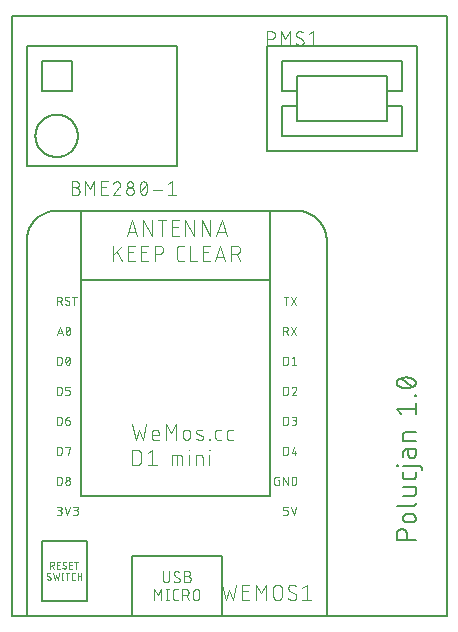
<source format=gbr>
G04 EAGLE Gerber X2 export*
%TF.Part,Single*%
%TF.FileFunction,Legend,Top,1*%
%TF.FilePolarity,Positive*%
%TF.GenerationSoftware,Autodesk,EAGLE,9.0.1*%
%TF.CreationDate,2018-06-20T13:35:04Z*%
G75*
%MOMM*%
%FSLAX34Y34*%
%LPD*%
%AMOC8*
5,1,8,0,0,1.08239X$1,22.5*%
G01*
%ADD10C,0.152400*%
%ADD11C,0.127000*%
%ADD12C,0.101600*%
%ADD13C,0.050800*%
%ADD14C,0.203200*%
%ADD15C,0.076200*%


D10*
X418338Y102362D02*
X402082Y102362D01*
X402082Y106878D01*
X402084Y107011D01*
X402090Y107143D01*
X402100Y107275D01*
X402113Y107407D01*
X402131Y107539D01*
X402152Y107669D01*
X402177Y107800D01*
X402206Y107929D01*
X402239Y108057D01*
X402275Y108185D01*
X402315Y108311D01*
X402359Y108436D01*
X402407Y108560D01*
X402458Y108682D01*
X402513Y108803D01*
X402571Y108922D01*
X402633Y109040D01*
X402698Y109155D01*
X402767Y109269D01*
X402838Y109380D01*
X402914Y109489D01*
X402992Y109596D01*
X403073Y109701D01*
X403158Y109803D01*
X403245Y109903D01*
X403335Y110000D01*
X403428Y110095D01*
X403524Y110186D01*
X403622Y110275D01*
X403723Y110361D01*
X403827Y110444D01*
X403933Y110524D01*
X404041Y110600D01*
X404151Y110674D01*
X404264Y110744D01*
X404378Y110811D01*
X404495Y110874D01*
X404613Y110934D01*
X404733Y110991D01*
X404855Y111044D01*
X404978Y111093D01*
X405102Y111139D01*
X405228Y111181D01*
X405355Y111219D01*
X405483Y111254D01*
X405612Y111285D01*
X405741Y111312D01*
X405872Y111335D01*
X406003Y111355D01*
X406135Y111370D01*
X406267Y111382D01*
X406399Y111390D01*
X406532Y111394D01*
X406664Y111394D01*
X406797Y111390D01*
X406929Y111382D01*
X407061Y111370D01*
X407193Y111355D01*
X407324Y111335D01*
X407455Y111312D01*
X407584Y111285D01*
X407713Y111254D01*
X407841Y111219D01*
X407968Y111181D01*
X408094Y111139D01*
X408218Y111093D01*
X408341Y111044D01*
X408463Y110991D01*
X408583Y110934D01*
X408701Y110874D01*
X408818Y110811D01*
X408932Y110744D01*
X409045Y110674D01*
X409155Y110600D01*
X409263Y110524D01*
X409369Y110444D01*
X409473Y110361D01*
X409574Y110275D01*
X409672Y110186D01*
X409768Y110095D01*
X409861Y110000D01*
X409951Y109903D01*
X410038Y109803D01*
X410123Y109701D01*
X410204Y109596D01*
X410282Y109489D01*
X410358Y109380D01*
X410429Y109269D01*
X410498Y109155D01*
X410563Y109040D01*
X410625Y108922D01*
X410683Y108803D01*
X410738Y108682D01*
X410789Y108560D01*
X410837Y108436D01*
X410881Y108311D01*
X410921Y108185D01*
X410957Y108057D01*
X410990Y107929D01*
X411019Y107800D01*
X411044Y107669D01*
X411065Y107539D01*
X411083Y107407D01*
X411096Y107275D01*
X411106Y107143D01*
X411112Y107011D01*
X411114Y106878D01*
X411113Y106878D02*
X411113Y102362D01*
X411113Y117122D02*
X414726Y117122D01*
X411113Y117123D02*
X410994Y117125D01*
X410874Y117131D01*
X410755Y117141D01*
X410637Y117155D01*
X410518Y117172D01*
X410401Y117194D01*
X410284Y117219D01*
X410169Y117249D01*
X410054Y117282D01*
X409940Y117319D01*
X409828Y117359D01*
X409717Y117404D01*
X409608Y117452D01*
X409500Y117503D01*
X409394Y117558D01*
X409290Y117617D01*
X409188Y117679D01*
X409088Y117744D01*
X408990Y117813D01*
X408894Y117885D01*
X408801Y117960D01*
X408711Y118037D01*
X408623Y118118D01*
X408538Y118202D01*
X408456Y118289D01*
X408376Y118378D01*
X408300Y118470D01*
X408226Y118564D01*
X408156Y118661D01*
X408089Y118759D01*
X408025Y118860D01*
X407965Y118964D01*
X407908Y119069D01*
X407855Y119176D01*
X407805Y119284D01*
X407759Y119394D01*
X407717Y119506D01*
X407678Y119619D01*
X407643Y119733D01*
X407612Y119848D01*
X407584Y119965D01*
X407561Y120082D01*
X407541Y120199D01*
X407525Y120318D01*
X407513Y120437D01*
X407505Y120556D01*
X407501Y120675D01*
X407501Y120795D01*
X407505Y120914D01*
X407513Y121033D01*
X407525Y121152D01*
X407541Y121271D01*
X407561Y121388D01*
X407584Y121505D01*
X407612Y121622D01*
X407643Y121737D01*
X407678Y121851D01*
X407717Y121964D01*
X407759Y122076D01*
X407805Y122186D01*
X407855Y122294D01*
X407908Y122401D01*
X407965Y122506D01*
X408025Y122610D01*
X408089Y122711D01*
X408156Y122809D01*
X408226Y122906D01*
X408300Y123000D01*
X408376Y123092D01*
X408456Y123181D01*
X408538Y123268D01*
X408623Y123352D01*
X408711Y123433D01*
X408801Y123510D01*
X408894Y123585D01*
X408990Y123657D01*
X409088Y123726D01*
X409188Y123791D01*
X409290Y123853D01*
X409394Y123912D01*
X409500Y123967D01*
X409608Y124018D01*
X409717Y124066D01*
X409828Y124111D01*
X409940Y124151D01*
X410054Y124188D01*
X410169Y124221D01*
X410284Y124251D01*
X410401Y124276D01*
X410518Y124298D01*
X410637Y124315D01*
X410755Y124329D01*
X410874Y124339D01*
X410994Y124345D01*
X411113Y124347D01*
X414726Y124347D01*
X414845Y124345D01*
X414965Y124339D01*
X415084Y124329D01*
X415202Y124315D01*
X415321Y124298D01*
X415438Y124276D01*
X415555Y124251D01*
X415670Y124221D01*
X415785Y124188D01*
X415899Y124151D01*
X416011Y124111D01*
X416122Y124066D01*
X416231Y124018D01*
X416339Y123967D01*
X416445Y123912D01*
X416549Y123853D01*
X416651Y123791D01*
X416751Y123726D01*
X416849Y123657D01*
X416945Y123585D01*
X417038Y123510D01*
X417128Y123433D01*
X417216Y123352D01*
X417301Y123268D01*
X417383Y123181D01*
X417463Y123092D01*
X417539Y123000D01*
X417613Y122906D01*
X417683Y122809D01*
X417750Y122711D01*
X417814Y122610D01*
X417874Y122506D01*
X417931Y122401D01*
X417984Y122294D01*
X418034Y122186D01*
X418080Y122076D01*
X418122Y121964D01*
X418161Y121851D01*
X418196Y121737D01*
X418227Y121622D01*
X418255Y121505D01*
X418278Y121388D01*
X418298Y121271D01*
X418314Y121152D01*
X418326Y121033D01*
X418334Y120914D01*
X418338Y120795D01*
X418338Y120675D01*
X418334Y120556D01*
X418326Y120437D01*
X418314Y120318D01*
X418298Y120199D01*
X418278Y120082D01*
X418255Y119965D01*
X418227Y119848D01*
X418196Y119733D01*
X418161Y119619D01*
X418122Y119506D01*
X418080Y119394D01*
X418034Y119284D01*
X417984Y119176D01*
X417931Y119069D01*
X417874Y118964D01*
X417814Y118860D01*
X417750Y118759D01*
X417683Y118661D01*
X417613Y118564D01*
X417539Y118470D01*
X417463Y118378D01*
X417383Y118289D01*
X417301Y118202D01*
X417216Y118118D01*
X417128Y118037D01*
X417038Y117960D01*
X416945Y117885D01*
X416849Y117813D01*
X416751Y117744D01*
X416651Y117679D01*
X416549Y117617D01*
X416445Y117558D01*
X416339Y117503D01*
X416231Y117452D01*
X416122Y117404D01*
X416011Y117359D01*
X415899Y117319D01*
X415785Y117282D01*
X415670Y117249D01*
X415555Y117219D01*
X415438Y117194D01*
X415321Y117172D01*
X415202Y117155D01*
X415084Y117141D01*
X414965Y117131D01*
X414845Y117125D01*
X414726Y117123D01*
X415629Y130906D02*
X402082Y130906D01*
X415629Y130907D02*
X415730Y130909D01*
X415831Y130915D01*
X415932Y130924D01*
X416033Y130937D01*
X416133Y130954D01*
X416232Y130975D01*
X416330Y130999D01*
X416427Y131027D01*
X416524Y131059D01*
X416619Y131094D01*
X416712Y131133D01*
X416804Y131175D01*
X416895Y131221D01*
X416984Y131270D01*
X417070Y131322D01*
X417155Y131378D01*
X417238Y131436D01*
X417318Y131498D01*
X417396Y131563D01*
X417472Y131630D01*
X417545Y131700D01*
X417615Y131773D01*
X417682Y131849D01*
X417747Y131927D01*
X417809Y132007D01*
X417867Y132090D01*
X417923Y132175D01*
X417975Y132261D01*
X418024Y132350D01*
X418070Y132441D01*
X418112Y132533D01*
X418151Y132626D01*
X418186Y132721D01*
X418218Y132818D01*
X418246Y132915D01*
X418270Y133013D01*
X418291Y133112D01*
X418308Y133212D01*
X418321Y133313D01*
X418330Y133414D01*
X418336Y133515D01*
X418338Y133616D01*
X415629Y139527D02*
X407501Y139527D01*
X415629Y139527D02*
X415730Y139529D01*
X415831Y139535D01*
X415932Y139544D01*
X416033Y139557D01*
X416133Y139574D01*
X416232Y139595D01*
X416330Y139619D01*
X416427Y139647D01*
X416524Y139679D01*
X416619Y139714D01*
X416712Y139753D01*
X416804Y139795D01*
X416895Y139841D01*
X416984Y139890D01*
X417070Y139942D01*
X417155Y139998D01*
X417238Y140056D01*
X417318Y140118D01*
X417396Y140183D01*
X417472Y140250D01*
X417545Y140320D01*
X417615Y140393D01*
X417682Y140469D01*
X417747Y140547D01*
X417809Y140627D01*
X417867Y140710D01*
X417923Y140795D01*
X417975Y140881D01*
X418024Y140970D01*
X418070Y141061D01*
X418112Y141153D01*
X418151Y141246D01*
X418186Y141341D01*
X418218Y141438D01*
X418246Y141535D01*
X418270Y141633D01*
X418291Y141732D01*
X418308Y141832D01*
X418321Y141933D01*
X418330Y142034D01*
X418336Y142135D01*
X418338Y142236D01*
X418338Y146752D01*
X407501Y146752D01*
X418338Y156322D02*
X418338Y159934D01*
X418338Y156322D02*
X418336Y156221D01*
X418330Y156120D01*
X418321Y156019D01*
X418308Y155918D01*
X418291Y155818D01*
X418270Y155719D01*
X418246Y155621D01*
X418218Y155524D01*
X418186Y155427D01*
X418151Y155332D01*
X418112Y155239D01*
X418070Y155147D01*
X418024Y155056D01*
X417975Y154967D01*
X417923Y154881D01*
X417867Y154796D01*
X417809Y154713D01*
X417747Y154633D01*
X417682Y154555D01*
X417615Y154479D01*
X417545Y154406D01*
X417472Y154336D01*
X417396Y154269D01*
X417318Y154204D01*
X417238Y154142D01*
X417155Y154084D01*
X417070Y154028D01*
X416984Y153976D01*
X416895Y153927D01*
X416804Y153881D01*
X416712Y153839D01*
X416619Y153800D01*
X416524Y153765D01*
X416427Y153733D01*
X416330Y153705D01*
X416232Y153681D01*
X416133Y153660D01*
X416033Y153643D01*
X415932Y153630D01*
X415831Y153621D01*
X415730Y153615D01*
X415629Y153613D01*
X410210Y153613D01*
X410109Y153615D01*
X410008Y153621D01*
X409907Y153630D01*
X409806Y153643D01*
X409706Y153660D01*
X409607Y153681D01*
X409509Y153705D01*
X409412Y153733D01*
X409315Y153765D01*
X409220Y153800D01*
X409127Y153839D01*
X409035Y153881D01*
X408944Y153927D01*
X408856Y153976D01*
X408769Y154028D01*
X408684Y154084D01*
X408601Y154142D01*
X408521Y154204D01*
X408443Y154269D01*
X408367Y154336D01*
X408294Y154406D01*
X408224Y154479D01*
X408157Y154555D01*
X408092Y154633D01*
X408030Y154713D01*
X407972Y154796D01*
X407916Y154881D01*
X407864Y154968D01*
X407815Y155056D01*
X407769Y155147D01*
X407727Y155239D01*
X407688Y155332D01*
X407653Y155427D01*
X407621Y155524D01*
X407593Y155621D01*
X407569Y155719D01*
X407548Y155818D01*
X407531Y155918D01*
X407518Y156019D01*
X407509Y156120D01*
X407503Y156221D01*
X407501Y156322D01*
X407501Y159934D01*
X407501Y165301D02*
X421047Y165301D01*
X421148Y165299D01*
X421249Y165293D01*
X421350Y165284D01*
X421451Y165271D01*
X421551Y165254D01*
X421650Y165233D01*
X421748Y165209D01*
X421845Y165181D01*
X421942Y165149D01*
X422037Y165114D01*
X422130Y165075D01*
X422222Y165033D01*
X422313Y164987D01*
X422402Y164938D01*
X422488Y164886D01*
X422573Y164830D01*
X422656Y164772D01*
X422736Y164710D01*
X422814Y164645D01*
X422890Y164578D01*
X422963Y164508D01*
X423033Y164435D01*
X423100Y164359D01*
X423165Y164281D01*
X423227Y164201D01*
X423285Y164118D01*
X423341Y164033D01*
X423393Y163947D01*
X423442Y163858D01*
X423488Y163767D01*
X423530Y163675D01*
X423569Y163582D01*
X423604Y163487D01*
X423636Y163390D01*
X423664Y163293D01*
X423688Y163195D01*
X423709Y163096D01*
X423726Y162996D01*
X423739Y162895D01*
X423748Y162794D01*
X423754Y162693D01*
X423756Y162592D01*
X423757Y162592D02*
X423757Y161689D01*
X402985Y164849D02*
X402082Y164849D01*
X402082Y165753D01*
X402985Y165753D01*
X402985Y164849D01*
X412016Y174919D02*
X412016Y178983D01*
X412016Y174919D02*
X412018Y174807D01*
X412024Y174696D01*
X412034Y174585D01*
X412047Y174474D01*
X412065Y174364D01*
X412087Y174255D01*
X412112Y174146D01*
X412141Y174038D01*
X412174Y173932D01*
X412211Y173826D01*
X412251Y173722D01*
X412295Y173620D01*
X412343Y173519D01*
X412394Y173420D01*
X412449Y173322D01*
X412507Y173227D01*
X412568Y173134D01*
X412633Y173043D01*
X412701Y172954D01*
X412772Y172868D01*
X412845Y172785D01*
X412922Y172704D01*
X413002Y172625D01*
X413084Y172550D01*
X413169Y172478D01*
X413256Y172408D01*
X413346Y172342D01*
X413438Y172279D01*
X413533Y172219D01*
X413629Y172163D01*
X413727Y172110D01*
X413827Y172061D01*
X413929Y172015D01*
X414032Y171973D01*
X414137Y171934D01*
X414243Y171899D01*
X414350Y171868D01*
X414458Y171841D01*
X414567Y171817D01*
X414677Y171798D01*
X414787Y171782D01*
X414898Y171770D01*
X415010Y171762D01*
X415121Y171758D01*
X415233Y171758D01*
X415344Y171762D01*
X415456Y171770D01*
X415567Y171782D01*
X415677Y171798D01*
X415787Y171817D01*
X415896Y171841D01*
X416004Y171868D01*
X416111Y171899D01*
X416217Y171934D01*
X416322Y171973D01*
X416425Y172015D01*
X416527Y172061D01*
X416627Y172110D01*
X416725Y172163D01*
X416821Y172219D01*
X416916Y172279D01*
X417008Y172342D01*
X417098Y172408D01*
X417185Y172478D01*
X417270Y172550D01*
X417352Y172625D01*
X417432Y172704D01*
X417509Y172785D01*
X417582Y172868D01*
X417653Y172954D01*
X417721Y173043D01*
X417786Y173134D01*
X417847Y173227D01*
X417905Y173322D01*
X417960Y173420D01*
X418011Y173519D01*
X418059Y173620D01*
X418103Y173722D01*
X418143Y173826D01*
X418180Y173932D01*
X418213Y174038D01*
X418242Y174146D01*
X418267Y174255D01*
X418289Y174364D01*
X418307Y174474D01*
X418320Y174585D01*
X418330Y174696D01*
X418336Y174807D01*
X418338Y174919D01*
X418338Y178983D01*
X410210Y178983D01*
X410109Y178981D01*
X410008Y178975D01*
X409907Y178966D01*
X409806Y178953D01*
X409706Y178936D01*
X409607Y178915D01*
X409509Y178891D01*
X409412Y178863D01*
X409315Y178831D01*
X409220Y178796D01*
X409127Y178757D01*
X409035Y178715D01*
X408944Y178669D01*
X408856Y178620D01*
X408769Y178568D01*
X408684Y178512D01*
X408601Y178454D01*
X408521Y178392D01*
X408443Y178327D01*
X408367Y178260D01*
X408294Y178190D01*
X408224Y178117D01*
X408157Y178041D01*
X408092Y177963D01*
X408030Y177883D01*
X407972Y177800D01*
X407916Y177715D01*
X407864Y177629D01*
X407815Y177540D01*
X407769Y177449D01*
X407727Y177357D01*
X407688Y177264D01*
X407653Y177169D01*
X407621Y177072D01*
X407593Y176975D01*
X407569Y176877D01*
X407548Y176778D01*
X407531Y176678D01*
X407518Y176577D01*
X407509Y176476D01*
X407503Y176375D01*
X407501Y176274D01*
X407501Y172661D01*
X407501Y186421D02*
X418338Y186421D01*
X407501Y186421D02*
X407501Y190936D01*
X407503Y191040D01*
X407509Y191143D01*
X407519Y191247D01*
X407533Y191350D01*
X407551Y191452D01*
X407572Y191553D01*
X407598Y191654D01*
X407627Y191753D01*
X407660Y191852D01*
X407697Y191949D01*
X407738Y192044D01*
X407782Y192138D01*
X407830Y192230D01*
X407881Y192320D01*
X407936Y192409D01*
X407994Y192495D01*
X408056Y192578D01*
X408120Y192660D01*
X408188Y192738D01*
X408258Y192814D01*
X408331Y192888D01*
X408408Y192958D01*
X408486Y193026D01*
X408568Y193090D01*
X408651Y193152D01*
X408737Y193210D01*
X408826Y193265D01*
X408916Y193316D01*
X409008Y193364D01*
X409102Y193408D01*
X409197Y193449D01*
X409294Y193486D01*
X409393Y193519D01*
X409492Y193548D01*
X409593Y193574D01*
X409694Y193595D01*
X409796Y193613D01*
X409899Y193627D01*
X410003Y193637D01*
X410106Y193643D01*
X410210Y193645D01*
X410210Y193646D02*
X418338Y193646D01*
X405694Y208964D02*
X402082Y213480D01*
X418338Y213480D01*
X418338Y217995D02*
X418338Y208964D01*
X418338Y223970D02*
X417435Y223970D01*
X417435Y224873D01*
X418338Y224873D01*
X418338Y223970D01*
X410210Y230848D02*
X409890Y230852D01*
X409571Y230863D01*
X409251Y230882D01*
X408933Y230909D01*
X408615Y230943D01*
X408298Y230985D01*
X407982Y231035D01*
X407667Y231092D01*
X407354Y231156D01*
X407042Y231228D01*
X406732Y231307D01*
X406425Y231394D01*
X406119Y231488D01*
X405816Y231589D01*
X405515Y231698D01*
X405217Y231813D01*
X404921Y231936D01*
X404629Y232066D01*
X404340Y232203D01*
X404339Y232204D02*
X404231Y232243D01*
X404124Y232286D01*
X404019Y232332D01*
X403916Y232382D01*
X403814Y232436D01*
X403714Y232493D01*
X403616Y232554D01*
X403520Y232618D01*
X403427Y232685D01*
X403336Y232755D01*
X403247Y232829D01*
X403161Y232905D01*
X403078Y232985D01*
X402997Y233067D01*
X402919Y233152D01*
X402845Y233239D01*
X402773Y233330D01*
X402704Y233422D01*
X402639Y233517D01*
X402577Y233614D01*
X402518Y233713D01*
X402463Y233814D01*
X402412Y233917D01*
X402364Y234022D01*
X402319Y234128D01*
X402278Y234235D01*
X402241Y234344D01*
X402208Y234455D01*
X402179Y234566D01*
X402153Y234678D01*
X402131Y234791D01*
X402114Y234905D01*
X402100Y235019D01*
X402090Y235134D01*
X402084Y235249D01*
X402082Y235364D01*
X402084Y235479D01*
X402090Y235594D01*
X402100Y235709D01*
X402114Y235823D01*
X402131Y235937D01*
X402153Y236050D01*
X402179Y236162D01*
X402208Y236274D01*
X402241Y236384D01*
X402278Y236493D01*
X402319Y236601D01*
X402364Y236707D01*
X402412Y236812D01*
X402463Y236914D01*
X402519Y237016D01*
X402577Y237115D01*
X402639Y237212D01*
X402705Y237307D01*
X402773Y237399D01*
X402845Y237489D01*
X402919Y237577D01*
X402997Y237662D01*
X403078Y237744D01*
X403161Y237823D01*
X403247Y237900D01*
X403336Y237973D01*
X403427Y238044D01*
X403521Y238111D01*
X403616Y238175D01*
X403714Y238236D01*
X403814Y238293D01*
X403916Y238346D01*
X404020Y238397D01*
X404125Y238443D01*
X404232Y238486D01*
X404340Y238525D01*
X404340Y238524D02*
X404629Y238661D01*
X404921Y238791D01*
X405217Y238914D01*
X405515Y239029D01*
X405816Y239138D01*
X406119Y239239D01*
X406425Y239333D01*
X406732Y239420D01*
X407042Y239499D01*
X407354Y239571D01*
X407667Y239635D01*
X407982Y239692D01*
X408298Y239742D01*
X408615Y239784D01*
X408933Y239818D01*
X409251Y239845D01*
X409571Y239864D01*
X409890Y239875D01*
X410210Y239879D01*
X410210Y230848D02*
X410530Y230852D01*
X410849Y230863D01*
X411169Y230882D01*
X411487Y230909D01*
X411805Y230943D01*
X412122Y230985D01*
X412438Y231035D01*
X412753Y231092D01*
X413066Y231156D01*
X413378Y231228D01*
X413688Y231307D01*
X413995Y231394D01*
X414301Y231488D01*
X414604Y231589D01*
X414905Y231698D01*
X415203Y231813D01*
X415499Y231936D01*
X415791Y232066D01*
X416080Y232203D01*
X416081Y232203D02*
X416189Y232242D01*
X416296Y232285D01*
X416401Y232331D01*
X416505Y232382D01*
X416607Y232435D01*
X416707Y232492D01*
X416805Y232553D01*
X416900Y232617D01*
X416994Y232684D01*
X417085Y232755D01*
X417174Y232828D01*
X417260Y232905D01*
X417343Y232984D01*
X417424Y233066D01*
X417502Y233151D01*
X417576Y233239D01*
X417648Y233329D01*
X417717Y233422D01*
X417782Y233516D01*
X417844Y233613D01*
X417902Y233713D01*
X417958Y233814D01*
X418009Y233916D01*
X418057Y234021D01*
X418102Y234127D01*
X418143Y234235D01*
X418180Y234344D01*
X418213Y234454D01*
X418242Y234566D01*
X418268Y234678D01*
X418290Y234791D01*
X418307Y234905D01*
X418321Y235019D01*
X418331Y235134D01*
X418337Y235249D01*
X418339Y235364D01*
X416080Y238524D02*
X415791Y238661D01*
X415499Y238791D01*
X415203Y238914D01*
X414905Y239029D01*
X414604Y239138D01*
X414301Y239239D01*
X413995Y239333D01*
X413688Y239420D01*
X413378Y239499D01*
X413066Y239571D01*
X412753Y239635D01*
X412438Y239692D01*
X412122Y239742D01*
X411805Y239784D01*
X411487Y239818D01*
X411169Y239845D01*
X410849Y239864D01*
X410530Y239875D01*
X410210Y239879D01*
X416080Y238525D02*
X416188Y238486D01*
X416295Y238443D01*
X416400Y238397D01*
X416504Y238346D01*
X416606Y238293D01*
X416706Y238236D01*
X416804Y238175D01*
X416899Y238111D01*
X416993Y238044D01*
X417084Y237973D01*
X417173Y237900D01*
X417259Y237823D01*
X417342Y237744D01*
X417423Y237662D01*
X417501Y237577D01*
X417575Y237489D01*
X417647Y237399D01*
X417716Y237306D01*
X417781Y237212D01*
X417843Y237115D01*
X417901Y237015D01*
X417957Y236914D01*
X418008Y236811D01*
X418056Y236707D01*
X418101Y236601D01*
X418142Y236493D01*
X418179Y236384D01*
X418212Y236274D01*
X418241Y236162D01*
X418267Y236050D01*
X418289Y235937D01*
X418306Y235823D01*
X418320Y235709D01*
X418330Y235594D01*
X418336Y235479D01*
X418338Y235364D01*
X414726Y231751D02*
X405694Y238976D01*
D11*
X215900Y419100D02*
X88900Y419100D01*
X88900Y520700D01*
X215900Y520700D01*
X215900Y419100D01*
X127000Y508000D02*
X101600Y508000D01*
X127000Y508000D02*
X127000Y482600D01*
X101600Y482600D01*
X101600Y508000D01*
D12*
X127155Y400699D02*
X130401Y400699D01*
X130401Y400700D02*
X130514Y400698D01*
X130627Y400692D01*
X130740Y400682D01*
X130853Y400668D01*
X130965Y400651D01*
X131076Y400629D01*
X131186Y400604D01*
X131296Y400574D01*
X131404Y400541D01*
X131511Y400504D01*
X131617Y400464D01*
X131721Y400419D01*
X131824Y400371D01*
X131925Y400320D01*
X132024Y400265D01*
X132121Y400207D01*
X132216Y400145D01*
X132309Y400080D01*
X132399Y400012D01*
X132487Y399941D01*
X132573Y399866D01*
X132656Y399789D01*
X132736Y399709D01*
X132813Y399626D01*
X132888Y399540D01*
X132959Y399452D01*
X133027Y399362D01*
X133092Y399269D01*
X133154Y399174D01*
X133212Y399077D01*
X133267Y398978D01*
X133318Y398877D01*
X133366Y398774D01*
X133411Y398670D01*
X133451Y398564D01*
X133488Y398457D01*
X133521Y398349D01*
X133551Y398239D01*
X133576Y398129D01*
X133598Y398018D01*
X133615Y397906D01*
X133629Y397793D01*
X133639Y397680D01*
X133645Y397567D01*
X133647Y397454D01*
X133645Y397341D01*
X133639Y397228D01*
X133629Y397115D01*
X133615Y397002D01*
X133598Y396890D01*
X133576Y396779D01*
X133551Y396669D01*
X133521Y396559D01*
X133488Y396451D01*
X133451Y396344D01*
X133411Y396238D01*
X133366Y396134D01*
X133318Y396031D01*
X133267Y395930D01*
X133212Y395831D01*
X133154Y395734D01*
X133092Y395639D01*
X133027Y395546D01*
X132959Y395456D01*
X132888Y395368D01*
X132813Y395282D01*
X132736Y395199D01*
X132656Y395119D01*
X132573Y395042D01*
X132487Y394967D01*
X132399Y394896D01*
X132309Y394828D01*
X132216Y394763D01*
X132121Y394701D01*
X132024Y394643D01*
X131925Y394588D01*
X131824Y394537D01*
X131721Y394489D01*
X131617Y394444D01*
X131511Y394404D01*
X131404Y394367D01*
X131296Y394334D01*
X131186Y394304D01*
X131076Y394279D01*
X130965Y394257D01*
X130853Y394240D01*
X130740Y394226D01*
X130627Y394216D01*
X130514Y394210D01*
X130401Y394208D01*
X127155Y394208D01*
X127155Y405892D01*
X130401Y405892D01*
X130502Y405890D01*
X130602Y405884D01*
X130702Y405874D01*
X130802Y405861D01*
X130901Y405843D01*
X131000Y405822D01*
X131097Y405797D01*
X131194Y405768D01*
X131289Y405735D01*
X131383Y405699D01*
X131475Y405659D01*
X131566Y405616D01*
X131655Y405569D01*
X131742Y405519D01*
X131828Y405465D01*
X131911Y405408D01*
X131991Y405348D01*
X132070Y405285D01*
X132146Y405218D01*
X132219Y405149D01*
X132289Y405077D01*
X132357Y405003D01*
X132422Y404926D01*
X132483Y404846D01*
X132542Y404764D01*
X132597Y404680D01*
X132649Y404594D01*
X132698Y404506D01*
X132743Y404416D01*
X132785Y404324D01*
X132823Y404231D01*
X132857Y404136D01*
X132888Y404041D01*
X132915Y403944D01*
X132938Y403846D01*
X132958Y403747D01*
X132973Y403647D01*
X132985Y403547D01*
X132993Y403447D01*
X132997Y403346D01*
X132997Y403246D01*
X132993Y403145D01*
X132985Y403045D01*
X132973Y402945D01*
X132958Y402845D01*
X132938Y402746D01*
X132915Y402648D01*
X132888Y402551D01*
X132857Y402456D01*
X132823Y402361D01*
X132785Y402268D01*
X132743Y402176D01*
X132698Y402086D01*
X132649Y401998D01*
X132597Y401912D01*
X132542Y401828D01*
X132483Y401746D01*
X132422Y401666D01*
X132357Y401589D01*
X132289Y401515D01*
X132219Y401443D01*
X132146Y401374D01*
X132070Y401307D01*
X131991Y401244D01*
X131911Y401184D01*
X131828Y401127D01*
X131742Y401073D01*
X131655Y401023D01*
X131566Y400976D01*
X131475Y400933D01*
X131383Y400893D01*
X131289Y400857D01*
X131194Y400824D01*
X131097Y400795D01*
X131000Y400770D01*
X130901Y400749D01*
X130802Y400731D01*
X130702Y400718D01*
X130602Y400708D01*
X130502Y400702D01*
X130401Y400700D01*
X138529Y405892D02*
X138529Y394208D01*
X142424Y399401D02*
X138529Y405892D01*
X142424Y399401D02*
X146318Y405892D01*
X146318Y394208D01*
X152155Y394208D02*
X157347Y394208D01*
X152155Y394208D02*
X152155Y405892D01*
X157347Y405892D01*
X156049Y400699D02*
X152155Y400699D01*
X165227Y405892D02*
X165334Y405890D01*
X165440Y405884D01*
X165546Y405874D01*
X165652Y405861D01*
X165758Y405843D01*
X165862Y405822D01*
X165966Y405797D01*
X166069Y405768D01*
X166170Y405736D01*
X166270Y405699D01*
X166369Y405659D01*
X166467Y405616D01*
X166563Y405569D01*
X166657Y405518D01*
X166749Y405464D01*
X166839Y405407D01*
X166927Y405347D01*
X167012Y405283D01*
X167095Y405216D01*
X167176Y405146D01*
X167254Y405074D01*
X167330Y404998D01*
X167402Y404920D01*
X167472Y404839D01*
X167539Y404756D01*
X167603Y404671D01*
X167663Y404583D01*
X167720Y404493D01*
X167774Y404401D01*
X167825Y404307D01*
X167872Y404211D01*
X167915Y404113D01*
X167955Y404014D01*
X167992Y403914D01*
X168024Y403813D01*
X168053Y403710D01*
X168078Y403606D01*
X168099Y403502D01*
X168117Y403396D01*
X168130Y403290D01*
X168140Y403184D01*
X168146Y403078D01*
X168148Y402971D01*
X165227Y405892D02*
X165106Y405890D01*
X164985Y405884D01*
X164865Y405874D01*
X164744Y405861D01*
X164625Y405843D01*
X164505Y405822D01*
X164387Y405797D01*
X164270Y405768D01*
X164153Y405735D01*
X164038Y405699D01*
X163924Y405658D01*
X163811Y405615D01*
X163699Y405567D01*
X163590Y405516D01*
X163482Y405461D01*
X163375Y405403D01*
X163271Y405342D01*
X163169Y405277D01*
X163069Y405209D01*
X162971Y405138D01*
X162875Y405064D01*
X162782Y404987D01*
X162692Y404906D01*
X162604Y404823D01*
X162519Y404737D01*
X162436Y404648D01*
X162357Y404557D01*
X162280Y404463D01*
X162207Y404367D01*
X162137Y404269D01*
X162070Y404168D01*
X162006Y404065D01*
X161946Y403960D01*
X161889Y403853D01*
X161835Y403745D01*
X161785Y403635D01*
X161739Y403523D01*
X161696Y403410D01*
X161657Y403295D01*
X167175Y400699D02*
X167254Y400776D01*
X167330Y400857D01*
X167403Y400940D01*
X167473Y401025D01*
X167540Y401113D01*
X167604Y401203D01*
X167664Y401295D01*
X167721Y401390D01*
X167775Y401486D01*
X167826Y401584D01*
X167873Y401684D01*
X167917Y401786D01*
X167957Y401889D01*
X167993Y401993D01*
X168025Y402099D01*
X168054Y402205D01*
X168079Y402313D01*
X168101Y402421D01*
X168118Y402531D01*
X168132Y402640D01*
X168141Y402750D01*
X168147Y402861D01*
X168149Y402971D01*
X167174Y400699D02*
X161657Y394208D01*
X168148Y394208D01*
X173087Y397454D02*
X173089Y397567D01*
X173095Y397680D01*
X173105Y397793D01*
X173119Y397906D01*
X173136Y398018D01*
X173158Y398129D01*
X173183Y398239D01*
X173213Y398349D01*
X173246Y398457D01*
X173283Y398564D01*
X173323Y398670D01*
X173368Y398774D01*
X173416Y398877D01*
X173467Y398978D01*
X173522Y399077D01*
X173580Y399174D01*
X173642Y399269D01*
X173707Y399362D01*
X173775Y399452D01*
X173846Y399540D01*
X173921Y399626D01*
X173998Y399709D01*
X174078Y399789D01*
X174161Y399866D01*
X174247Y399941D01*
X174335Y400012D01*
X174425Y400080D01*
X174518Y400145D01*
X174613Y400207D01*
X174710Y400265D01*
X174809Y400320D01*
X174910Y400371D01*
X175013Y400419D01*
X175117Y400464D01*
X175223Y400504D01*
X175330Y400541D01*
X175438Y400574D01*
X175548Y400604D01*
X175658Y400629D01*
X175769Y400651D01*
X175881Y400668D01*
X175994Y400682D01*
X176107Y400692D01*
X176220Y400698D01*
X176333Y400700D01*
X176446Y400698D01*
X176559Y400692D01*
X176672Y400682D01*
X176785Y400668D01*
X176897Y400651D01*
X177008Y400629D01*
X177118Y400604D01*
X177228Y400574D01*
X177336Y400541D01*
X177443Y400504D01*
X177549Y400464D01*
X177653Y400419D01*
X177756Y400371D01*
X177857Y400320D01*
X177956Y400265D01*
X178053Y400207D01*
X178148Y400145D01*
X178241Y400080D01*
X178331Y400012D01*
X178419Y399941D01*
X178505Y399866D01*
X178588Y399789D01*
X178668Y399709D01*
X178745Y399626D01*
X178820Y399540D01*
X178891Y399452D01*
X178959Y399362D01*
X179024Y399269D01*
X179086Y399174D01*
X179144Y399077D01*
X179199Y398978D01*
X179250Y398877D01*
X179298Y398774D01*
X179343Y398670D01*
X179383Y398564D01*
X179420Y398457D01*
X179453Y398349D01*
X179483Y398239D01*
X179508Y398129D01*
X179530Y398018D01*
X179547Y397906D01*
X179561Y397793D01*
X179571Y397680D01*
X179577Y397567D01*
X179579Y397454D01*
X179577Y397341D01*
X179571Y397228D01*
X179561Y397115D01*
X179547Y397002D01*
X179530Y396890D01*
X179508Y396779D01*
X179483Y396669D01*
X179453Y396559D01*
X179420Y396451D01*
X179383Y396344D01*
X179343Y396238D01*
X179298Y396134D01*
X179250Y396031D01*
X179199Y395930D01*
X179144Y395831D01*
X179086Y395734D01*
X179024Y395639D01*
X178959Y395546D01*
X178891Y395456D01*
X178820Y395368D01*
X178745Y395282D01*
X178668Y395199D01*
X178588Y395119D01*
X178505Y395042D01*
X178419Y394967D01*
X178331Y394896D01*
X178241Y394828D01*
X178148Y394763D01*
X178053Y394701D01*
X177956Y394643D01*
X177857Y394588D01*
X177756Y394537D01*
X177653Y394489D01*
X177549Y394444D01*
X177443Y394404D01*
X177336Y394367D01*
X177228Y394334D01*
X177118Y394304D01*
X177008Y394279D01*
X176897Y394257D01*
X176785Y394240D01*
X176672Y394226D01*
X176559Y394216D01*
X176446Y394210D01*
X176333Y394208D01*
X176220Y394210D01*
X176107Y394216D01*
X175994Y394226D01*
X175881Y394240D01*
X175769Y394257D01*
X175658Y394279D01*
X175548Y394304D01*
X175438Y394334D01*
X175330Y394367D01*
X175223Y394404D01*
X175117Y394444D01*
X175013Y394489D01*
X174910Y394537D01*
X174809Y394588D01*
X174710Y394643D01*
X174613Y394701D01*
X174518Y394763D01*
X174425Y394828D01*
X174335Y394896D01*
X174247Y394967D01*
X174161Y395042D01*
X174078Y395119D01*
X173998Y395199D01*
X173921Y395282D01*
X173846Y395368D01*
X173775Y395456D01*
X173707Y395546D01*
X173642Y395639D01*
X173580Y395734D01*
X173522Y395831D01*
X173467Y395930D01*
X173416Y396031D01*
X173368Y396134D01*
X173323Y396238D01*
X173283Y396344D01*
X173246Y396451D01*
X173213Y396559D01*
X173183Y396669D01*
X173158Y396779D01*
X173136Y396890D01*
X173119Y397002D01*
X173105Y397115D01*
X173095Y397228D01*
X173089Y397341D01*
X173087Y397454D01*
X173737Y403296D02*
X173739Y403397D01*
X173745Y403497D01*
X173755Y403597D01*
X173768Y403697D01*
X173786Y403796D01*
X173807Y403895D01*
X173832Y403992D01*
X173861Y404089D01*
X173894Y404184D01*
X173930Y404278D01*
X173970Y404370D01*
X174013Y404461D01*
X174060Y404550D01*
X174110Y404637D01*
X174164Y404723D01*
X174221Y404806D01*
X174281Y404886D01*
X174344Y404965D01*
X174411Y405041D01*
X174480Y405114D01*
X174552Y405184D01*
X174626Y405252D01*
X174703Y405317D01*
X174783Y405378D01*
X174865Y405437D01*
X174949Y405492D01*
X175035Y405544D01*
X175123Y405593D01*
X175213Y405638D01*
X175305Y405680D01*
X175398Y405718D01*
X175493Y405752D01*
X175588Y405783D01*
X175685Y405810D01*
X175783Y405833D01*
X175882Y405853D01*
X175982Y405868D01*
X176082Y405880D01*
X176182Y405888D01*
X176283Y405892D01*
X176383Y405892D01*
X176484Y405888D01*
X176584Y405880D01*
X176684Y405868D01*
X176784Y405853D01*
X176883Y405833D01*
X176981Y405810D01*
X177078Y405783D01*
X177173Y405752D01*
X177268Y405718D01*
X177361Y405680D01*
X177453Y405638D01*
X177543Y405593D01*
X177631Y405544D01*
X177717Y405492D01*
X177801Y405437D01*
X177883Y405378D01*
X177963Y405317D01*
X178040Y405252D01*
X178114Y405184D01*
X178186Y405114D01*
X178255Y405041D01*
X178322Y404965D01*
X178385Y404886D01*
X178445Y404806D01*
X178502Y404723D01*
X178556Y404637D01*
X178606Y404550D01*
X178653Y404461D01*
X178696Y404370D01*
X178736Y404278D01*
X178772Y404184D01*
X178805Y404089D01*
X178834Y403992D01*
X178859Y403895D01*
X178880Y403796D01*
X178898Y403697D01*
X178911Y403597D01*
X178921Y403497D01*
X178927Y403397D01*
X178929Y403296D01*
X178927Y403195D01*
X178921Y403095D01*
X178911Y402995D01*
X178898Y402895D01*
X178880Y402796D01*
X178859Y402697D01*
X178834Y402600D01*
X178805Y402503D01*
X178772Y402408D01*
X178736Y402314D01*
X178696Y402222D01*
X178653Y402131D01*
X178606Y402042D01*
X178556Y401955D01*
X178502Y401869D01*
X178445Y401786D01*
X178385Y401706D01*
X178322Y401627D01*
X178255Y401551D01*
X178186Y401478D01*
X178114Y401408D01*
X178040Y401340D01*
X177963Y401275D01*
X177883Y401214D01*
X177801Y401155D01*
X177717Y401100D01*
X177631Y401048D01*
X177543Y400999D01*
X177453Y400954D01*
X177361Y400912D01*
X177268Y400874D01*
X177173Y400840D01*
X177078Y400809D01*
X176981Y400782D01*
X176883Y400759D01*
X176784Y400739D01*
X176684Y400724D01*
X176584Y400712D01*
X176484Y400704D01*
X176383Y400700D01*
X176283Y400700D01*
X176182Y400704D01*
X176082Y400712D01*
X175982Y400724D01*
X175882Y400739D01*
X175783Y400759D01*
X175685Y400782D01*
X175588Y400809D01*
X175493Y400840D01*
X175398Y400874D01*
X175305Y400912D01*
X175213Y400954D01*
X175123Y400999D01*
X175035Y401048D01*
X174949Y401100D01*
X174865Y401155D01*
X174783Y401214D01*
X174703Y401275D01*
X174626Y401340D01*
X174552Y401408D01*
X174480Y401478D01*
X174411Y401551D01*
X174344Y401627D01*
X174281Y401706D01*
X174221Y401786D01*
X174164Y401869D01*
X174110Y401955D01*
X174060Y402042D01*
X174013Y402131D01*
X173970Y402222D01*
X173930Y402314D01*
X173894Y402408D01*
X173861Y402503D01*
X173832Y402600D01*
X173807Y402697D01*
X173786Y402796D01*
X173768Y402895D01*
X173755Y402995D01*
X173745Y403095D01*
X173739Y403195D01*
X173737Y403296D01*
X184517Y400050D02*
X184520Y400280D01*
X184528Y400510D01*
X184542Y400739D01*
X184561Y400968D01*
X184586Y401197D01*
X184616Y401424D01*
X184651Y401652D01*
X184692Y401878D01*
X184738Y402103D01*
X184790Y402327D01*
X184847Y402549D01*
X184909Y402771D01*
X184977Y402990D01*
X185050Y403208D01*
X185128Y403425D01*
X185211Y403639D01*
X185299Y403851D01*
X185392Y404061D01*
X185491Y404269D01*
X185490Y404269D02*
X185523Y404359D01*
X185559Y404448D01*
X185599Y404536D01*
X185643Y404621D01*
X185690Y404705D01*
X185740Y404787D01*
X185794Y404867D01*
X185850Y404944D01*
X185910Y405020D01*
X185973Y405093D01*
X186038Y405163D01*
X186107Y405231D01*
X186178Y405295D01*
X186251Y405357D01*
X186327Y405416D01*
X186405Y405472D01*
X186486Y405525D01*
X186568Y405574D01*
X186652Y405620D01*
X186739Y405663D01*
X186826Y405702D01*
X186916Y405738D01*
X187006Y405770D01*
X187098Y405798D01*
X187191Y405823D01*
X187285Y405844D01*
X187379Y405861D01*
X187474Y405875D01*
X187570Y405884D01*
X187666Y405890D01*
X187762Y405892D01*
X187858Y405890D01*
X187954Y405884D01*
X188050Y405875D01*
X188145Y405861D01*
X188239Y405844D01*
X188333Y405823D01*
X188426Y405798D01*
X188518Y405770D01*
X188608Y405738D01*
X188698Y405702D01*
X188785Y405663D01*
X188872Y405620D01*
X188956Y405574D01*
X189038Y405525D01*
X189119Y405472D01*
X189197Y405416D01*
X189273Y405357D01*
X189346Y405295D01*
X189417Y405231D01*
X189486Y405163D01*
X189551Y405093D01*
X189614Y405020D01*
X189674Y404944D01*
X189730Y404867D01*
X189784Y404787D01*
X189834Y404705D01*
X189881Y404621D01*
X189925Y404536D01*
X189965Y404448D01*
X190001Y404359D01*
X190034Y404269D01*
X190035Y404269D02*
X190134Y404062D01*
X190227Y403852D01*
X190315Y403639D01*
X190398Y403425D01*
X190476Y403209D01*
X190549Y402991D01*
X190617Y402771D01*
X190679Y402550D01*
X190736Y402327D01*
X190788Y402103D01*
X190834Y401878D01*
X190875Y401652D01*
X190910Y401425D01*
X190940Y401197D01*
X190965Y400968D01*
X190984Y400739D01*
X190998Y400510D01*
X191006Y400280D01*
X191009Y400050D01*
X184517Y400050D02*
X184520Y399820D01*
X184528Y399590D01*
X184542Y399361D01*
X184561Y399132D01*
X184586Y398903D01*
X184616Y398675D01*
X184651Y398448D01*
X184692Y398222D01*
X184738Y397997D01*
X184790Y397773D01*
X184847Y397550D01*
X184909Y397329D01*
X184977Y397109D01*
X185050Y396891D01*
X185128Y396675D01*
X185211Y396461D01*
X185299Y396249D01*
X185392Y396038D01*
X185491Y395831D01*
X185490Y395831D02*
X185523Y395741D01*
X185559Y395652D01*
X185600Y395564D01*
X185643Y395479D01*
X185690Y395395D01*
X185740Y395313D01*
X185794Y395233D01*
X185850Y395156D01*
X185910Y395080D01*
X185973Y395007D01*
X186038Y394937D01*
X186107Y394869D01*
X186178Y394805D01*
X186251Y394743D01*
X186327Y394684D01*
X186405Y394628D01*
X186486Y394575D01*
X186568Y394526D01*
X186652Y394480D01*
X186739Y394437D01*
X186826Y394398D01*
X186916Y394362D01*
X187006Y394330D01*
X187098Y394302D01*
X187191Y394277D01*
X187285Y394256D01*
X187379Y394239D01*
X187474Y394225D01*
X187570Y394216D01*
X187666Y394210D01*
X187762Y394208D01*
X190034Y395831D02*
X190133Y396038D01*
X190226Y396249D01*
X190314Y396461D01*
X190397Y396675D01*
X190475Y396891D01*
X190548Y397109D01*
X190616Y397329D01*
X190678Y397550D01*
X190735Y397773D01*
X190787Y397997D01*
X190833Y398222D01*
X190874Y398448D01*
X190909Y398675D01*
X190939Y398903D01*
X190964Y399132D01*
X190983Y399361D01*
X190997Y399590D01*
X191005Y399820D01*
X191008Y400050D01*
X190034Y395831D02*
X190001Y395741D01*
X189965Y395652D01*
X189925Y395564D01*
X189881Y395479D01*
X189834Y395395D01*
X189784Y395313D01*
X189730Y395233D01*
X189674Y395156D01*
X189614Y395080D01*
X189551Y395007D01*
X189486Y394937D01*
X189417Y394869D01*
X189346Y394805D01*
X189273Y394743D01*
X189197Y394684D01*
X189119Y394628D01*
X189038Y394575D01*
X188956Y394526D01*
X188872Y394480D01*
X188785Y394437D01*
X188698Y394398D01*
X188608Y394362D01*
X188518Y394330D01*
X188426Y394302D01*
X188333Y394277D01*
X188239Y394256D01*
X188145Y394239D01*
X188050Y394225D01*
X187954Y394216D01*
X187858Y394210D01*
X187762Y394208D01*
X185166Y396804D02*
X190359Y403296D01*
X196060Y398752D02*
X203849Y398752D01*
X208901Y403296D02*
X212146Y405892D01*
X212146Y394208D01*
X208901Y394208D02*
X215392Y394208D01*
D11*
X96339Y444500D02*
X96344Y444941D01*
X96361Y445381D01*
X96388Y445821D01*
X96425Y446260D01*
X96474Y446699D01*
X96533Y447135D01*
X96603Y447571D01*
X96684Y448004D01*
X96775Y448435D01*
X96877Y448864D01*
X96990Y449290D01*
X97112Y449714D01*
X97246Y450134D01*
X97389Y450551D01*
X97543Y450964D01*
X97706Y451373D01*
X97880Y451779D01*
X98063Y452179D01*
X98257Y452575D01*
X98460Y452967D01*
X98672Y453353D01*
X98894Y453734D01*
X99126Y454109D01*
X99366Y454479D01*
X99615Y454842D01*
X99874Y455199D01*
X100141Y455550D01*
X100416Y455894D01*
X100700Y456232D01*
X100992Y456562D01*
X101292Y456885D01*
X101600Y457200D01*
X101915Y457508D01*
X102238Y457808D01*
X102568Y458100D01*
X102906Y458384D01*
X103250Y458659D01*
X103601Y458926D01*
X103958Y459185D01*
X104321Y459434D01*
X104691Y459674D01*
X105066Y459906D01*
X105447Y460128D01*
X105833Y460340D01*
X106225Y460543D01*
X106621Y460737D01*
X107021Y460920D01*
X107427Y461094D01*
X107836Y461257D01*
X108249Y461411D01*
X108666Y461554D01*
X109086Y461688D01*
X109510Y461810D01*
X109936Y461923D01*
X110365Y462025D01*
X110796Y462116D01*
X111229Y462197D01*
X111665Y462267D01*
X112101Y462326D01*
X112540Y462375D01*
X112979Y462412D01*
X113419Y462439D01*
X113859Y462456D01*
X114300Y462461D01*
X114741Y462456D01*
X115181Y462439D01*
X115621Y462412D01*
X116060Y462375D01*
X116499Y462326D01*
X116935Y462267D01*
X117371Y462197D01*
X117804Y462116D01*
X118235Y462025D01*
X118664Y461923D01*
X119090Y461810D01*
X119514Y461688D01*
X119934Y461554D01*
X120351Y461411D01*
X120764Y461257D01*
X121173Y461094D01*
X121579Y460920D01*
X121979Y460737D01*
X122375Y460543D01*
X122767Y460340D01*
X123153Y460128D01*
X123534Y459906D01*
X123909Y459674D01*
X124279Y459434D01*
X124642Y459185D01*
X124999Y458926D01*
X125350Y458659D01*
X125694Y458384D01*
X126032Y458100D01*
X126362Y457808D01*
X126685Y457508D01*
X127000Y457200D01*
X127308Y456885D01*
X127608Y456562D01*
X127900Y456232D01*
X128184Y455894D01*
X128459Y455550D01*
X128726Y455199D01*
X128985Y454842D01*
X129234Y454479D01*
X129474Y454109D01*
X129706Y453734D01*
X129928Y453353D01*
X130140Y452967D01*
X130343Y452575D01*
X130537Y452179D01*
X130720Y451779D01*
X130894Y451373D01*
X131057Y450964D01*
X131211Y450551D01*
X131354Y450134D01*
X131488Y449714D01*
X131610Y449290D01*
X131723Y448864D01*
X131825Y448435D01*
X131916Y448004D01*
X131997Y447571D01*
X132067Y447135D01*
X132126Y446699D01*
X132175Y446260D01*
X132212Y445821D01*
X132239Y445381D01*
X132256Y444941D01*
X132261Y444500D01*
X132256Y444059D01*
X132239Y443619D01*
X132212Y443179D01*
X132175Y442740D01*
X132126Y442301D01*
X132067Y441865D01*
X131997Y441429D01*
X131916Y440996D01*
X131825Y440565D01*
X131723Y440136D01*
X131610Y439710D01*
X131488Y439286D01*
X131354Y438866D01*
X131211Y438449D01*
X131057Y438036D01*
X130894Y437627D01*
X130720Y437221D01*
X130537Y436821D01*
X130343Y436425D01*
X130140Y436033D01*
X129928Y435647D01*
X129706Y435266D01*
X129474Y434891D01*
X129234Y434521D01*
X128985Y434158D01*
X128726Y433801D01*
X128459Y433450D01*
X128184Y433106D01*
X127900Y432768D01*
X127608Y432438D01*
X127308Y432115D01*
X127000Y431800D01*
X126685Y431492D01*
X126362Y431192D01*
X126032Y430900D01*
X125694Y430616D01*
X125350Y430341D01*
X124999Y430074D01*
X124642Y429815D01*
X124279Y429566D01*
X123909Y429326D01*
X123534Y429094D01*
X123153Y428872D01*
X122767Y428660D01*
X122375Y428457D01*
X121979Y428263D01*
X121579Y428080D01*
X121173Y427906D01*
X120764Y427743D01*
X120351Y427589D01*
X119934Y427446D01*
X119514Y427312D01*
X119090Y427190D01*
X118664Y427077D01*
X118235Y426975D01*
X117804Y426884D01*
X117371Y426803D01*
X116935Y426733D01*
X116499Y426674D01*
X116060Y426625D01*
X115621Y426588D01*
X115181Y426561D01*
X114741Y426544D01*
X114300Y426539D01*
X113859Y426544D01*
X113419Y426561D01*
X112979Y426588D01*
X112540Y426625D01*
X112101Y426674D01*
X111665Y426733D01*
X111229Y426803D01*
X110796Y426884D01*
X110365Y426975D01*
X109936Y427077D01*
X109510Y427190D01*
X109086Y427312D01*
X108666Y427446D01*
X108249Y427589D01*
X107836Y427743D01*
X107427Y427906D01*
X107021Y428080D01*
X106621Y428263D01*
X106225Y428457D01*
X105833Y428660D01*
X105447Y428872D01*
X105066Y429094D01*
X104691Y429326D01*
X104321Y429566D01*
X103958Y429815D01*
X103601Y430074D01*
X103250Y430341D01*
X102906Y430616D01*
X102568Y430900D01*
X102238Y431192D01*
X101915Y431492D01*
X101600Y431800D01*
X101292Y432115D01*
X100992Y432438D01*
X100700Y432768D01*
X100416Y433106D01*
X100141Y433450D01*
X99874Y433801D01*
X99615Y434158D01*
X99366Y434521D01*
X99126Y434891D01*
X98894Y435266D01*
X98672Y435647D01*
X98460Y436033D01*
X98257Y436425D01*
X98063Y436821D01*
X97880Y437221D01*
X97706Y437627D01*
X97543Y438036D01*
X97389Y438449D01*
X97246Y438866D01*
X97112Y439286D01*
X96990Y439710D01*
X96877Y440136D01*
X96775Y440565D01*
X96684Y440996D01*
X96603Y441429D01*
X96533Y441865D01*
X96474Y442301D01*
X96425Y442740D01*
X96388Y443179D01*
X96361Y443619D01*
X96344Y444059D01*
X96339Y444500D01*
X317500Y457200D02*
X317500Y469900D01*
X317500Y482600D01*
X317500Y495300D01*
X393700Y495300D01*
X393700Y482600D01*
X393700Y469900D01*
X393700Y457200D01*
X317500Y457200D01*
D12*
X292608Y521208D02*
X292608Y532892D01*
X295854Y532892D01*
X295967Y532890D01*
X296080Y532884D01*
X296193Y532874D01*
X296306Y532860D01*
X296418Y532843D01*
X296529Y532821D01*
X296639Y532796D01*
X296749Y532766D01*
X296857Y532733D01*
X296964Y532696D01*
X297070Y532656D01*
X297174Y532611D01*
X297277Y532563D01*
X297378Y532512D01*
X297477Y532457D01*
X297574Y532399D01*
X297669Y532337D01*
X297762Y532272D01*
X297852Y532204D01*
X297940Y532133D01*
X298026Y532058D01*
X298109Y531981D01*
X298189Y531901D01*
X298266Y531818D01*
X298341Y531732D01*
X298412Y531644D01*
X298480Y531554D01*
X298545Y531461D01*
X298607Y531366D01*
X298665Y531269D01*
X298720Y531170D01*
X298771Y531069D01*
X298819Y530966D01*
X298864Y530862D01*
X298904Y530756D01*
X298941Y530649D01*
X298974Y530541D01*
X299004Y530431D01*
X299029Y530321D01*
X299051Y530210D01*
X299068Y530098D01*
X299082Y529985D01*
X299092Y529872D01*
X299098Y529759D01*
X299100Y529646D01*
X299098Y529533D01*
X299092Y529420D01*
X299082Y529307D01*
X299068Y529194D01*
X299051Y529082D01*
X299029Y528971D01*
X299004Y528861D01*
X298974Y528751D01*
X298941Y528643D01*
X298904Y528536D01*
X298864Y528430D01*
X298819Y528326D01*
X298771Y528223D01*
X298720Y528122D01*
X298665Y528023D01*
X298607Y527926D01*
X298545Y527831D01*
X298480Y527738D01*
X298412Y527648D01*
X298341Y527560D01*
X298266Y527474D01*
X298189Y527391D01*
X298109Y527311D01*
X298026Y527234D01*
X297940Y527159D01*
X297852Y527088D01*
X297762Y527020D01*
X297669Y526955D01*
X297574Y526893D01*
X297477Y526835D01*
X297378Y526780D01*
X297277Y526729D01*
X297174Y526681D01*
X297070Y526636D01*
X296964Y526596D01*
X296857Y526559D01*
X296749Y526526D01*
X296639Y526496D01*
X296529Y526471D01*
X296418Y526449D01*
X296306Y526432D01*
X296193Y526418D01*
X296080Y526408D01*
X295967Y526402D01*
X295854Y526400D01*
X295854Y526401D02*
X292608Y526401D01*
X303982Y521208D02*
X303982Y532892D01*
X307876Y526401D01*
X311771Y532892D01*
X311771Y521208D01*
X320717Y521208D02*
X320816Y521210D01*
X320916Y521216D01*
X321015Y521225D01*
X321113Y521238D01*
X321211Y521255D01*
X321309Y521276D01*
X321405Y521301D01*
X321500Y521329D01*
X321594Y521361D01*
X321687Y521396D01*
X321779Y521435D01*
X321869Y521478D01*
X321957Y521523D01*
X322044Y521573D01*
X322128Y521625D01*
X322211Y521681D01*
X322291Y521739D01*
X322369Y521801D01*
X322444Y521866D01*
X322517Y521934D01*
X322587Y522004D01*
X322655Y522077D01*
X322720Y522152D01*
X322782Y522230D01*
X322840Y522310D01*
X322896Y522393D01*
X322948Y522477D01*
X322998Y522564D01*
X323043Y522652D01*
X323086Y522742D01*
X323125Y522834D01*
X323160Y522927D01*
X323192Y523021D01*
X323220Y523116D01*
X323245Y523212D01*
X323266Y523310D01*
X323283Y523408D01*
X323296Y523506D01*
X323305Y523605D01*
X323311Y523705D01*
X323313Y523804D01*
X320717Y521208D02*
X320573Y521210D01*
X320428Y521216D01*
X320284Y521225D01*
X320141Y521238D01*
X319997Y521255D01*
X319854Y521276D01*
X319712Y521301D01*
X319571Y521329D01*
X319430Y521361D01*
X319290Y521397D01*
X319151Y521436D01*
X319013Y521479D01*
X318877Y521526D01*
X318741Y521576D01*
X318607Y521630D01*
X318475Y521687D01*
X318344Y521748D01*
X318215Y521812D01*
X318087Y521880D01*
X317961Y521950D01*
X317837Y522025D01*
X317716Y522102D01*
X317596Y522183D01*
X317478Y522266D01*
X317363Y522353D01*
X317250Y522443D01*
X317139Y522536D01*
X317031Y522631D01*
X316925Y522730D01*
X316822Y522831D01*
X317148Y530296D02*
X317150Y530395D01*
X317156Y530495D01*
X317165Y530594D01*
X317178Y530692D01*
X317195Y530790D01*
X317216Y530888D01*
X317241Y530984D01*
X317269Y531079D01*
X317301Y531173D01*
X317336Y531266D01*
X317375Y531358D01*
X317418Y531448D01*
X317463Y531536D01*
X317513Y531623D01*
X317565Y531707D01*
X317621Y531790D01*
X317679Y531870D01*
X317741Y531948D01*
X317806Y532023D01*
X317874Y532096D01*
X317944Y532166D01*
X318017Y532234D01*
X318092Y532299D01*
X318170Y532361D01*
X318250Y532419D01*
X318333Y532475D01*
X318417Y532527D01*
X318504Y532577D01*
X318592Y532622D01*
X318682Y532665D01*
X318774Y532704D01*
X318867Y532739D01*
X318961Y532771D01*
X319056Y532799D01*
X319153Y532824D01*
X319250Y532845D01*
X319348Y532862D01*
X319446Y532875D01*
X319545Y532884D01*
X319645Y532890D01*
X319744Y532892D01*
X319880Y532890D01*
X320016Y532884D01*
X320152Y532875D01*
X320288Y532862D01*
X320423Y532844D01*
X320557Y532824D01*
X320691Y532799D01*
X320825Y532771D01*
X320957Y532738D01*
X321088Y532703D01*
X321219Y532663D01*
X321348Y532620D01*
X321476Y532574D01*
X321602Y532523D01*
X321728Y532470D01*
X321851Y532412D01*
X321973Y532352D01*
X322093Y532288D01*
X322212Y532220D01*
X322328Y532150D01*
X322442Y532076D01*
X322555Y531999D01*
X322665Y531918D01*
X318445Y528024D02*
X318359Y528077D01*
X318275Y528134D01*
X318193Y528193D01*
X318113Y528256D01*
X318036Y528322D01*
X317961Y528390D01*
X317889Y528462D01*
X317820Y528536D01*
X317754Y528613D01*
X317691Y528692D01*
X317631Y528774D01*
X317574Y528858D01*
X317520Y528944D01*
X317470Y529032D01*
X317423Y529122D01*
X317379Y529213D01*
X317340Y529307D01*
X317303Y529401D01*
X317271Y529497D01*
X317242Y529595D01*
X317217Y529693D01*
X317196Y529792D01*
X317178Y529892D01*
X317165Y529992D01*
X317155Y530093D01*
X317149Y530195D01*
X317147Y530296D01*
X322016Y526076D02*
X322102Y526023D01*
X322186Y525966D01*
X322268Y525907D01*
X322348Y525844D01*
X322425Y525778D01*
X322500Y525710D01*
X322572Y525638D01*
X322641Y525564D01*
X322707Y525487D01*
X322770Y525408D01*
X322830Y525326D01*
X322887Y525242D01*
X322941Y525156D01*
X322991Y525068D01*
X323038Y524978D01*
X323082Y524887D01*
X323121Y524793D01*
X323158Y524699D01*
X323190Y524603D01*
X323219Y524505D01*
X323244Y524407D01*
X323265Y524308D01*
X323283Y524208D01*
X323296Y524108D01*
X323306Y524007D01*
X323312Y523905D01*
X323314Y523804D01*
X322016Y526076D02*
X318445Y528024D01*
X327872Y530296D02*
X331117Y532892D01*
X331117Y521208D01*
X327872Y521208D02*
X334363Y521208D01*
D11*
X444500Y546100D02*
X444500Y38100D01*
X76200Y38100D01*
X76200Y546100D01*
X444500Y546100D01*
X317500Y469900D02*
X304800Y469900D01*
X304800Y444500D01*
X406400Y444500D01*
X406400Y469900D01*
X393700Y469900D01*
X393700Y482600D02*
X406400Y482600D01*
X406400Y508000D01*
X304800Y508000D01*
X304800Y482600D01*
X317500Y482600D01*
X292100Y520700D02*
X292100Y431800D01*
X292100Y520700D02*
X419100Y520700D01*
X419100Y431800D01*
X292100Y431800D01*
X294900Y380760D02*
X294900Y322760D01*
X134900Y322760D02*
X134900Y380760D01*
X294900Y380760D01*
X294900Y322760D02*
X134900Y322760D01*
D12*
X178308Y200152D02*
X181243Y186944D01*
X184178Y195749D01*
X187113Y186944D01*
X190048Y200152D01*
X197099Y186944D02*
X200768Y186944D01*
X197099Y186944D02*
X197008Y186946D01*
X196917Y186952D01*
X196827Y186961D01*
X196737Y186974D01*
X196647Y186991D01*
X196559Y187011D01*
X196471Y187036D01*
X196384Y187063D01*
X196299Y187095D01*
X196215Y187129D01*
X196132Y187168D01*
X196051Y187209D01*
X195972Y187254D01*
X195895Y187302D01*
X195820Y187354D01*
X195747Y187408D01*
X195676Y187465D01*
X195608Y187526D01*
X195543Y187589D01*
X195480Y187654D01*
X195419Y187722D01*
X195362Y187793D01*
X195308Y187866D01*
X195256Y187941D01*
X195208Y188018D01*
X195163Y188097D01*
X195122Y188178D01*
X195083Y188261D01*
X195049Y188345D01*
X195017Y188430D01*
X194990Y188517D01*
X194965Y188605D01*
X194945Y188693D01*
X194928Y188783D01*
X194915Y188873D01*
X194906Y188963D01*
X194900Y189054D01*
X194898Y189145D01*
X194898Y192814D01*
X194900Y192921D01*
X194906Y193028D01*
X194916Y193135D01*
X194929Y193241D01*
X194947Y193347D01*
X194968Y193452D01*
X194993Y193556D01*
X195022Y193660D01*
X195055Y193762D01*
X195092Y193862D01*
X195132Y193962D01*
X195176Y194060D01*
X195223Y194156D01*
X195274Y194250D01*
X195328Y194343D01*
X195385Y194433D01*
X195446Y194522D01*
X195510Y194608D01*
X195577Y194691D01*
X195647Y194773D01*
X195720Y194851D01*
X195796Y194927D01*
X195874Y195000D01*
X195956Y195070D01*
X196039Y195137D01*
X196125Y195201D01*
X196214Y195262D01*
X196304Y195319D01*
X196397Y195373D01*
X196491Y195424D01*
X196587Y195471D01*
X196685Y195515D01*
X196785Y195555D01*
X196885Y195592D01*
X196987Y195625D01*
X197091Y195654D01*
X197195Y195679D01*
X197300Y195700D01*
X197406Y195718D01*
X197512Y195731D01*
X197619Y195741D01*
X197726Y195747D01*
X197833Y195749D01*
X197940Y195747D01*
X198047Y195741D01*
X198154Y195731D01*
X198260Y195718D01*
X198366Y195700D01*
X198471Y195679D01*
X198575Y195654D01*
X198679Y195625D01*
X198781Y195592D01*
X198881Y195555D01*
X198981Y195515D01*
X199079Y195471D01*
X199175Y195424D01*
X199269Y195373D01*
X199362Y195319D01*
X199452Y195262D01*
X199541Y195201D01*
X199627Y195137D01*
X199710Y195070D01*
X199792Y195000D01*
X199870Y194927D01*
X199946Y194851D01*
X200019Y194773D01*
X200089Y194691D01*
X200156Y194608D01*
X200220Y194522D01*
X200281Y194433D01*
X200338Y194343D01*
X200392Y194250D01*
X200443Y194156D01*
X200490Y194060D01*
X200534Y193962D01*
X200574Y193862D01*
X200611Y193762D01*
X200644Y193660D01*
X200673Y193556D01*
X200698Y193452D01*
X200719Y193347D01*
X200737Y193241D01*
X200750Y193135D01*
X200760Y193028D01*
X200766Y192921D01*
X200768Y192814D01*
X200768Y191347D01*
X194898Y191347D01*
X206659Y186944D02*
X206659Y200152D01*
X211062Y192814D01*
X215464Y200152D01*
X215464Y186944D01*
X221355Y189879D02*
X221355Y192814D01*
X221357Y192921D01*
X221363Y193028D01*
X221373Y193135D01*
X221386Y193241D01*
X221404Y193347D01*
X221425Y193452D01*
X221450Y193556D01*
X221479Y193660D01*
X221512Y193762D01*
X221549Y193862D01*
X221589Y193962D01*
X221633Y194060D01*
X221680Y194156D01*
X221731Y194250D01*
X221785Y194343D01*
X221842Y194433D01*
X221903Y194522D01*
X221967Y194608D01*
X222034Y194691D01*
X222104Y194773D01*
X222177Y194851D01*
X222253Y194927D01*
X222331Y195000D01*
X222413Y195070D01*
X222496Y195137D01*
X222582Y195201D01*
X222671Y195262D01*
X222761Y195319D01*
X222854Y195373D01*
X222948Y195424D01*
X223044Y195471D01*
X223142Y195515D01*
X223242Y195555D01*
X223342Y195592D01*
X223444Y195625D01*
X223548Y195654D01*
X223652Y195679D01*
X223757Y195700D01*
X223863Y195718D01*
X223969Y195731D01*
X224076Y195741D01*
X224183Y195747D01*
X224290Y195749D01*
X224397Y195747D01*
X224504Y195741D01*
X224611Y195731D01*
X224717Y195718D01*
X224823Y195700D01*
X224928Y195679D01*
X225032Y195654D01*
X225136Y195625D01*
X225238Y195592D01*
X225338Y195555D01*
X225438Y195515D01*
X225536Y195471D01*
X225632Y195424D01*
X225726Y195373D01*
X225819Y195319D01*
X225909Y195262D01*
X225998Y195201D01*
X226084Y195137D01*
X226167Y195070D01*
X226249Y195000D01*
X226327Y194927D01*
X226403Y194851D01*
X226476Y194773D01*
X226546Y194691D01*
X226613Y194608D01*
X226677Y194522D01*
X226738Y194433D01*
X226795Y194343D01*
X226849Y194250D01*
X226900Y194156D01*
X226947Y194060D01*
X226991Y193962D01*
X227031Y193862D01*
X227068Y193762D01*
X227101Y193660D01*
X227130Y193556D01*
X227155Y193452D01*
X227176Y193347D01*
X227194Y193241D01*
X227207Y193135D01*
X227217Y193028D01*
X227223Y192921D01*
X227225Y192814D01*
X227225Y189879D01*
X227223Y189772D01*
X227217Y189665D01*
X227207Y189558D01*
X227194Y189452D01*
X227176Y189346D01*
X227155Y189241D01*
X227130Y189137D01*
X227101Y189033D01*
X227068Y188931D01*
X227031Y188831D01*
X226991Y188731D01*
X226947Y188633D01*
X226900Y188537D01*
X226849Y188443D01*
X226795Y188350D01*
X226738Y188260D01*
X226677Y188171D01*
X226613Y188085D01*
X226546Y188002D01*
X226476Y187920D01*
X226403Y187842D01*
X226327Y187766D01*
X226249Y187693D01*
X226167Y187623D01*
X226084Y187556D01*
X225998Y187492D01*
X225909Y187431D01*
X225819Y187374D01*
X225726Y187320D01*
X225632Y187269D01*
X225536Y187222D01*
X225438Y187178D01*
X225338Y187138D01*
X225238Y187101D01*
X225136Y187068D01*
X225032Y187039D01*
X224928Y187014D01*
X224823Y186993D01*
X224717Y186975D01*
X224611Y186962D01*
X224504Y186952D01*
X224397Y186946D01*
X224290Y186944D01*
X224183Y186946D01*
X224076Y186952D01*
X223969Y186962D01*
X223863Y186975D01*
X223757Y186993D01*
X223652Y187014D01*
X223548Y187039D01*
X223444Y187068D01*
X223342Y187101D01*
X223242Y187138D01*
X223142Y187178D01*
X223044Y187222D01*
X222948Y187269D01*
X222854Y187320D01*
X222761Y187374D01*
X222671Y187431D01*
X222582Y187492D01*
X222496Y187556D01*
X222413Y187623D01*
X222331Y187693D01*
X222253Y187766D01*
X222177Y187842D01*
X222104Y187920D01*
X222034Y188002D01*
X221967Y188085D01*
X221903Y188171D01*
X221842Y188260D01*
X221785Y188350D01*
X221731Y188443D01*
X221680Y188537D01*
X221633Y188633D01*
X221589Y188731D01*
X221549Y188831D01*
X221512Y188931D01*
X221479Y189033D01*
X221450Y189137D01*
X221425Y189241D01*
X221404Y189346D01*
X221386Y189452D01*
X221373Y189558D01*
X221363Y189665D01*
X221357Y189772D01*
X221355Y189879D01*
X233550Y192080D02*
X237219Y190613D01*
X233550Y192080D02*
X233471Y192114D01*
X233393Y192152D01*
X233316Y192193D01*
X233242Y192237D01*
X233170Y192285D01*
X233100Y192336D01*
X233033Y192390D01*
X232968Y192447D01*
X232905Y192508D01*
X232846Y192570D01*
X232789Y192636D01*
X232736Y192704D01*
X232685Y192774D01*
X232638Y192847D01*
X232594Y192922D01*
X232554Y192998D01*
X232517Y193077D01*
X232484Y193156D01*
X232454Y193238D01*
X232428Y193320D01*
X232406Y193404D01*
X232388Y193489D01*
X232374Y193574D01*
X232363Y193660D01*
X232357Y193746D01*
X232354Y193833D01*
X232355Y193920D01*
X232361Y194006D01*
X232370Y194092D01*
X232383Y194178D01*
X232400Y194263D01*
X232421Y194347D01*
X232445Y194430D01*
X232474Y194511D01*
X232506Y194592D01*
X232541Y194671D01*
X232581Y194748D01*
X232623Y194823D01*
X232670Y194896D01*
X232719Y194968D01*
X232771Y195036D01*
X232827Y195103D01*
X232886Y195166D01*
X232947Y195227D01*
X233011Y195286D01*
X233078Y195341D01*
X233147Y195393D01*
X233219Y195442D01*
X233292Y195487D01*
X233368Y195529D01*
X233445Y195568D01*
X233524Y195603D01*
X233605Y195635D01*
X233687Y195663D01*
X233770Y195687D01*
X233854Y195707D01*
X233939Y195723D01*
X234025Y195736D01*
X234111Y195744D01*
X234198Y195749D01*
X234284Y195750D01*
X234284Y195749D02*
X234484Y195744D01*
X234684Y195734D01*
X234884Y195719D01*
X235084Y195699D01*
X235283Y195675D01*
X235481Y195645D01*
X235678Y195611D01*
X235875Y195573D01*
X236070Y195529D01*
X236265Y195481D01*
X236458Y195428D01*
X236650Y195371D01*
X236841Y195309D01*
X237030Y195242D01*
X237217Y195171D01*
X237402Y195095D01*
X237586Y195015D01*
X237219Y190613D02*
X237298Y190579D01*
X237376Y190541D01*
X237453Y190500D01*
X237527Y190456D01*
X237599Y190408D01*
X237669Y190357D01*
X237736Y190303D01*
X237801Y190246D01*
X237864Y190185D01*
X237923Y190123D01*
X237980Y190057D01*
X238033Y189989D01*
X238084Y189919D01*
X238131Y189846D01*
X238175Y189771D01*
X238215Y189695D01*
X238252Y189616D01*
X238285Y189537D01*
X238315Y189455D01*
X238341Y189373D01*
X238363Y189289D01*
X238381Y189204D01*
X238395Y189119D01*
X238406Y189033D01*
X238412Y188947D01*
X238415Y188860D01*
X238414Y188773D01*
X238408Y188687D01*
X238399Y188601D01*
X238386Y188515D01*
X238369Y188430D01*
X238348Y188346D01*
X238324Y188263D01*
X238295Y188182D01*
X238263Y188101D01*
X238228Y188022D01*
X238188Y187945D01*
X238146Y187870D01*
X238099Y187797D01*
X238050Y187725D01*
X237998Y187657D01*
X237942Y187590D01*
X237883Y187527D01*
X237822Y187466D01*
X237758Y187407D01*
X237691Y187352D01*
X237622Y187300D01*
X237550Y187251D01*
X237477Y187206D01*
X237401Y187164D01*
X237324Y187125D01*
X237245Y187090D01*
X237164Y187058D01*
X237082Y187030D01*
X236999Y187006D01*
X236915Y186986D01*
X236830Y186970D01*
X236744Y186957D01*
X236658Y186949D01*
X236571Y186944D01*
X236485Y186943D01*
X236485Y186944D02*
X236191Y186952D01*
X235897Y186967D01*
X235603Y186988D01*
X235310Y187017D01*
X235018Y187052D01*
X234727Y187095D01*
X234437Y187144D01*
X234148Y187200D01*
X233860Y187263D01*
X233574Y187332D01*
X233290Y187409D01*
X233008Y187492D01*
X232728Y187582D01*
X232449Y187678D01*
X243125Y187678D02*
X243125Y186944D01*
X243125Y187678D02*
X243859Y187678D01*
X243859Y186944D01*
X243125Y186944D01*
X250880Y186944D02*
X253815Y186944D01*
X250880Y186944D02*
X250789Y186946D01*
X250698Y186952D01*
X250608Y186961D01*
X250518Y186974D01*
X250428Y186991D01*
X250340Y187011D01*
X250252Y187036D01*
X250165Y187063D01*
X250080Y187095D01*
X249996Y187129D01*
X249913Y187168D01*
X249832Y187209D01*
X249753Y187254D01*
X249676Y187302D01*
X249601Y187354D01*
X249528Y187408D01*
X249457Y187465D01*
X249389Y187526D01*
X249324Y187589D01*
X249261Y187654D01*
X249200Y187722D01*
X249143Y187793D01*
X249089Y187866D01*
X249037Y187941D01*
X248989Y188018D01*
X248944Y188097D01*
X248903Y188178D01*
X248864Y188261D01*
X248830Y188345D01*
X248798Y188430D01*
X248771Y188517D01*
X248746Y188605D01*
X248726Y188693D01*
X248709Y188783D01*
X248696Y188873D01*
X248687Y188963D01*
X248681Y189054D01*
X248679Y189145D01*
X248679Y193548D01*
X248681Y193639D01*
X248687Y193730D01*
X248696Y193820D01*
X248709Y193910D01*
X248726Y194000D01*
X248746Y194088D01*
X248771Y194176D01*
X248798Y194263D01*
X248830Y194348D01*
X248864Y194432D01*
X248903Y194515D01*
X248944Y194596D01*
X248989Y194675D01*
X249037Y194752D01*
X249089Y194827D01*
X249143Y194900D01*
X249200Y194971D01*
X249261Y195039D01*
X249324Y195104D01*
X249389Y195167D01*
X249457Y195228D01*
X249528Y195285D01*
X249601Y195339D01*
X249676Y195391D01*
X249753Y195439D01*
X249832Y195484D01*
X249913Y195525D01*
X249996Y195564D01*
X250080Y195598D01*
X250165Y195630D01*
X250252Y195657D01*
X250340Y195682D01*
X250428Y195702D01*
X250518Y195719D01*
X250608Y195732D01*
X250698Y195741D01*
X250789Y195747D01*
X250880Y195749D01*
X253815Y195749D01*
X260695Y186944D02*
X263630Y186944D01*
X260695Y186944D02*
X260604Y186946D01*
X260513Y186952D01*
X260423Y186961D01*
X260333Y186974D01*
X260243Y186991D01*
X260155Y187011D01*
X260067Y187036D01*
X259980Y187063D01*
X259895Y187095D01*
X259811Y187129D01*
X259728Y187168D01*
X259647Y187209D01*
X259568Y187254D01*
X259491Y187302D01*
X259416Y187354D01*
X259343Y187408D01*
X259272Y187465D01*
X259204Y187526D01*
X259139Y187589D01*
X259076Y187654D01*
X259015Y187722D01*
X258958Y187793D01*
X258904Y187866D01*
X258852Y187941D01*
X258804Y188018D01*
X258759Y188097D01*
X258718Y188178D01*
X258679Y188261D01*
X258645Y188345D01*
X258613Y188430D01*
X258586Y188517D01*
X258561Y188605D01*
X258541Y188693D01*
X258524Y188783D01*
X258511Y188873D01*
X258502Y188963D01*
X258496Y189054D01*
X258494Y189145D01*
X258493Y189145D02*
X258493Y193548D01*
X258494Y193548D02*
X258496Y193639D01*
X258502Y193730D01*
X258511Y193820D01*
X258524Y193910D01*
X258541Y194000D01*
X258561Y194088D01*
X258586Y194176D01*
X258613Y194263D01*
X258645Y194348D01*
X258679Y194432D01*
X258718Y194515D01*
X258759Y194596D01*
X258804Y194675D01*
X258852Y194752D01*
X258904Y194827D01*
X258958Y194900D01*
X259015Y194971D01*
X259076Y195039D01*
X259139Y195104D01*
X259204Y195167D01*
X259272Y195228D01*
X259343Y195285D01*
X259416Y195339D01*
X259491Y195391D01*
X259568Y195439D01*
X259647Y195484D01*
X259728Y195525D01*
X259811Y195564D01*
X259895Y195598D01*
X259980Y195630D01*
X260067Y195657D01*
X260155Y195682D01*
X260243Y195702D01*
X260333Y195719D01*
X260423Y195732D01*
X260513Y195741D01*
X260604Y195747D01*
X260695Y195749D01*
X263630Y195749D01*
X178308Y178816D02*
X178308Y165608D01*
X178308Y178816D02*
X181977Y178816D01*
X182097Y178814D01*
X182217Y178808D01*
X182337Y178798D01*
X182456Y178785D01*
X182575Y178767D01*
X182693Y178746D01*
X182810Y178720D01*
X182927Y178691D01*
X183042Y178658D01*
X183156Y178621D01*
X183269Y178581D01*
X183381Y178537D01*
X183491Y178489D01*
X183600Y178438D01*
X183707Y178383D01*
X183812Y178324D01*
X183914Y178263D01*
X184015Y178198D01*
X184114Y178129D01*
X184211Y178058D01*
X184305Y177983D01*
X184396Y177906D01*
X184485Y177825D01*
X184571Y177741D01*
X184655Y177655D01*
X184736Y177566D01*
X184813Y177475D01*
X184888Y177381D01*
X184959Y177284D01*
X185028Y177185D01*
X185093Y177084D01*
X185154Y176982D01*
X185213Y176877D01*
X185268Y176770D01*
X185319Y176661D01*
X185367Y176551D01*
X185411Y176439D01*
X185451Y176326D01*
X185488Y176212D01*
X185521Y176097D01*
X185550Y175980D01*
X185576Y175863D01*
X185597Y175745D01*
X185615Y175626D01*
X185628Y175507D01*
X185638Y175387D01*
X185644Y175267D01*
X185646Y175147D01*
X185646Y169277D01*
X185644Y169157D01*
X185638Y169037D01*
X185628Y168917D01*
X185615Y168798D01*
X185597Y168679D01*
X185576Y168561D01*
X185550Y168444D01*
X185521Y168327D01*
X185488Y168212D01*
X185451Y168098D01*
X185411Y167985D01*
X185367Y167873D01*
X185319Y167763D01*
X185268Y167654D01*
X185213Y167547D01*
X185154Y167443D01*
X185093Y167340D01*
X185028Y167239D01*
X184959Y167140D01*
X184888Y167043D01*
X184813Y166949D01*
X184736Y166858D01*
X184655Y166769D01*
X184571Y166683D01*
X184485Y166599D01*
X184396Y166518D01*
X184305Y166441D01*
X184211Y166366D01*
X184114Y166295D01*
X184015Y166226D01*
X183914Y166161D01*
X183812Y166100D01*
X183707Y166041D01*
X183600Y165986D01*
X183491Y165935D01*
X183381Y165887D01*
X183269Y165843D01*
X183156Y165803D01*
X183042Y165766D01*
X182927Y165733D01*
X182810Y165704D01*
X182693Y165678D01*
X182575Y165657D01*
X182456Y165639D01*
X182337Y165626D01*
X182217Y165616D01*
X182097Y165610D01*
X181977Y165608D01*
X178308Y165608D01*
X191536Y175881D02*
X195205Y178816D01*
X195205Y165608D01*
X191536Y165608D02*
X198874Y165608D01*
X211712Y165608D02*
X211712Y174413D01*
X218316Y174413D01*
X218407Y174411D01*
X218498Y174405D01*
X218588Y174396D01*
X218678Y174383D01*
X218768Y174366D01*
X218856Y174346D01*
X218944Y174321D01*
X219031Y174294D01*
X219116Y174262D01*
X219200Y174228D01*
X219283Y174189D01*
X219364Y174148D01*
X219443Y174103D01*
X219520Y174055D01*
X219595Y174003D01*
X219668Y173949D01*
X219739Y173892D01*
X219807Y173831D01*
X219872Y173768D01*
X219935Y173703D01*
X219996Y173635D01*
X220053Y173564D01*
X220107Y173491D01*
X220159Y173416D01*
X220207Y173339D01*
X220252Y173260D01*
X220293Y173179D01*
X220332Y173096D01*
X220366Y173012D01*
X220398Y172927D01*
X220425Y172840D01*
X220450Y172752D01*
X220470Y172664D01*
X220487Y172574D01*
X220500Y172484D01*
X220509Y172394D01*
X220515Y172303D01*
X220517Y172212D01*
X220517Y165608D01*
X216114Y165608D02*
X216114Y174413D01*
X226356Y174413D02*
X226356Y165608D01*
X225989Y178082D02*
X225989Y178816D01*
X226723Y178816D01*
X226723Y178082D01*
X225989Y178082D01*
X231955Y174413D02*
X231955Y165608D01*
X231955Y174413D02*
X235624Y174413D01*
X235717Y174411D01*
X235811Y174405D01*
X235904Y174395D01*
X235996Y174381D01*
X236088Y174364D01*
X236179Y174342D01*
X236268Y174317D01*
X236357Y174287D01*
X236445Y174254D01*
X236531Y174218D01*
X236615Y174177D01*
X236697Y174134D01*
X236778Y174086D01*
X236856Y174036D01*
X236933Y173982D01*
X237007Y173924D01*
X237078Y173864D01*
X237147Y173801D01*
X237213Y173735D01*
X237276Y173666D01*
X237336Y173595D01*
X237394Y173521D01*
X237448Y173445D01*
X237498Y173366D01*
X237545Y173285D01*
X237589Y173203D01*
X237630Y173119D01*
X237666Y173033D01*
X237699Y172945D01*
X237729Y172857D01*
X237754Y172767D01*
X237776Y172676D01*
X237793Y172584D01*
X237807Y172492D01*
X237817Y172399D01*
X237823Y172305D01*
X237825Y172212D01*
X237825Y165608D01*
X243424Y165608D02*
X243424Y174413D01*
X243058Y178082D02*
X243058Y178816D01*
X243791Y178816D01*
X243791Y178082D01*
X243058Y178082D01*
X254438Y64516D02*
X257373Y51308D01*
X260308Y60113D01*
X263243Y51308D01*
X266179Y64516D01*
X271599Y51308D02*
X277469Y51308D01*
X271599Y51308D02*
X271599Y64516D01*
X277469Y64516D01*
X276001Y58646D02*
X271599Y58646D01*
X282789Y64516D02*
X282789Y51308D01*
X287192Y57178D02*
X282789Y64516D01*
X287192Y57178D02*
X291594Y64516D01*
X291594Y51308D01*
X297605Y54977D02*
X297605Y60847D01*
X297604Y60847D02*
X297606Y60967D01*
X297612Y61087D01*
X297622Y61207D01*
X297635Y61326D01*
X297653Y61445D01*
X297674Y61563D01*
X297700Y61680D01*
X297729Y61797D01*
X297762Y61912D01*
X297799Y62026D01*
X297839Y62139D01*
X297883Y62251D01*
X297931Y62361D01*
X297982Y62470D01*
X298037Y62577D01*
X298096Y62681D01*
X298157Y62784D01*
X298222Y62885D01*
X298291Y62984D01*
X298362Y63081D01*
X298437Y63175D01*
X298514Y63266D01*
X298595Y63355D01*
X298679Y63441D01*
X298765Y63525D01*
X298854Y63606D01*
X298945Y63683D01*
X299039Y63758D01*
X299136Y63829D01*
X299235Y63898D01*
X299336Y63963D01*
X299439Y64024D01*
X299543Y64083D01*
X299650Y64138D01*
X299759Y64189D01*
X299869Y64237D01*
X299981Y64281D01*
X300094Y64321D01*
X300208Y64358D01*
X300323Y64391D01*
X300440Y64420D01*
X300557Y64446D01*
X300675Y64467D01*
X300794Y64485D01*
X300913Y64498D01*
X301033Y64508D01*
X301153Y64514D01*
X301273Y64516D01*
X301393Y64514D01*
X301513Y64508D01*
X301633Y64498D01*
X301752Y64485D01*
X301871Y64467D01*
X301989Y64446D01*
X302106Y64420D01*
X302223Y64391D01*
X302338Y64358D01*
X302452Y64321D01*
X302565Y64281D01*
X302677Y64237D01*
X302787Y64189D01*
X302896Y64138D01*
X303003Y64083D01*
X303108Y64024D01*
X303210Y63963D01*
X303311Y63898D01*
X303410Y63829D01*
X303507Y63758D01*
X303601Y63683D01*
X303692Y63606D01*
X303781Y63525D01*
X303867Y63441D01*
X303951Y63355D01*
X304032Y63266D01*
X304109Y63175D01*
X304184Y63081D01*
X304255Y62984D01*
X304324Y62885D01*
X304389Y62784D01*
X304450Y62682D01*
X304509Y62577D01*
X304564Y62470D01*
X304615Y62361D01*
X304663Y62251D01*
X304707Y62139D01*
X304747Y62026D01*
X304784Y61912D01*
X304817Y61797D01*
X304846Y61680D01*
X304872Y61563D01*
X304893Y61445D01*
X304911Y61326D01*
X304924Y61207D01*
X304934Y61087D01*
X304940Y60967D01*
X304942Y60847D01*
X304942Y54977D01*
X304940Y54857D01*
X304934Y54737D01*
X304924Y54617D01*
X304911Y54498D01*
X304893Y54379D01*
X304872Y54261D01*
X304846Y54144D01*
X304817Y54027D01*
X304784Y53912D01*
X304747Y53798D01*
X304707Y53685D01*
X304663Y53573D01*
X304615Y53463D01*
X304564Y53354D01*
X304509Y53247D01*
X304450Y53143D01*
X304389Y53040D01*
X304324Y52939D01*
X304255Y52840D01*
X304184Y52743D01*
X304109Y52649D01*
X304032Y52558D01*
X303951Y52469D01*
X303867Y52383D01*
X303781Y52299D01*
X303692Y52218D01*
X303601Y52141D01*
X303507Y52066D01*
X303410Y51995D01*
X303311Y51926D01*
X303210Y51861D01*
X303108Y51800D01*
X303003Y51741D01*
X302896Y51686D01*
X302787Y51635D01*
X302677Y51587D01*
X302565Y51543D01*
X302452Y51503D01*
X302338Y51466D01*
X302223Y51433D01*
X302106Y51404D01*
X301989Y51378D01*
X301871Y51357D01*
X301752Y51339D01*
X301633Y51326D01*
X301513Y51316D01*
X301393Y51310D01*
X301273Y51308D01*
X301153Y51310D01*
X301033Y51316D01*
X300913Y51326D01*
X300794Y51339D01*
X300675Y51357D01*
X300557Y51378D01*
X300440Y51404D01*
X300323Y51433D01*
X300208Y51466D01*
X300094Y51503D01*
X299981Y51543D01*
X299869Y51587D01*
X299759Y51635D01*
X299650Y51686D01*
X299543Y51741D01*
X299439Y51800D01*
X299336Y51861D01*
X299235Y51926D01*
X299136Y51995D01*
X299039Y52066D01*
X298945Y52141D01*
X298854Y52218D01*
X298765Y52299D01*
X298679Y52383D01*
X298595Y52469D01*
X298514Y52558D01*
X298437Y52649D01*
X298362Y52743D01*
X298291Y52840D01*
X298222Y52939D01*
X298157Y53040D01*
X298096Y53142D01*
X298037Y53247D01*
X297982Y53354D01*
X297931Y53463D01*
X297883Y53573D01*
X297839Y53685D01*
X297799Y53798D01*
X297762Y53912D01*
X297729Y54027D01*
X297700Y54144D01*
X297674Y54261D01*
X297653Y54379D01*
X297635Y54498D01*
X297622Y54617D01*
X297612Y54737D01*
X297606Y54857D01*
X297604Y54977D01*
X314382Y51308D02*
X314489Y51310D01*
X314596Y51316D01*
X314703Y51326D01*
X314809Y51339D01*
X314915Y51357D01*
X315020Y51378D01*
X315124Y51403D01*
X315228Y51432D01*
X315330Y51465D01*
X315430Y51502D01*
X315530Y51542D01*
X315628Y51586D01*
X315724Y51633D01*
X315818Y51684D01*
X315911Y51738D01*
X316001Y51795D01*
X316090Y51856D01*
X316176Y51920D01*
X316259Y51987D01*
X316341Y52057D01*
X316419Y52130D01*
X316495Y52206D01*
X316568Y52284D01*
X316638Y52366D01*
X316705Y52449D01*
X316769Y52535D01*
X316830Y52624D01*
X316887Y52714D01*
X316941Y52807D01*
X316992Y52901D01*
X317039Y52997D01*
X317083Y53095D01*
X317123Y53195D01*
X317160Y53295D01*
X317193Y53397D01*
X317222Y53501D01*
X317247Y53605D01*
X317268Y53710D01*
X317286Y53816D01*
X317299Y53922D01*
X317309Y54029D01*
X317315Y54136D01*
X317317Y54243D01*
X314382Y51308D02*
X314229Y51310D01*
X314076Y51316D01*
X313924Y51325D01*
X313771Y51338D01*
X313619Y51355D01*
X313468Y51376D01*
X313316Y51400D01*
X313166Y51428D01*
X313016Y51460D01*
X312868Y51496D01*
X312720Y51535D01*
X312573Y51578D01*
X312427Y51624D01*
X312283Y51674D01*
X312139Y51728D01*
X311997Y51785D01*
X311857Y51845D01*
X311718Y51910D01*
X311581Y51977D01*
X311445Y52048D01*
X311311Y52122D01*
X311179Y52199D01*
X311049Y52280D01*
X310921Y52364D01*
X310795Y52451D01*
X310672Y52541D01*
X310550Y52634D01*
X310431Y52730D01*
X310315Y52829D01*
X310200Y52930D01*
X310089Y53035D01*
X309980Y53142D01*
X310346Y61581D02*
X310348Y61688D01*
X310354Y61795D01*
X310364Y61902D01*
X310377Y62008D01*
X310395Y62114D01*
X310416Y62219D01*
X310441Y62323D01*
X310470Y62427D01*
X310503Y62529D01*
X310540Y62629D01*
X310580Y62729D01*
X310624Y62827D01*
X310671Y62923D01*
X310722Y63017D01*
X310776Y63110D01*
X310833Y63200D01*
X310894Y63289D01*
X310958Y63375D01*
X311025Y63458D01*
X311095Y63540D01*
X311168Y63618D01*
X311244Y63694D01*
X311322Y63767D01*
X311404Y63837D01*
X311487Y63904D01*
X311573Y63968D01*
X311662Y64029D01*
X311752Y64086D01*
X311845Y64140D01*
X311939Y64191D01*
X312035Y64238D01*
X312133Y64282D01*
X312233Y64322D01*
X312333Y64359D01*
X312435Y64392D01*
X312539Y64421D01*
X312643Y64446D01*
X312748Y64467D01*
X312854Y64485D01*
X312960Y64498D01*
X313067Y64508D01*
X313174Y64514D01*
X313281Y64516D01*
X313429Y64514D01*
X313576Y64508D01*
X313723Y64498D01*
X313870Y64484D01*
X314017Y64467D01*
X314162Y64445D01*
X314308Y64419D01*
X314452Y64390D01*
X314596Y64357D01*
X314739Y64319D01*
X314881Y64278D01*
X315021Y64234D01*
X315161Y64185D01*
X315299Y64133D01*
X315435Y64077D01*
X315570Y64017D01*
X315703Y63954D01*
X315835Y63887D01*
X315965Y63817D01*
X316093Y63744D01*
X316218Y63666D01*
X316342Y63586D01*
X316464Y63502D01*
X316583Y63415D01*
X311814Y59013D02*
X311723Y59069D01*
X311634Y59128D01*
X311547Y59190D01*
X311463Y59255D01*
X311380Y59323D01*
X311301Y59394D01*
X311224Y59468D01*
X311150Y59545D01*
X311078Y59624D01*
X311010Y59706D01*
X310944Y59790D01*
X310881Y59877D01*
X310822Y59965D01*
X310766Y60056D01*
X310713Y60149D01*
X310663Y60243D01*
X310617Y60339D01*
X310574Y60437D01*
X310535Y60536D01*
X310499Y60637D01*
X310467Y60739D01*
X310439Y60842D01*
X310415Y60946D01*
X310394Y61050D01*
X310377Y61156D01*
X310363Y61261D01*
X310354Y61368D01*
X310348Y61474D01*
X310346Y61581D01*
X315849Y56811D02*
X315940Y56755D01*
X316029Y56696D01*
X316116Y56634D01*
X316200Y56569D01*
X316283Y56501D01*
X316362Y56430D01*
X316439Y56356D01*
X316513Y56279D01*
X316585Y56200D01*
X316653Y56118D01*
X316719Y56034D01*
X316782Y55947D01*
X316841Y55859D01*
X316897Y55768D01*
X316950Y55675D01*
X317000Y55581D01*
X317046Y55485D01*
X317089Y55387D01*
X317128Y55288D01*
X317164Y55187D01*
X317196Y55085D01*
X317224Y54982D01*
X317248Y54878D01*
X317269Y54774D01*
X317286Y54668D01*
X317300Y54563D01*
X317309Y54456D01*
X317315Y54350D01*
X317317Y54243D01*
X315850Y56811D02*
X311814Y59013D01*
X322354Y61581D02*
X326023Y64516D01*
X326023Y51308D01*
X322354Y51308D02*
X329692Y51308D01*
D11*
X134874Y139700D02*
X134874Y322834D01*
X294640Y322834D02*
X294894Y322834D01*
X294894Y139700D01*
X342900Y38100D02*
X342900Y355600D01*
X317500Y381000D02*
X114300Y381000D01*
X113686Y380993D01*
X113073Y380970D01*
X112460Y380933D01*
X111849Y380881D01*
X111238Y380815D01*
X110630Y380733D01*
X110024Y380637D01*
X109420Y380527D01*
X108819Y380402D01*
X108221Y380262D01*
X107627Y380108D01*
X107037Y379939D01*
X106451Y379757D01*
X105870Y379560D01*
X105293Y379349D01*
X104722Y379125D01*
X104156Y378887D01*
X103596Y378635D01*
X103043Y378369D01*
X102496Y378091D01*
X101956Y377799D01*
X101423Y377494D01*
X100898Y377176D01*
X100380Y376846D01*
X99871Y376504D01*
X99370Y376149D01*
X98878Y375782D01*
X98395Y375404D01*
X97921Y375014D01*
X97457Y374612D01*
X97002Y374200D01*
X96558Y373776D01*
X96124Y373342D01*
X95700Y372898D01*
X95288Y372443D01*
X94886Y371979D01*
X94496Y371505D01*
X94118Y371022D01*
X93751Y370530D01*
X93396Y370029D01*
X93054Y369520D01*
X92724Y369002D01*
X92406Y368477D01*
X92101Y367944D01*
X91809Y367404D01*
X91531Y366857D01*
X91265Y366304D01*
X91013Y365744D01*
X90775Y365178D01*
X90551Y364607D01*
X90340Y364030D01*
X90143Y363449D01*
X89961Y362863D01*
X89792Y362273D01*
X89638Y361679D01*
X89498Y361081D01*
X89373Y360480D01*
X89263Y359876D01*
X89167Y359270D01*
X89085Y358662D01*
X89019Y358051D01*
X88967Y357440D01*
X88930Y356827D01*
X88907Y356214D01*
X88900Y355600D01*
X317500Y381000D02*
X318114Y380993D01*
X318727Y380970D01*
X319340Y380933D01*
X319951Y380881D01*
X320562Y380815D01*
X321170Y380733D01*
X321776Y380637D01*
X322380Y380527D01*
X322981Y380402D01*
X323579Y380262D01*
X324173Y380108D01*
X324763Y379939D01*
X325349Y379757D01*
X325930Y379560D01*
X326507Y379349D01*
X327078Y379125D01*
X327644Y378887D01*
X328204Y378635D01*
X328757Y378369D01*
X329304Y378091D01*
X329844Y377799D01*
X330377Y377494D01*
X330902Y377176D01*
X331420Y376846D01*
X331929Y376504D01*
X332430Y376149D01*
X332922Y375782D01*
X333405Y375404D01*
X333879Y375014D01*
X334343Y374612D01*
X334798Y374200D01*
X335242Y373776D01*
X335676Y373342D01*
X336100Y372898D01*
X336512Y372443D01*
X336914Y371979D01*
X337304Y371505D01*
X337682Y371022D01*
X338049Y370530D01*
X338404Y370029D01*
X338746Y369520D01*
X339076Y369002D01*
X339394Y368477D01*
X339699Y367944D01*
X339991Y367404D01*
X340269Y366857D01*
X340535Y366304D01*
X340787Y365744D01*
X341025Y365178D01*
X341249Y364607D01*
X341460Y364030D01*
X341657Y363449D01*
X341839Y362863D01*
X342008Y362273D01*
X342162Y361679D01*
X342302Y361081D01*
X342427Y360480D01*
X342537Y359876D01*
X342633Y359270D01*
X342715Y358662D01*
X342781Y358051D01*
X342833Y357440D01*
X342870Y356827D01*
X342893Y356214D01*
X342900Y355600D01*
X88900Y355600D02*
X88900Y38100D01*
X342900Y38100D01*
X294640Y139700D02*
X134874Y139700D01*
D13*
X114554Y301244D02*
X114554Y308356D01*
X116530Y308356D01*
X116617Y308354D01*
X116705Y308348D01*
X116792Y308339D01*
X116878Y308325D01*
X116964Y308308D01*
X117048Y308287D01*
X117132Y308262D01*
X117215Y308233D01*
X117296Y308201D01*
X117376Y308166D01*
X117454Y308127D01*
X117531Y308084D01*
X117605Y308038D01*
X117677Y307989D01*
X117747Y307937D01*
X117815Y307881D01*
X117880Y307823D01*
X117943Y307762D01*
X118002Y307698D01*
X118059Y307631D01*
X118113Y307563D01*
X118164Y307491D01*
X118211Y307418D01*
X118256Y307343D01*
X118297Y307265D01*
X118334Y307186D01*
X118368Y307106D01*
X118398Y307024D01*
X118425Y306941D01*
X118448Y306856D01*
X118467Y306771D01*
X118482Y306685D01*
X118494Y306598D01*
X118502Y306511D01*
X118506Y306424D01*
X118506Y306336D01*
X118502Y306249D01*
X118494Y306162D01*
X118482Y306075D01*
X118467Y305989D01*
X118448Y305904D01*
X118425Y305819D01*
X118398Y305736D01*
X118368Y305654D01*
X118334Y305574D01*
X118297Y305495D01*
X118256Y305417D01*
X118211Y305342D01*
X118164Y305269D01*
X118113Y305197D01*
X118059Y305129D01*
X118002Y305062D01*
X117943Y304998D01*
X117880Y304937D01*
X117815Y304879D01*
X117747Y304823D01*
X117677Y304771D01*
X117605Y304722D01*
X117531Y304676D01*
X117454Y304633D01*
X117376Y304594D01*
X117296Y304559D01*
X117215Y304527D01*
X117132Y304498D01*
X117048Y304473D01*
X116964Y304452D01*
X116878Y304435D01*
X116792Y304421D01*
X116705Y304412D01*
X116617Y304406D01*
X116530Y304404D01*
X116530Y304405D02*
X114554Y304405D01*
X116925Y304405D02*
X118505Y301244D01*
X123514Y301244D02*
X123592Y301246D01*
X123669Y301252D01*
X123746Y301261D01*
X123822Y301274D01*
X123898Y301291D01*
X123973Y301312D01*
X124046Y301336D01*
X124119Y301364D01*
X124190Y301396D01*
X124259Y301431D01*
X124326Y301469D01*
X124392Y301510D01*
X124455Y301555D01*
X124516Y301603D01*
X124575Y301653D01*
X124631Y301707D01*
X124685Y301763D01*
X124735Y301822D01*
X124783Y301883D01*
X124828Y301946D01*
X124869Y302012D01*
X124907Y302079D01*
X124942Y302148D01*
X124974Y302219D01*
X125002Y302292D01*
X125026Y302365D01*
X125047Y302440D01*
X125064Y302516D01*
X125077Y302592D01*
X125086Y302669D01*
X125092Y302746D01*
X125094Y302824D01*
X123514Y301244D02*
X123399Y301246D01*
X123285Y301252D01*
X123171Y301262D01*
X123057Y301275D01*
X122944Y301293D01*
X122831Y301315D01*
X122719Y301340D01*
X122609Y301369D01*
X122499Y301402D01*
X122390Y301439D01*
X122283Y301479D01*
X122177Y301523D01*
X122073Y301571D01*
X121970Y301622D01*
X121870Y301677D01*
X121771Y301735D01*
X121674Y301797D01*
X121580Y301861D01*
X121487Y301929D01*
X121397Y302001D01*
X121310Y302075D01*
X121225Y302152D01*
X121143Y302232D01*
X121341Y306776D02*
X121343Y306854D01*
X121349Y306931D01*
X121358Y307008D01*
X121371Y307084D01*
X121388Y307160D01*
X121409Y307235D01*
X121433Y307308D01*
X121461Y307381D01*
X121493Y307452D01*
X121528Y307521D01*
X121566Y307588D01*
X121607Y307654D01*
X121652Y307717D01*
X121700Y307778D01*
X121750Y307837D01*
X121804Y307893D01*
X121860Y307947D01*
X121919Y307997D01*
X121980Y308045D01*
X122043Y308090D01*
X122109Y308131D01*
X122176Y308169D01*
X122245Y308204D01*
X122316Y308236D01*
X122389Y308264D01*
X122462Y308288D01*
X122537Y308309D01*
X122613Y308326D01*
X122689Y308339D01*
X122766Y308348D01*
X122844Y308354D01*
X122921Y308356D01*
X123027Y308354D01*
X123133Y308348D01*
X123238Y308339D01*
X123343Y308326D01*
X123448Y308309D01*
X123552Y308288D01*
X123655Y308264D01*
X123757Y308236D01*
X123858Y308204D01*
X123958Y308169D01*
X124056Y308130D01*
X124154Y308087D01*
X124249Y308042D01*
X124343Y307993D01*
X124435Y307940D01*
X124525Y307884D01*
X124613Y307825D01*
X124699Y307763D01*
X122131Y305393D02*
X122064Y305435D01*
X121999Y305480D01*
X121936Y305529D01*
X121875Y305580D01*
X121818Y305635D01*
X121763Y305692D01*
X121710Y305752D01*
X121661Y305814D01*
X121615Y305879D01*
X121573Y305945D01*
X121533Y306014D01*
X121497Y306085D01*
X121465Y306158D01*
X121436Y306232D01*
X121411Y306307D01*
X121390Y306383D01*
X121372Y306461D01*
X121359Y306539D01*
X121349Y306618D01*
X121343Y306697D01*
X121341Y306776D01*
X124304Y304207D02*
X124371Y304165D01*
X124436Y304120D01*
X124499Y304071D01*
X124560Y304020D01*
X124617Y303965D01*
X124672Y303908D01*
X124725Y303848D01*
X124774Y303786D01*
X124820Y303721D01*
X124862Y303655D01*
X124902Y303586D01*
X124938Y303515D01*
X124970Y303442D01*
X124999Y303368D01*
X125024Y303293D01*
X125045Y303217D01*
X125063Y303139D01*
X125076Y303061D01*
X125086Y302982D01*
X125092Y302903D01*
X125094Y302824D01*
X124304Y304207D02*
X122131Y305393D01*
X129291Y308356D02*
X129291Y301244D01*
X127315Y308356D02*
X131266Y308356D01*
X116925Y282956D02*
X114554Y275844D01*
X119295Y275844D02*
X116925Y282956D01*
X118703Y277622D02*
X115147Y277622D01*
X121807Y279400D02*
X121809Y279548D01*
X121814Y279695D01*
X121824Y279843D01*
X121837Y279990D01*
X121853Y280137D01*
X121874Y280283D01*
X121898Y280429D01*
X121926Y280574D01*
X121957Y280718D01*
X121992Y280861D01*
X122031Y281004D01*
X122073Y281145D01*
X122119Y281286D01*
X122168Y281425D01*
X122221Y281563D01*
X122277Y281700D01*
X122337Y281835D01*
X122400Y281968D01*
X122426Y282039D01*
X122456Y282108D01*
X122490Y282176D01*
X122527Y282242D01*
X122567Y282306D01*
X122611Y282368D01*
X122657Y282427D01*
X122707Y282484D01*
X122760Y282538D01*
X122815Y282590D01*
X122873Y282638D01*
X122933Y282684D01*
X122996Y282726D01*
X123061Y282765D01*
X123127Y282801D01*
X123196Y282833D01*
X123265Y282861D01*
X123337Y282886D01*
X123409Y282907D01*
X123483Y282925D01*
X123557Y282938D01*
X123632Y282948D01*
X123707Y282954D01*
X123783Y282956D01*
X123859Y282954D01*
X123934Y282948D01*
X124009Y282938D01*
X124083Y282925D01*
X124157Y282907D01*
X124229Y282886D01*
X124300Y282861D01*
X124370Y282833D01*
X124439Y282801D01*
X124505Y282765D01*
X124570Y282726D01*
X124633Y282684D01*
X124693Y282638D01*
X124751Y282590D01*
X124806Y282538D01*
X124859Y282484D01*
X124909Y282427D01*
X124955Y282368D01*
X124999Y282306D01*
X125039Y282242D01*
X125076Y282176D01*
X125110Y282108D01*
X125140Y282039D01*
X125166Y281968D01*
X125165Y281968D02*
X125228Y281835D01*
X125288Y281700D01*
X125344Y281563D01*
X125397Y281425D01*
X125446Y281286D01*
X125492Y281145D01*
X125534Y281004D01*
X125573Y280861D01*
X125608Y280718D01*
X125639Y280574D01*
X125667Y280429D01*
X125691Y280283D01*
X125712Y280137D01*
X125728Y279990D01*
X125741Y279843D01*
X125751Y279695D01*
X125756Y279548D01*
X125758Y279400D01*
X121807Y279400D02*
X121809Y279252D01*
X121814Y279105D01*
X121824Y278957D01*
X121837Y278810D01*
X121853Y278663D01*
X121874Y278517D01*
X121898Y278372D01*
X121926Y278226D01*
X121957Y278082D01*
X121992Y277939D01*
X122031Y277796D01*
X122073Y277655D01*
X122119Y277514D01*
X122168Y277375D01*
X122221Y277237D01*
X122277Y277100D01*
X122337Y276965D01*
X122400Y276832D01*
X122426Y276761D01*
X122456Y276692D01*
X122490Y276624D01*
X122527Y276558D01*
X122567Y276494D01*
X122611Y276432D01*
X122657Y276373D01*
X122707Y276316D01*
X122760Y276262D01*
X122815Y276210D01*
X122873Y276162D01*
X122933Y276116D01*
X122996Y276074D01*
X123061Y276035D01*
X123127Y275999D01*
X123196Y275967D01*
X123266Y275939D01*
X123337Y275914D01*
X123409Y275893D01*
X123483Y275875D01*
X123557Y275862D01*
X123632Y275852D01*
X123707Y275846D01*
X123783Y275844D01*
X125165Y276832D02*
X125228Y276965D01*
X125288Y277100D01*
X125344Y277237D01*
X125397Y277375D01*
X125446Y277514D01*
X125492Y277655D01*
X125534Y277796D01*
X125573Y277939D01*
X125608Y278082D01*
X125639Y278226D01*
X125667Y278372D01*
X125691Y278517D01*
X125712Y278663D01*
X125728Y278810D01*
X125741Y278957D01*
X125751Y279105D01*
X125756Y279252D01*
X125758Y279400D01*
X125166Y276832D02*
X125140Y276761D01*
X125110Y276692D01*
X125076Y276624D01*
X125039Y276558D01*
X124999Y276494D01*
X124955Y276432D01*
X124909Y276373D01*
X124859Y276316D01*
X124806Y276262D01*
X124751Y276210D01*
X124693Y276162D01*
X124633Y276116D01*
X124570Y276074D01*
X124505Y276035D01*
X124439Y275999D01*
X124370Y275967D01*
X124300Y275939D01*
X124229Y275914D01*
X124157Y275893D01*
X124083Y275875D01*
X124009Y275862D01*
X123934Y275852D01*
X123859Y275846D01*
X123783Y275844D01*
X122202Y277424D02*
X125363Y281376D01*
X114554Y257556D02*
X114554Y250444D01*
X114554Y257556D02*
X116530Y257556D01*
X116616Y257554D01*
X116702Y257548D01*
X116788Y257539D01*
X116873Y257526D01*
X116958Y257509D01*
X117041Y257489D01*
X117124Y257465D01*
X117206Y257437D01*
X117286Y257406D01*
X117365Y257371D01*
X117442Y257333D01*
X117518Y257291D01*
X117592Y257247D01*
X117663Y257199D01*
X117733Y257148D01*
X117800Y257094D01*
X117865Y257037D01*
X117927Y256977D01*
X117987Y256915D01*
X118044Y256850D01*
X118098Y256783D01*
X118149Y256713D01*
X118197Y256642D01*
X118241Y256568D01*
X118283Y256492D01*
X118321Y256415D01*
X118356Y256336D01*
X118387Y256256D01*
X118415Y256174D01*
X118439Y256091D01*
X118459Y256008D01*
X118476Y255923D01*
X118489Y255838D01*
X118498Y255752D01*
X118504Y255666D01*
X118506Y255580D01*
X118505Y255580D02*
X118505Y252420D01*
X118506Y252420D02*
X118504Y252334D01*
X118498Y252248D01*
X118489Y252162D01*
X118476Y252077D01*
X118459Y251992D01*
X118439Y251909D01*
X118415Y251826D01*
X118387Y251744D01*
X118356Y251664D01*
X118321Y251585D01*
X118283Y251508D01*
X118241Y251432D01*
X118197Y251358D01*
X118149Y251287D01*
X118098Y251217D01*
X118044Y251150D01*
X117987Y251085D01*
X117927Y251023D01*
X117865Y250963D01*
X117800Y250906D01*
X117733Y250852D01*
X117663Y250801D01*
X117592Y250753D01*
X117518Y250709D01*
X117442Y250667D01*
X117365Y250629D01*
X117286Y250594D01*
X117206Y250563D01*
X117124Y250535D01*
X117041Y250511D01*
X116958Y250491D01*
X116873Y250474D01*
X116788Y250461D01*
X116702Y250452D01*
X116616Y250446D01*
X116530Y250444D01*
X114554Y250444D01*
X121640Y254000D02*
X121642Y254148D01*
X121647Y254295D01*
X121657Y254443D01*
X121670Y254590D01*
X121686Y254737D01*
X121707Y254883D01*
X121731Y255029D01*
X121759Y255174D01*
X121790Y255318D01*
X121825Y255461D01*
X121864Y255604D01*
X121906Y255745D01*
X121952Y255886D01*
X122001Y256025D01*
X122054Y256163D01*
X122110Y256300D01*
X122170Y256435D01*
X122233Y256568D01*
X122259Y256639D01*
X122289Y256708D01*
X122323Y256776D01*
X122360Y256842D01*
X122400Y256906D01*
X122444Y256968D01*
X122490Y257027D01*
X122540Y257084D01*
X122593Y257138D01*
X122648Y257190D01*
X122706Y257238D01*
X122766Y257284D01*
X122829Y257326D01*
X122894Y257365D01*
X122960Y257401D01*
X123029Y257433D01*
X123098Y257461D01*
X123170Y257486D01*
X123242Y257507D01*
X123316Y257525D01*
X123390Y257538D01*
X123465Y257548D01*
X123540Y257554D01*
X123616Y257556D01*
X123692Y257554D01*
X123767Y257548D01*
X123842Y257538D01*
X123916Y257525D01*
X123990Y257507D01*
X124062Y257486D01*
X124133Y257461D01*
X124203Y257433D01*
X124272Y257401D01*
X124338Y257365D01*
X124403Y257326D01*
X124466Y257284D01*
X124526Y257238D01*
X124584Y257190D01*
X124639Y257138D01*
X124692Y257084D01*
X124742Y257027D01*
X124788Y256968D01*
X124832Y256906D01*
X124872Y256842D01*
X124909Y256776D01*
X124943Y256708D01*
X124973Y256639D01*
X124999Y256568D01*
X125062Y256435D01*
X125122Y256300D01*
X125178Y256163D01*
X125231Y256025D01*
X125280Y255886D01*
X125326Y255745D01*
X125368Y255604D01*
X125407Y255461D01*
X125442Y255318D01*
X125473Y255174D01*
X125501Y255029D01*
X125525Y254883D01*
X125546Y254737D01*
X125562Y254590D01*
X125575Y254443D01*
X125585Y254295D01*
X125590Y254148D01*
X125592Y254000D01*
X121641Y254000D02*
X121643Y253852D01*
X121648Y253705D01*
X121658Y253557D01*
X121671Y253410D01*
X121687Y253263D01*
X121708Y253117D01*
X121732Y252972D01*
X121760Y252826D01*
X121791Y252682D01*
X121826Y252539D01*
X121865Y252396D01*
X121907Y252255D01*
X121953Y252114D01*
X122002Y251975D01*
X122055Y251837D01*
X122111Y251700D01*
X122171Y251565D01*
X122234Y251432D01*
X122233Y251432D02*
X122259Y251361D01*
X122289Y251292D01*
X122323Y251224D01*
X122360Y251158D01*
X122400Y251094D01*
X122444Y251032D01*
X122490Y250973D01*
X122540Y250916D01*
X122593Y250862D01*
X122648Y250810D01*
X122706Y250762D01*
X122766Y250716D01*
X122829Y250674D01*
X122894Y250635D01*
X122960Y250599D01*
X123029Y250567D01*
X123099Y250539D01*
X123170Y250514D01*
X123242Y250493D01*
X123316Y250475D01*
X123390Y250462D01*
X123465Y250452D01*
X123540Y250446D01*
X123616Y250444D01*
X124999Y251432D02*
X125062Y251565D01*
X125122Y251700D01*
X125178Y251837D01*
X125231Y251975D01*
X125280Y252114D01*
X125326Y252255D01*
X125368Y252396D01*
X125407Y252539D01*
X125442Y252682D01*
X125473Y252826D01*
X125501Y252972D01*
X125525Y253117D01*
X125546Y253263D01*
X125562Y253410D01*
X125575Y253557D01*
X125585Y253705D01*
X125590Y253852D01*
X125592Y254000D01*
X124999Y251432D02*
X124973Y251361D01*
X124943Y251292D01*
X124909Y251224D01*
X124872Y251158D01*
X124832Y251094D01*
X124788Y251032D01*
X124742Y250973D01*
X124692Y250916D01*
X124639Y250862D01*
X124584Y250810D01*
X124526Y250762D01*
X124466Y250716D01*
X124403Y250674D01*
X124338Y250635D01*
X124272Y250599D01*
X124203Y250567D01*
X124133Y250539D01*
X124062Y250514D01*
X123990Y250493D01*
X123916Y250475D01*
X123842Y250462D01*
X123767Y250452D01*
X123692Y250446D01*
X123616Y250444D01*
X122036Y252024D02*
X125197Y255976D01*
X114554Y232156D02*
X114554Y225044D01*
X114554Y232156D02*
X116530Y232156D01*
X116616Y232154D01*
X116702Y232148D01*
X116788Y232139D01*
X116873Y232126D01*
X116958Y232109D01*
X117041Y232089D01*
X117124Y232065D01*
X117206Y232037D01*
X117286Y232006D01*
X117365Y231971D01*
X117442Y231933D01*
X117518Y231891D01*
X117592Y231847D01*
X117663Y231799D01*
X117733Y231748D01*
X117800Y231694D01*
X117865Y231637D01*
X117927Y231577D01*
X117987Y231515D01*
X118044Y231450D01*
X118098Y231383D01*
X118149Y231313D01*
X118197Y231242D01*
X118241Y231168D01*
X118283Y231092D01*
X118321Y231015D01*
X118356Y230936D01*
X118387Y230856D01*
X118415Y230774D01*
X118439Y230691D01*
X118459Y230608D01*
X118476Y230523D01*
X118489Y230438D01*
X118498Y230352D01*
X118504Y230266D01*
X118506Y230180D01*
X118505Y230180D02*
X118505Y227020D01*
X118506Y227020D02*
X118504Y226934D01*
X118498Y226848D01*
X118489Y226762D01*
X118476Y226677D01*
X118459Y226592D01*
X118439Y226509D01*
X118415Y226426D01*
X118387Y226344D01*
X118356Y226264D01*
X118321Y226185D01*
X118283Y226108D01*
X118241Y226032D01*
X118197Y225958D01*
X118149Y225887D01*
X118098Y225817D01*
X118044Y225750D01*
X117987Y225685D01*
X117927Y225623D01*
X117865Y225563D01*
X117800Y225506D01*
X117733Y225452D01*
X117663Y225401D01*
X117592Y225353D01*
X117518Y225309D01*
X117442Y225267D01*
X117365Y225229D01*
X117286Y225194D01*
X117206Y225163D01*
X117124Y225135D01*
X117041Y225111D01*
X116958Y225091D01*
X116873Y225074D01*
X116788Y225061D01*
X116702Y225052D01*
X116616Y225046D01*
X116530Y225044D01*
X114554Y225044D01*
X121641Y225044D02*
X124011Y225044D01*
X124089Y225046D01*
X124166Y225052D01*
X124243Y225061D01*
X124319Y225074D01*
X124395Y225091D01*
X124470Y225112D01*
X124543Y225136D01*
X124616Y225164D01*
X124687Y225196D01*
X124756Y225231D01*
X124823Y225269D01*
X124889Y225310D01*
X124952Y225355D01*
X125013Y225403D01*
X125072Y225453D01*
X125128Y225507D01*
X125182Y225563D01*
X125232Y225622D01*
X125280Y225683D01*
X125325Y225746D01*
X125366Y225812D01*
X125404Y225879D01*
X125439Y225948D01*
X125471Y226019D01*
X125499Y226092D01*
X125523Y226165D01*
X125544Y226240D01*
X125561Y226316D01*
X125574Y226392D01*
X125583Y226469D01*
X125589Y226546D01*
X125591Y226624D01*
X125592Y226624D02*
X125592Y227415D01*
X125591Y227415D02*
X125589Y227493D01*
X125583Y227570D01*
X125574Y227647D01*
X125561Y227723D01*
X125544Y227799D01*
X125523Y227874D01*
X125499Y227947D01*
X125471Y228020D01*
X125439Y228091D01*
X125404Y228160D01*
X125366Y228227D01*
X125325Y228293D01*
X125280Y228356D01*
X125232Y228417D01*
X125182Y228476D01*
X125128Y228532D01*
X125072Y228586D01*
X125013Y228636D01*
X124952Y228684D01*
X124889Y228729D01*
X124823Y228770D01*
X124756Y228808D01*
X124687Y228843D01*
X124616Y228875D01*
X124543Y228903D01*
X124470Y228927D01*
X124395Y228948D01*
X124319Y228965D01*
X124243Y228978D01*
X124166Y228987D01*
X124089Y228993D01*
X124011Y228995D01*
X121641Y228995D01*
X121641Y232156D01*
X125592Y232156D01*
X114554Y206756D02*
X114554Y199644D01*
X114554Y206756D02*
X116530Y206756D01*
X116616Y206754D01*
X116702Y206748D01*
X116788Y206739D01*
X116873Y206726D01*
X116958Y206709D01*
X117041Y206689D01*
X117124Y206665D01*
X117206Y206637D01*
X117286Y206606D01*
X117365Y206571D01*
X117442Y206533D01*
X117518Y206491D01*
X117592Y206447D01*
X117663Y206399D01*
X117733Y206348D01*
X117800Y206294D01*
X117865Y206237D01*
X117927Y206177D01*
X117987Y206115D01*
X118044Y206050D01*
X118098Y205983D01*
X118149Y205913D01*
X118197Y205842D01*
X118241Y205768D01*
X118283Y205692D01*
X118321Y205615D01*
X118356Y205536D01*
X118387Y205456D01*
X118415Y205374D01*
X118439Y205291D01*
X118459Y205208D01*
X118476Y205123D01*
X118489Y205038D01*
X118498Y204952D01*
X118504Y204866D01*
X118506Y204780D01*
X118505Y204780D02*
X118505Y201620D01*
X118506Y201620D02*
X118504Y201534D01*
X118498Y201448D01*
X118489Y201362D01*
X118476Y201277D01*
X118459Y201192D01*
X118439Y201109D01*
X118415Y201026D01*
X118387Y200944D01*
X118356Y200864D01*
X118321Y200785D01*
X118283Y200708D01*
X118241Y200632D01*
X118197Y200558D01*
X118149Y200487D01*
X118098Y200417D01*
X118044Y200350D01*
X117987Y200285D01*
X117927Y200223D01*
X117865Y200163D01*
X117800Y200106D01*
X117733Y200052D01*
X117663Y200001D01*
X117592Y199953D01*
X117518Y199909D01*
X117442Y199867D01*
X117365Y199829D01*
X117286Y199794D01*
X117206Y199763D01*
X117124Y199735D01*
X117041Y199711D01*
X116958Y199691D01*
X116873Y199674D01*
X116788Y199661D01*
X116702Y199652D01*
X116616Y199646D01*
X116530Y199644D01*
X114554Y199644D01*
X121641Y203595D02*
X124011Y203595D01*
X124089Y203593D01*
X124166Y203587D01*
X124243Y203578D01*
X124319Y203565D01*
X124395Y203548D01*
X124470Y203527D01*
X124543Y203503D01*
X124616Y203475D01*
X124687Y203443D01*
X124756Y203408D01*
X124823Y203370D01*
X124889Y203329D01*
X124952Y203284D01*
X125013Y203236D01*
X125072Y203186D01*
X125128Y203132D01*
X125182Y203076D01*
X125232Y203017D01*
X125280Y202956D01*
X125325Y202893D01*
X125366Y202827D01*
X125404Y202760D01*
X125439Y202691D01*
X125471Y202620D01*
X125499Y202547D01*
X125523Y202474D01*
X125544Y202399D01*
X125561Y202323D01*
X125574Y202247D01*
X125583Y202170D01*
X125589Y202093D01*
X125591Y202015D01*
X125592Y202015D02*
X125592Y201620D01*
X125590Y201533D01*
X125584Y201445D01*
X125575Y201358D01*
X125561Y201272D01*
X125544Y201186D01*
X125523Y201102D01*
X125498Y201018D01*
X125469Y200935D01*
X125437Y200854D01*
X125402Y200774D01*
X125363Y200696D01*
X125320Y200619D01*
X125274Y200545D01*
X125225Y200473D01*
X125173Y200403D01*
X125117Y200335D01*
X125059Y200270D01*
X124998Y200207D01*
X124934Y200148D01*
X124867Y200091D01*
X124799Y200037D01*
X124727Y199986D01*
X124654Y199939D01*
X124579Y199894D01*
X124501Y199853D01*
X124422Y199816D01*
X124342Y199782D01*
X124260Y199752D01*
X124177Y199725D01*
X124092Y199702D01*
X124007Y199683D01*
X123921Y199668D01*
X123834Y199656D01*
X123747Y199648D01*
X123660Y199644D01*
X123572Y199644D01*
X123485Y199648D01*
X123398Y199656D01*
X123311Y199668D01*
X123225Y199683D01*
X123140Y199702D01*
X123055Y199725D01*
X122972Y199752D01*
X122890Y199782D01*
X122810Y199816D01*
X122731Y199853D01*
X122653Y199894D01*
X122578Y199939D01*
X122505Y199986D01*
X122433Y200037D01*
X122365Y200091D01*
X122298Y200148D01*
X122234Y200207D01*
X122173Y200270D01*
X122115Y200335D01*
X122059Y200403D01*
X122007Y200473D01*
X121958Y200545D01*
X121912Y200619D01*
X121869Y200696D01*
X121830Y200774D01*
X121795Y200854D01*
X121763Y200935D01*
X121734Y201018D01*
X121709Y201102D01*
X121688Y201186D01*
X121671Y201272D01*
X121657Y201358D01*
X121648Y201445D01*
X121642Y201533D01*
X121640Y201620D01*
X121641Y201620D02*
X121641Y203595D01*
X121640Y203595D02*
X121642Y203705D01*
X121648Y203815D01*
X121657Y203925D01*
X121671Y204035D01*
X121688Y204144D01*
X121709Y204252D01*
X121734Y204360D01*
X121762Y204466D01*
X121795Y204572D01*
X121831Y204676D01*
X121870Y204779D01*
X121913Y204881D01*
X121960Y204981D01*
X122010Y205079D01*
X122063Y205175D01*
X122120Y205270D01*
X122180Y205363D01*
X122244Y205453D01*
X122310Y205541D01*
X122380Y205627D01*
X122452Y205710D01*
X122527Y205791D01*
X122605Y205869D01*
X122686Y205944D01*
X122769Y206016D01*
X122855Y206086D01*
X122943Y206152D01*
X123033Y206216D01*
X123126Y206276D01*
X123220Y206332D01*
X123317Y206386D01*
X123415Y206436D01*
X123515Y206483D01*
X123617Y206526D01*
X123720Y206565D01*
X123824Y206601D01*
X123930Y206634D01*
X124036Y206662D01*
X124144Y206687D01*
X124252Y206708D01*
X124361Y206725D01*
X124471Y206739D01*
X124580Y206748D01*
X124691Y206754D01*
X124801Y206756D01*
X114554Y181356D02*
X114554Y174244D01*
X114554Y181356D02*
X116530Y181356D01*
X116616Y181354D01*
X116702Y181348D01*
X116788Y181339D01*
X116873Y181326D01*
X116958Y181309D01*
X117041Y181289D01*
X117124Y181265D01*
X117206Y181237D01*
X117286Y181206D01*
X117365Y181171D01*
X117442Y181133D01*
X117518Y181091D01*
X117592Y181047D01*
X117663Y180999D01*
X117733Y180948D01*
X117800Y180894D01*
X117865Y180837D01*
X117927Y180777D01*
X117987Y180715D01*
X118044Y180650D01*
X118098Y180583D01*
X118149Y180513D01*
X118197Y180442D01*
X118241Y180368D01*
X118283Y180292D01*
X118321Y180215D01*
X118356Y180136D01*
X118387Y180056D01*
X118415Y179974D01*
X118439Y179891D01*
X118459Y179808D01*
X118476Y179723D01*
X118489Y179638D01*
X118498Y179552D01*
X118504Y179466D01*
X118506Y179380D01*
X118505Y179380D02*
X118505Y176220D01*
X118506Y176220D02*
X118504Y176134D01*
X118498Y176048D01*
X118489Y175962D01*
X118476Y175877D01*
X118459Y175792D01*
X118439Y175709D01*
X118415Y175626D01*
X118387Y175544D01*
X118356Y175464D01*
X118321Y175385D01*
X118283Y175308D01*
X118241Y175232D01*
X118197Y175158D01*
X118149Y175087D01*
X118098Y175017D01*
X118044Y174950D01*
X117987Y174885D01*
X117927Y174823D01*
X117865Y174763D01*
X117800Y174706D01*
X117733Y174652D01*
X117663Y174601D01*
X117592Y174553D01*
X117518Y174509D01*
X117442Y174467D01*
X117365Y174429D01*
X117286Y174394D01*
X117206Y174363D01*
X117124Y174335D01*
X117041Y174311D01*
X116958Y174291D01*
X116873Y174274D01*
X116788Y174261D01*
X116702Y174252D01*
X116616Y174246D01*
X116530Y174244D01*
X114554Y174244D01*
X121641Y180566D02*
X121641Y181356D01*
X125592Y181356D01*
X123616Y174244D01*
X114554Y155956D02*
X114554Y148844D01*
X114554Y155956D02*
X116530Y155956D01*
X116616Y155954D01*
X116702Y155948D01*
X116788Y155939D01*
X116873Y155926D01*
X116958Y155909D01*
X117041Y155889D01*
X117124Y155865D01*
X117206Y155837D01*
X117286Y155806D01*
X117365Y155771D01*
X117442Y155733D01*
X117518Y155691D01*
X117592Y155647D01*
X117663Y155599D01*
X117733Y155548D01*
X117800Y155494D01*
X117865Y155437D01*
X117927Y155377D01*
X117987Y155315D01*
X118044Y155250D01*
X118098Y155183D01*
X118149Y155113D01*
X118197Y155042D01*
X118241Y154968D01*
X118283Y154892D01*
X118321Y154815D01*
X118356Y154736D01*
X118387Y154656D01*
X118415Y154574D01*
X118439Y154491D01*
X118459Y154408D01*
X118476Y154323D01*
X118489Y154238D01*
X118498Y154152D01*
X118504Y154066D01*
X118506Y153980D01*
X118505Y153980D02*
X118505Y150820D01*
X118506Y150820D02*
X118504Y150734D01*
X118498Y150648D01*
X118489Y150562D01*
X118476Y150477D01*
X118459Y150392D01*
X118439Y150309D01*
X118415Y150226D01*
X118387Y150144D01*
X118356Y150064D01*
X118321Y149985D01*
X118283Y149908D01*
X118241Y149832D01*
X118197Y149758D01*
X118149Y149687D01*
X118098Y149617D01*
X118044Y149550D01*
X117987Y149485D01*
X117927Y149423D01*
X117865Y149363D01*
X117800Y149306D01*
X117733Y149252D01*
X117663Y149201D01*
X117592Y149153D01*
X117518Y149109D01*
X117442Y149067D01*
X117365Y149029D01*
X117286Y148994D01*
X117206Y148963D01*
X117124Y148935D01*
X117041Y148911D01*
X116958Y148891D01*
X116873Y148874D01*
X116788Y148861D01*
X116702Y148852D01*
X116616Y148846D01*
X116530Y148844D01*
X114554Y148844D01*
X121640Y150820D02*
X121642Y150907D01*
X121648Y150995D01*
X121657Y151082D01*
X121671Y151168D01*
X121688Y151254D01*
X121709Y151338D01*
X121734Y151422D01*
X121763Y151505D01*
X121795Y151586D01*
X121830Y151666D01*
X121869Y151744D01*
X121912Y151821D01*
X121958Y151895D01*
X122007Y151967D01*
X122059Y152037D01*
X122115Y152105D01*
X122173Y152170D01*
X122234Y152233D01*
X122298Y152292D01*
X122365Y152349D01*
X122433Y152403D01*
X122505Y152454D01*
X122578Y152501D01*
X122653Y152546D01*
X122731Y152587D01*
X122810Y152624D01*
X122890Y152658D01*
X122972Y152688D01*
X123055Y152715D01*
X123140Y152738D01*
X123225Y152757D01*
X123311Y152772D01*
X123398Y152784D01*
X123485Y152792D01*
X123572Y152796D01*
X123660Y152796D01*
X123747Y152792D01*
X123834Y152784D01*
X123921Y152772D01*
X124007Y152757D01*
X124092Y152738D01*
X124177Y152715D01*
X124260Y152688D01*
X124342Y152658D01*
X124422Y152624D01*
X124501Y152587D01*
X124579Y152546D01*
X124654Y152501D01*
X124727Y152454D01*
X124799Y152403D01*
X124867Y152349D01*
X124934Y152292D01*
X124998Y152233D01*
X125059Y152170D01*
X125117Y152105D01*
X125173Y152037D01*
X125225Y151967D01*
X125274Y151895D01*
X125320Y151821D01*
X125363Y151744D01*
X125402Y151666D01*
X125437Y151586D01*
X125469Y151505D01*
X125498Y151422D01*
X125523Y151338D01*
X125544Y151254D01*
X125561Y151168D01*
X125575Y151082D01*
X125584Y150995D01*
X125590Y150907D01*
X125592Y150820D01*
X125590Y150733D01*
X125584Y150645D01*
X125575Y150558D01*
X125561Y150472D01*
X125544Y150386D01*
X125523Y150302D01*
X125498Y150218D01*
X125469Y150135D01*
X125437Y150054D01*
X125402Y149974D01*
X125363Y149896D01*
X125320Y149819D01*
X125274Y149745D01*
X125225Y149673D01*
X125173Y149603D01*
X125117Y149535D01*
X125059Y149470D01*
X124998Y149407D01*
X124934Y149348D01*
X124867Y149291D01*
X124799Y149237D01*
X124727Y149186D01*
X124654Y149139D01*
X124579Y149094D01*
X124501Y149053D01*
X124422Y149016D01*
X124342Y148982D01*
X124260Y148952D01*
X124177Y148925D01*
X124092Y148902D01*
X124007Y148883D01*
X123921Y148868D01*
X123834Y148856D01*
X123747Y148848D01*
X123660Y148844D01*
X123572Y148844D01*
X123485Y148848D01*
X123398Y148856D01*
X123311Y148868D01*
X123225Y148883D01*
X123140Y148902D01*
X123055Y148925D01*
X122972Y148952D01*
X122890Y148982D01*
X122810Y149016D01*
X122731Y149053D01*
X122653Y149094D01*
X122578Y149139D01*
X122505Y149186D01*
X122433Y149237D01*
X122365Y149291D01*
X122298Y149348D01*
X122234Y149407D01*
X122173Y149470D01*
X122115Y149535D01*
X122059Y149603D01*
X122007Y149673D01*
X121958Y149745D01*
X121912Y149819D01*
X121869Y149896D01*
X121830Y149974D01*
X121795Y150054D01*
X121763Y150135D01*
X121734Y150218D01*
X121709Y150302D01*
X121688Y150386D01*
X121671Y150472D01*
X121657Y150558D01*
X121648Y150645D01*
X121642Y150733D01*
X121640Y150820D01*
X122036Y154376D02*
X122038Y154455D01*
X122044Y154533D01*
X122054Y154611D01*
X122067Y154689D01*
X122085Y154766D01*
X122106Y154842D01*
X122131Y154916D01*
X122160Y154990D01*
X122192Y155062D01*
X122228Y155132D01*
X122268Y155200D01*
X122311Y155266D01*
X122357Y155330D01*
X122406Y155392D01*
X122458Y155451D01*
X122513Y155507D01*
X122571Y155561D01*
X122631Y155611D01*
X122694Y155659D01*
X122759Y155703D01*
X122826Y155744D01*
X122895Y155782D01*
X122966Y155816D01*
X123039Y155847D01*
X123113Y155874D01*
X123188Y155897D01*
X123264Y155916D01*
X123342Y155932D01*
X123420Y155944D01*
X123498Y155952D01*
X123577Y155956D01*
X123655Y155956D01*
X123734Y155952D01*
X123812Y155944D01*
X123890Y155932D01*
X123968Y155916D01*
X124044Y155897D01*
X124119Y155874D01*
X124193Y155847D01*
X124266Y155816D01*
X124337Y155782D01*
X124406Y155744D01*
X124473Y155703D01*
X124538Y155659D01*
X124601Y155611D01*
X124661Y155561D01*
X124719Y155507D01*
X124774Y155451D01*
X124826Y155392D01*
X124875Y155330D01*
X124921Y155266D01*
X124964Y155200D01*
X125004Y155132D01*
X125040Y155062D01*
X125072Y154990D01*
X125101Y154916D01*
X125126Y154842D01*
X125147Y154766D01*
X125165Y154689D01*
X125178Y154611D01*
X125188Y154533D01*
X125194Y154455D01*
X125196Y154376D01*
X125194Y154297D01*
X125188Y154219D01*
X125178Y154141D01*
X125165Y154063D01*
X125147Y153986D01*
X125126Y153910D01*
X125101Y153836D01*
X125072Y153762D01*
X125040Y153690D01*
X125004Y153620D01*
X124964Y153552D01*
X124921Y153486D01*
X124875Y153422D01*
X124826Y153360D01*
X124774Y153301D01*
X124719Y153245D01*
X124661Y153191D01*
X124601Y153141D01*
X124538Y153093D01*
X124473Y153049D01*
X124406Y153008D01*
X124337Y152970D01*
X124266Y152936D01*
X124193Y152905D01*
X124119Y152878D01*
X124044Y152855D01*
X123968Y152836D01*
X123890Y152820D01*
X123812Y152808D01*
X123734Y152800D01*
X123655Y152796D01*
X123577Y152796D01*
X123498Y152800D01*
X123420Y152808D01*
X123342Y152820D01*
X123264Y152836D01*
X123188Y152855D01*
X123113Y152878D01*
X123039Y152905D01*
X122966Y152936D01*
X122895Y152970D01*
X122826Y153008D01*
X122759Y153049D01*
X122694Y153093D01*
X122631Y153141D01*
X122571Y153191D01*
X122513Y153245D01*
X122458Y153301D01*
X122406Y153360D01*
X122357Y153422D01*
X122311Y153486D01*
X122268Y153552D01*
X122228Y153620D01*
X122192Y153690D01*
X122160Y153762D01*
X122131Y153836D01*
X122106Y153910D01*
X122085Y153986D01*
X122067Y154063D01*
X122054Y154141D01*
X122044Y154219D01*
X122038Y154297D01*
X122036Y154376D01*
X116530Y123444D02*
X114554Y123444D01*
X116530Y123444D02*
X116617Y123446D01*
X116705Y123452D01*
X116792Y123461D01*
X116878Y123475D01*
X116964Y123492D01*
X117048Y123513D01*
X117132Y123538D01*
X117215Y123567D01*
X117296Y123599D01*
X117376Y123634D01*
X117454Y123673D01*
X117531Y123716D01*
X117605Y123762D01*
X117677Y123811D01*
X117747Y123863D01*
X117815Y123919D01*
X117880Y123977D01*
X117943Y124038D01*
X118002Y124102D01*
X118059Y124169D01*
X118113Y124237D01*
X118164Y124309D01*
X118211Y124382D01*
X118256Y124457D01*
X118297Y124535D01*
X118334Y124614D01*
X118368Y124694D01*
X118398Y124776D01*
X118425Y124859D01*
X118448Y124944D01*
X118467Y125029D01*
X118482Y125115D01*
X118494Y125202D01*
X118502Y125289D01*
X118506Y125376D01*
X118506Y125464D01*
X118502Y125551D01*
X118494Y125638D01*
X118482Y125725D01*
X118467Y125811D01*
X118448Y125896D01*
X118425Y125981D01*
X118398Y126064D01*
X118368Y126146D01*
X118334Y126226D01*
X118297Y126305D01*
X118256Y126383D01*
X118211Y126458D01*
X118164Y126531D01*
X118113Y126603D01*
X118059Y126671D01*
X118002Y126738D01*
X117943Y126802D01*
X117880Y126863D01*
X117815Y126921D01*
X117747Y126977D01*
X117677Y127029D01*
X117605Y127078D01*
X117531Y127124D01*
X117454Y127167D01*
X117376Y127206D01*
X117296Y127241D01*
X117215Y127273D01*
X117132Y127302D01*
X117048Y127327D01*
X116964Y127348D01*
X116878Y127365D01*
X116792Y127379D01*
X116705Y127388D01*
X116617Y127394D01*
X116530Y127396D01*
X116925Y130556D02*
X114554Y130556D01*
X116925Y130556D02*
X117004Y130554D01*
X117082Y130548D01*
X117160Y130538D01*
X117238Y130525D01*
X117315Y130507D01*
X117391Y130486D01*
X117465Y130461D01*
X117539Y130432D01*
X117611Y130400D01*
X117681Y130364D01*
X117749Y130324D01*
X117815Y130281D01*
X117879Y130235D01*
X117941Y130186D01*
X118000Y130134D01*
X118056Y130079D01*
X118110Y130021D01*
X118160Y129961D01*
X118208Y129898D01*
X118252Y129833D01*
X118293Y129766D01*
X118331Y129697D01*
X118365Y129626D01*
X118396Y129553D01*
X118423Y129479D01*
X118446Y129404D01*
X118465Y129328D01*
X118481Y129250D01*
X118493Y129172D01*
X118501Y129094D01*
X118505Y129015D01*
X118505Y128937D01*
X118501Y128858D01*
X118493Y128780D01*
X118481Y128702D01*
X118465Y128624D01*
X118446Y128548D01*
X118423Y128473D01*
X118396Y128399D01*
X118365Y128326D01*
X118331Y128255D01*
X118293Y128186D01*
X118252Y128119D01*
X118208Y128054D01*
X118160Y127991D01*
X118110Y127931D01*
X118056Y127873D01*
X118000Y127818D01*
X117941Y127766D01*
X117879Y127717D01*
X117815Y127671D01*
X117749Y127628D01*
X117681Y127588D01*
X117611Y127552D01*
X117539Y127520D01*
X117465Y127491D01*
X117391Y127466D01*
X117315Y127445D01*
X117238Y127427D01*
X117160Y127414D01*
X117082Y127404D01*
X117004Y127398D01*
X116925Y127396D01*
X116925Y127395D02*
X115344Y127395D01*
X121017Y130556D02*
X123388Y123444D01*
X125758Y130556D01*
X128270Y123444D02*
X130245Y123444D01*
X130332Y123446D01*
X130420Y123452D01*
X130507Y123461D01*
X130593Y123475D01*
X130679Y123492D01*
X130763Y123513D01*
X130847Y123538D01*
X130930Y123567D01*
X131011Y123599D01*
X131091Y123634D01*
X131169Y123673D01*
X131246Y123716D01*
X131320Y123762D01*
X131392Y123811D01*
X131462Y123863D01*
X131530Y123919D01*
X131595Y123977D01*
X131658Y124038D01*
X131717Y124102D01*
X131774Y124169D01*
X131828Y124237D01*
X131879Y124309D01*
X131926Y124382D01*
X131971Y124457D01*
X132012Y124535D01*
X132049Y124614D01*
X132083Y124694D01*
X132113Y124776D01*
X132140Y124859D01*
X132163Y124944D01*
X132182Y125029D01*
X132197Y125115D01*
X132209Y125202D01*
X132217Y125289D01*
X132221Y125376D01*
X132221Y125464D01*
X132217Y125551D01*
X132209Y125638D01*
X132197Y125725D01*
X132182Y125811D01*
X132163Y125896D01*
X132140Y125981D01*
X132113Y126064D01*
X132083Y126146D01*
X132049Y126226D01*
X132012Y126305D01*
X131971Y126383D01*
X131926Y126458D01*
X131879Y126531D01*
X131828Y126603D01*
X131774Y126671D01*
X131717Y126738D01*
X131658Y126802D01*
X131595Y126863D01*
X131530Y126921D01*
X131462Y126977D01*
X131392Y127029D01*
X131320Y127078D01*
X131246Y127124D01*
X131169Y127167D01*
X131091Y127206D01*
X131011Y127241D01*
X130930Y127273D01*
X130847Y127302D01*
X130763Y127327D01*
X130679Y127348D01*
X130593Y127365D01*
X130507Y127379D01*
X130420Y127388D01*
X130332Y127394D01*
X130245Y127396D01*
X130641Y130556D02*
X128270Y130556D01*
X130641Y130556D02*
X130720Y130554D01*
X130798Y130548D01*
X130876Y130538D01*
X130954Y130525D01*
X131031Y130507D01*
X131107Y130486D01*
X131181Y130461D01*
X131255Y130432D01*
X131327Y130400D01*
X131397Y130364D01*
X131465Y130324D01*
X131531Y130281D01*
X131595Y130235D01*
X131657Y130186D01*
X131716Y130134D01*
X131772Y130079D01*
X131826Y130021D01*
X131876Y129961D01*
X131924Y129898D01*
X131968Y129833D01*
X132009Y129766D01*
X132047Y129697D01*
X132081Y129626D01*
X132112Y129553D01*
X132139Y129479D01*
X132162Y129404D01*
X132181Y129328D01*
X132197Y129250D01*
X132209Y129172D01*
X132217Y129094D01*
X132221Y129015D01*
X132221Y128937D01*
X132217Y128858D01*
X132209Y128780D01*
X132197Y128702D01*
X132181Y128624D01*
X132162Y128548D01*
X132139Y128473D01*
X132112Y128399D01*
X132081Y128326D01*
X132047Y128255D01*
X132009Y128186D01*
X131968Y128119D01*
X131924Y128054D01*
X131876Y127991D01*
X131826Y127931D01*
X131772Y127873D01*
X131716Y127818D01*
X131657Y127766D01*
X131595Y127717D01*
X131531Y127671D01*
X131465Y127628D01*
X131397Y127588D01*
X131327Y127552D01*
X131255Y127520D01*
X131181Y127491D01*
X131107Y127466D01*
X131031Y127445D01*
X130954Y127427D01*
X130876Y127414D01*
X130798Y127404D01*
X130720Y127398D01*
X130641Y127396D01*
X130641Y127395D02*
X129060Y127395D01*
X306042Y123444D02*
X308413Y123444D01*
X308491Y123446D01*
X308568Y123452D01*
X308645Y123461D01*
X308721Y123474D01*
X308797Y123491D01*
X308872Y123512D01*
X308945Y123536D01*
X309018Y123564D01*
X309089Y123596D01*
X309158Y123631D01*
X309225Y123669D01*
X309291Y123710D01*
X309354Y123755D01*
X309415Y123803D01*
X309474Y123853D01*
X309530Y123907D01*
X309584Y123963D01*
X309634Y124022D01*
X309682Y124083D01*
X309727Y124146D01*
X309768Y124212D01*
X309806Y124279D01*
X309841Y124348D01*
X309873Y124419D01*
X309901Y124492D01*
X309925Y124565D01*
X309946Y124640D01*
X309963Y124716D01*
X309976Y124792D01*
X309985Y124869D01*
X309991Y124946D01*
X309993Y125024D01*
X309993Y125815D01*
X309991Y125893D01*
X309985Y125970D01*
X309976Y126047D01*
X309963Y126123D01*
X309946Y126199D01*
X309925Y126274D01*
X309901Y126347D01*
X309873Y126420D01*
X309841Y126491D01*
X309806Y126560D01*
X309768Y126627D01*
X309727Y126693D01*
X309682Y126756D01*
X309634Y126817D01*
X309584Y126876D01*
X309530Y126932D01*
X309474Y126986D01*
X309415Y127036D01*
X309354Y127084D01*
X309291Y127129D01*
X309225Y127170D01*
X309158Y127208D01*
X309089Y127243D01*
X309018Y127275D01*
X308945Y127303D01*
X308872Y127327D01*
X308797Y127348D01*
X308721Y127365D01*
X308645Y127378D01*
X308568Y127387D01*
X308491Y127393D01*
X308413Y127395D01*
X306042Y127395D01*
X306042Y130556D01*
X309993Y130556D01*
X312505Y130556D02*
X314875Y123444D01*
X317246Y130556D01*
X302616Y152795D02*
X301430Y152795D01*
X302616Y152795D02*
X302616Y148844D01*
X300245Y148844D01*
X300167Y148846D01*
X300090Y148852D01*
X300013Y148861D01*
X299937Y148874D01*
X299861Y148891D01*
X299786Y148912D01*
X299713Y148936D01*
X299640Y148964D01*
X299569Y148996D01*
X299500Y149031D01*
X299433Y149069D01*
X299367Y149110D01*
X299304Y149155D01*
X299243Y149203D01*
X299184Y149253D01*
X299128Y149307D01*
X299074Y149363D01*
X299024Y149422D01*
X298976Y149483D01*
X298931Y149546D01*
X298890Y149612D01*
X298852Y149679D01*
X298817Y149748D01*
X298785Y149819D01*
X298757Y149892D01*
X298733Y149965D01*
X298712Y150040D01*
X298695Y150116D01*
X298682Y150192D01*
X298673Y150269D01*
X298667Y150346D01*
X298665Y150424D01*
X298665Y154376D01*
X298667Y154454D01*
X298673Y154531D01*
X298682Y154608D01*
X298695Y154684D01*
X298712Y154760D01*
X298733Y154835D01*
X298757Y154908D01*
X298785Y154981D01*
X298817Y155052D01*
X298852Y155121D01*
X298890Y155188D01*
X298931Y155254D01*
X298976Y155317D01*
X299024Y155378D01*
X299074Y155437D01*
X299128Y155493D01*
X299184Y155547D01*
X299243Y155597D01*
X299304Y155645D01*
X299367Y155690D01*
X299433Y155731D01*
X299500Y155769D01*
X299569Y155804D01*
X299640Y155836D01*
X299713Y155864D01*
X299786Y155888D01*
X299861Y155909D01*
X299937Y155926D01*
X300013Y155939D01*
X300090Y155948D01*
X300167Y155954D01*
X300245Y155956D01*
X302616Y155956D01*
X305980Y155956D02*
X305980Y148844D01*
X309931Y148844D02*
X305980Y155956D01*
X309931Y155956D02*
X309931Y148844D01*
X313295Y148844D02*
X313295Y155956D01*
X315270Y155956D01*
X315356Y155954D01*
X315442Y155948D01*
X315528Y155939D01*
X315613Y155926D01*
X315698Y155909D01*
X315781Y155889D01*
X315864Y155865D01*
X315946Y155837D01*
X316026Y155806D01*
X316105Y155771D01*
X316182Y155733D01*
X316258Y155691D01*
X316332Y155647D01*
X316403Y155599D01*
X316473Y155548D01*
X316540Y155494D01*
X316605Y155437D01*
X316667Y155377D01*
X316727Y155315D01*
X316784Y155250D01*
X316838Y155183D01*
X316889Y155113D01*
X316937Y155042D01*
X316981Y154968D01*
X317023Y154892D01*
X317061Y154815D01*
X317096Y154736D01*
X317127Y154656D01*
X317155Y154574D01*
X317179Y154491D01*
X317199Y154408D01*
X317216Y154323D01*
X317229Y154238D01*
X317238Y154152D01*
X317244Y154066D01*
X317246Y153980D01*
X317246Y150820D01*
X317244Y150734D01*
X317238Y150648D01*
X317229Y150562D01*
X317216Y150477D01*
X317199Y150392D01*
X317179Y150309D01*
X317155Y150226D01*
X317127Y150144D01*
X317096Y150064D01*
X317061Y149985D01*
X317023Y149908D01*
X316981Y149832D01*
X316937Y149758D01*
X316889Y149687D01*
X316838Y149617D01*
X316784Y149550D01*
X316727Y149485D01*
X316667Y149423D01*
X316605Y149363D01*
X316540Y149306D01*
X316473Y149252D01*
X316403Y149201D01*
X316332Y149153D01*
X316258Y149109D01*
X316182Y149067D01*
X316105Y149029D01*
X316026Y148994D01*
X315946Y148963D01*
X315864Y148935D01*
X315781Y148911D01*
X315698Y148891D01*
X315613Y148874D01*
X315528Y148861D01*
X315442Y148852D01*
X315356Y148846D01*
X315270Y148844D01*
X313295Y148844D01*
X306208Y174244D02*
X306208Y181356D01*
X308184Y181356D01*
X308270Y181354D01*
X308356Y181348D01*
X308442Y181339D01*
X308527Y181326D01*
X308612Y181309D01*
X308695Y181289D01*
X308778Y181265D01*
X308860Y181237D01*
X308940Y181206D01*
X309019Y181171D01*
X309096Y181133D01*
X309172Y181091D01*
X309246Y181047D01*
X309317Y180999D01*
X309387Y180948D01*
X309454Y180894D01*
X309519Y180837D01*
X309581Y180777D01*
X309641Y180715D01*
X309698Y180650D01*
X309752Y180583D01*
X309803Y180513D01*
X309851Y180442D01*
X309895Y180368D01*
X309937Y180292D01*
X309975Y180215D01*
X310010Y180136D01*
X310041Y180056D01*
X310069Y179974D01*
X310093Y179891D01*
X310113Y179808D01*
X310130Y179723D01*
X310143Y179638D01*
X310152Y179552D01*
X310158Y179466D01*
X310160Y179380D01*
X310159Y179380D02*
X310159Y176220D01*
X310160Y176220D02*
X310158Y176134D01*
X310152Y176048D01*
X310143Y175962D01*
X310130Y175877D01*
X310113Y175792D01*
X310093Y175709D01*
X310069Y175626D01*
X310041Y175544D01*
X310010Y175464D01*
X309975Y175385D01*
X309937Y175308D01*
X309895Y175232D01*
X309851Y175158D01*
X309803Y175087D01*
X309752Y175017D01*
X309698Y174950D01*
X309641Y174885D01*
X309581Y174823D01*
X309519Y174763D01*
X309454Y174706D01*
X309387Y174652D01*
X309317Y174601D01*
X309246Y174553D01*
X309172Y174509D01*
X309096Y174467D01*
X309019Y174429D01*
X308940Y174394D01*
X308860Y174363D01*
X308778Y174335D01*
X308695Y174311D01*
X308612Y174291D01*
X308527Y174274D01*
X308442Y174261D01*
X308356Y174252D01*
X308270Y174246D01*
X308184Y174244D01*
X306208Y174244D01*
X313295Y175824D02*
X314875Y181356D01*
X313295Y175824D02*
X317246Y175824D01*
X316061Y177405D02*
X316061Y174244D01*
X306208Y199644D02*
X306208Y206756D01*
X308184Y206756D01*
X308270Y206754D01*
X308356Y206748D01*
X308442Y206739D01*
X308527Y206726D01*
X308612Y206709D01*
X308695Y206689D01*
X308778Y206665D01*
X308860Y206637D01*
X308940Y206606D01*
X309019Y206571D01*
X309096Y206533D01*
X309172Y206491D01*
X309246Y206447D01*
X309317Y206399D01*
X309387Y206348D01*
X309454Y206294D01*
X309519Y206237D01*
X309581Y206177D01*
X309641Y206115D01*
X309698Y206050D01*
X309752Y205983D01*
X309803Y205913D01*
X309851Y205842D01*
X309895Y205768D01*
X309937Y205692D01*
X309975Y205615D01*
X310010Y205536D01*
X310041Y205456D01*
X310069Y205374D01*
X310093Y205291D01*
X310113Y205208D01*
X310130Y205123D01*
X310143Y205038D01*
X310152Y204952D01*
X310158Y204866D01*
X310160Y204780D01*
X310159Y204780D02*
X310159Y201620D01*
X310160Y201620D02*
X310158Y201534D01*
X310152Y201448D01*
X310143Y201362D01*
X310130Y201277D01*
X310113Y201192D01*
X310093Y201109D01*
X310069Y201026D01*
X310041Y200944D01*
X310010Y200864D01*
X309975Y200785D01*
X309937Y200708D01*
X309895Y200632D01*
X309851Y200558D01*
X309803Y200487D01*
X309752Y200417D01*
X309698Y200350D01*
X309641Y200285D01*
X309581Y200223D01*
X309519Y200163D01*
X309454Y200106D01*
X309387Y200052D01*
X309317Y200001D01*
X309246Y199953D01*
X309172Y199909D01*
X309096Y199867D01*
X309019Y199829D01*
X308940Y199794D01*
X308860Y199763D01*
X308778Y199735D01*
X308695Y199711D01*
X308612Y199691D01*
X308527Y199674D01*
X308442Y199661D01*
X308356Y199652D01*
X308270Y199646D01*
X308184Y199644D01*
X306208Y199644D01*
X313295Y199644D02*
X315270Y199644D01*
X315357Y199646D01*
X315445Y199652D01*
X315532Y199661D01*
X315618Y199675D01*
X315704Y199692D01*
X315788Y199713D01*
X315872Y199738D01*
X315955Y199767D01*
X316036Y199799D01*
X316116Y199834D01*
X316194Y199873D01*
X316271Y199916D01*
X316345Y199962D01*
X316417Y200011D01*
X316487Y200063D01*
X316555Y200119D01*
X316620Y200177D01*
X316683Y200238D01*
X316742Y200302D01*
X316799Y200369D01*
X316853Y200437D01*
X316904Y200509D01*
X316951Y200582D01*
X316996Y200657D01*
X317037Y200735D01*
X317074Y200814D01*
X317108Y200894D01*
X317138Y200976D01*
X317165Y201059D01*
X317188Y201144D01*
X317207Y201229D01*
X317222Y201315D01*
X317234Y201402D01*
X317242Y201489D01*
X317246Y201576D01*
X317246Y201664D01*
X317242Y201751D01*
X317234Y201838D01*
X317222Y201925D01*
X317207Y202011D01*
X317188Y202096D01*
X317165Y202181D01*
X317138Y202264D01*
X317108Y202346D01*
X317074Y202426D01*
X317037Y202505D01*
X316996Y202583D01*
X316951Y202658D01*
X316904Y202731D01*
X316853Y202803D01*
X316799Y202871D01*
X316742Y202938D01*
X316683Y203002D01*
X316620Y203063D01*
X316555Y203121D01*
X316487Y203177D01*
X316417Y203229D01*
X316345Y203278D01*
X316271Y203324D01*
X316194Y203367D01*
X316116Y203406D01*
X316036Y203441D01*
X315955Y203473D01*
X315872Y203502D01*
X315788Y203527D01*
X315704Y203548D01*
X315618Y203565D01*
X315532Y203579D01*
X315445Y203588D01*
X315357Y203594D01*
X315270Y203596D01*
X315666Y206756D02*
X313295Y206756D01*
X315666Y206756D02*
X315745Y206754D01*
X315823Y206748D01*
X315901Y206738D01*
X315979Y206725D01*
X316056Y206707D01*
X316132Y206686D01*
X316206Y206661D01*
X316280Y206632D01*
X316352Y206600D01*
X316422Y206564D01*
X316490Y206524D01*
X316556Y206481D01*
X316620Y206435D01*
X316682Y206386D01*
X316741Y206334D01*
X316797Y206279D01*
X316851Y206221D01*
X316901Y206161D01*
X316949Y206098D01*
X316993Y206033D01*
X317034Y205966D01*
X317072Y205897D01*
X317106Y205826D01*
X317137Y205753D01*
X317164Y205679D01*
X317187Y205604D01*
X317206Y205528D01*
X317222Y205450D01*
X317234Y205372D01*
X317242Y205294D01*
X317246Y205215D01*
X317246Y205137D01*
X317242Y205058D01*
X317234Y204980D01*
X317222Y204902D01*
X317206Y204824D01*
X317187Y204748D01*
X317164Y204673D01*
X317137Y204599D01*
X317106Y204526D01*
X317072Y204455D01*
X317034Y204386D01*
X316993Y204319D01*
X316949Y204254D01*
X316901Y204191D01*
X316851Y204131D01*
X316797Y204073D01*
X316741Y204018D01*
X316682Y203966D01*
X316620Y203917D01*
X316556Y203871D01*
X316490Y203828D01*
X316422Y203788D01*
X316352Y203752D01*
X316280Y203720D01*
X316206Y203691D01*
X316132Y203666D01*
X316056Y203645D01*
X315979Y203627D01*
X315901Y203614D01*
X315823Y203604D01*
X315745Y203598D01*
X315666Y203596D01*
X315666Y203595D02*
X314085Y203595D01*
X306208Y225044D02*
X306208Y232156D01*
X308184Y232156D01*
X308270Y232154D01*
X308356Y232148D01*
X308442Y232139D01*
X308527Y232126D01*
X308612Y232109D01*
X308695Y232089D01*
X308778Y232065D01*
X308860Y232037D01*
X308940Y232006D01*
X309019Y231971D01*
X309096Y231933D01*
X309172Y231891D01*
X309246Y231847D01*
X309317Y231799D01*
X309387Y231748D01*
X309454Y231694D01*
X309519Y231637D01*
X309581Y231577D01*
X309641Y231515D01*
X309698Y231450D01*
X309752Y231383D01*
X309803Y231313D01*
X309851Y231242D01*
X309895Y231168D01*
X309937Y231092D01*
X309975Y231015D01*
X310010Y230936D01*
X310041Y230856D01*
X310069Y230774D01*
X310093Y230691D01*
X310113Y230608D01*
X310130Y230523D01*
X310143Y230438D01*
X310152Y230352D01*
X310158Y230266D01*
X310160Y230180D01*
X310159Y230180D02*
X310159Y227020D01*
X310160Y227020D02*
X310158Y226934D01*
X310152Y226848D01*
X310143Y226762D01*
X310130Y226677D01*
X310113Y226592D01*
X310093Y226509D01*
X310069Y226426D01*
X310041Y226344D01*
X310010Y226264D01*
X309975Y226185D01*
X309937Y226108D01*
X309895Y226032D01*
X309851Y225958D01*
X309803Y225887D01*
X309752Y225817D01*
X309698Y225750D01*
X309641Y225685D01*
X309581Y225623D01*
X309519Y225563D01*
X309454Y225506D01*
X309387Y225452D01*
X309317Y225401D01*
X309246Y225353D01*
X309172Y225309D01*
X309096Y225267D01*
X309019Y225229D01*
X308940Y225194D01*
X308860Y225163D01*
X308778Y225135D01*
X308695Y225111D01*
X308612Y225091D01*
X308527Y225074D01*
X308442Y225061D01*
X308356Y225052D01*
X308270Y225046D01*
X308184Y225044D01*
X306208Y225044D01*
X315468Y232156D02*
X315550Y232154D01*
X315632Y232148D01*
X315714Y232139D01*
X315795Y232126D01*
X315875Y232109D01*
X315955Y232088D01*
X316033Y232064D01*
X316110Y232036D01*
X316186Y232005D01*
X316261Y231970D01*
X316333Y231931D01*
X316404Y231890D01*
X316473Y231845D01*
X316539Y231797D01*
X316604Y231746D01*
X316666Y231692D01*
X316725Y231635D01*
X316782Y231576D01*
X316836Y231514D01*
X316887Y231449D01*
X316935Y231383D01*
X316980Y231314D01*
X317021Y231243D01*
X317060Y231171D01*
X317095Y231096D01*
X317126Y231020D01*
X317154Y230943D01*
X317178Y230865D01*
X317199Y230785D01*
X317216Y230705D01*
X317229Y230624D01*
X317238Y230542D01*
X317244Y230460D01*
X317246Y230378D01*
X315468Y232156D02*
X315375Y232154D01*
X315283Y232148D01*
X315191Y232139D01*
X315099Y232126D01*
X315008Y232109D01*
X314918Y232089D01*
X314828Y232065D01*
X314740Y232037D01*
X314652Y232005D01*
X314567Y231971D01*
X314482Y231932D01*
X314400Y231891D01*
X314319Y231846D01*
X314239Y231797D01*
X314162Y231746D01*
X314087Y231692D01*
X314015Y231634D01*
X313945Y231574D01*
X313877Y231510D01*
X313812Y231445D01*
X313749Y231376D01*
X313690Y231305D01*
X313633Y231232D01*
X313579Y231156D01*
X313529Y231079D01*
X313481Y230999D01*
X313437Y230918D01*
X313397Y230834D01*
X313359Y230750D01*
X313325Y230663D01*
X313295Y230576D01*
X316653Y228995D02*
X316714Y229056D01*
X316772Y229119D01*
X316827Y229185D01*
X316880Y229253D01*
X316929Y229324D01*
X316974Y229396D01*
X317017Y229471D01*
X317056Y229547D01*
X317092Y229626D01*
X317124Y229705D01*
X317152Y229786D01*
X317177Y229869D01*
X317198Y229952D01*
X317215Y230036D01*
X317229Y230121D01*
X317238Y230206D01*
X317244Y230292D01*
X317246Y230378D01*
X316653Y228995D02*
X313295Y225044D01*
X317246Y225044D01*
X306208Y250444D02*
X306208Y257556D01*
X308184Y257556D01*
X308270Y257554D01*
X308356Y257548D01*
X308442Y257539D01*
X308527Y257526D01*
X308612Y257509D01*
X308695Y257489D01*
X308778Y257465D01*
X308860Y257437D01*
X308940Y257406D01*
X309019Y257371D01*
X309096Y257333D01*
X309172Y257291D01*
X309246Y257247D01*
X309317Y257199D01*
X309387Y257148D01*
X309454Y257094D01*
X309519Y257037D01*
X309581Y256977D01*
X309641Y256915D01*
X309698Y256850D01*
X309752Y256783D01*
X309803Y256713D01*
X309851Y256642D01*
X309895Y256568D01*
X309937Y256492D01*
X309975Y256415D01*
X310010Y256336D01*
X310041Y256256D01*
X310069Y256174D01*
X310093Y256091D01*
X310113Y256008D01*
X310130Y255923D01*
X310143Y255838D01*
X310152Y255752D01*
X310158Y255666D01*
X310160Y255580D01*
X310159Y255580D02*
X310159Y252420D01*
X310160Y252420D02*
X310158Y252334D01*
X310152Y252248D01*
X310143Y252162D01*
X310130Y252077D01*
X310113Y251992D01*
X310093Y251909D01*
X310069Y251826D01*
X310041Y251744D01*
X310010Y251664D01*
X309975Y251585D01*
X309937Y251508D01*
X309895Y251432D01*
X309851Y251358D01*
X309803Y251287D01*
X309752Y251217D01*
X309698Y251150D01*
X309641Y251085D01*
X309581Y251023D01*
X309519Y250963D01*
X309454Y250906D01*
X309387Y250852D01*
X309317Y250801D01*
X309246Y250753D01*
X309172Y250709D01*
X309096Y250667D01*
X309019Y250629D01*
X308940Y250594D01*
X308860Y250563D01*
X308778Y250535D01*
X308695Y250511D01*
X308612Y250491D01*
X308527Y250474D01*
X308442Y250461D01*
X308356Y250452D01*
X308270Y250446D01*
X308184Y250444D01*
X306208Y250444D01*
X313295Y255976D02*
X315270Y257556D01*
X315270Y250444D01*
X313295Y250444D02*
X317246Y250444D01*
X306082Y275844D02*
X306082Y282956D01*
X308058Y282956D01*
X308145Y282954D01*
X308233Y282948D01*
X308320Y282939D01*
X308406Y282925D01*
X308492Y282908D01*
X308576Y282887D01*
X308660Y282862D01*
X308743Y282833D01*
X308824Y282801D01*
X308904Y282766D01*
X308982Y282727D01*
X309059Y282684D01*
X309133Y282638D01*
X309205Y282589D01*
X309275Y282537D01*
X309343Y282481D01*
X309408Y282423D01*
X309471Y282362D01*
X309530Y282298D01*
X309587Y282231D01*
X309641Y282163D01*
X309692Y282091D01*
X309739Y282018D01*
X309784Y281943D01*
X309825Y281865D01*
X309862Y281786D01*
X309896Y281706D01*
X309926Y281624D01*
X309953Y281541D01*
X309976Y281456D01*
X309995Y281371D01*
X310010Y281285D01*
X310022Y281198D01*
X310030Y281111D01*
X310034Y281024D01*
X310034Y280936D01*
X310030Y280849D01*
X310022Y280762D01*
X310010Y280675D01*
X309995Y280589D01*
X309976Y280504D01*
X309953Y280419D01*
X309926Y280336D01*
X309896Y280254D01*
X309862Y280174D01*
X309825Y280095D01*
X309784Y280017D01*
X309739Y279942D01*
X309692Y279869D01*
X309641Y279797D01*
X309587Y279729D01*
X309530Y279662D01*
X309471Y279598D01*
X309408Y279537D01*
X309343Y279479D01*
X309275Y279423D01*
X309205Y279371D01*
X309133Y279322D01*
X309059Y279276D01*
X308982Y279233D01*
X308904Y279194D01*
X308824Y279159D01*
X308743Y279127D01*
X308660Y279098D01*
X308576Y279073D01*
X308492Y279052D01*
X308406Y279035D01*
X308320Y279021D01*
X308233Y279012D01*
X308145Y279006D01*
X308058Y279004D01*
X308058Y279005D02*
X306082Y279005D01*
X308453Y279005D02*
X310033Y275844D01*
X312505Y275844D02*
X317246Y282956D01*
X312505Y282956D02*
X317246Y275844D01*
X308475Y301244D02*
X308475Y308356D01*
X310450Y308356D02*
X306499Y308356D01*
X312505Y301244D02*
X317246Y308356D01*
X312505Y308356D02*
X317246Y301244D01*
D14*
X254000Y38100D02*
X177800Y38100D01*
X254000Y38100D02*
X254000Y88900D01*
X177800Y88900D01*
X177800Y38100D01*
D12*
X173519Y359664D02*
X177922Y372872D01*
X182325Y359664D01*
X181224Y362966D02*
X174620Y362966D01*
X187481Y359664D02*
X187481Y372872D01*
X194819Y359664D01*
X194819Y372872D01*
X203525Y372872D02*
X203525Y359664D01*
X199856Y372872D02*
X207194Y372872D01*
X212255Y359664D02*
X218125Y359664D01*
X212255Y359664D02*
X212255Y372872D01*
X218125Y372872D01*
X216658Y367002D02*
X212255Y367002D01*
X223326Y372872D02*
X223326Y359664D01*
X230664Y359664D02*
X223326Y372872D01*
X230664Y372872D02*
X230664Y359664D01*
X236981Y359664D02*
X236981Y372872D01*
X244319Y359664D01*
X244319Y372872D01*
X253878Y372872D02*
X249475Y359664D01*
X258281Y359664D02*
X253878Y372872D01*
X257180Y362966D02*
X250576Y362966D01*
X162142Y351536D02*
X162142Y338328D01*
X162142Y343464D02*
X169480Y351536D01*
X165077Y346400D02*
X169480Y338328D01*
X174788Y338328D02*
X180659Y338328D01*
X174788Y338328D02*
X174788Y351536D01*
X180659Y351536D01*
X179191Y345666D02*
X174788Y345666D01*
X185883Y338328D02*
X191753Y338328D01*
X185883Y338328D02*
X185883Y351536D01*
X191753Y351536D01*
X190286Y345666D02*
X185883Y345666D01*
X197133Y351536D02*
X197133Y338328D01*
X197133Y351536D02*
X200802Y351536D01*
X200922Y351534D01*
X201042Y351528D01*
X201162Y351518D01*
X201281Y351505D01*
X201400Y351487D01*
X201518Y351466D01*
X201635Y351440D01*
X201752Y351411D01*
X201867Y351378D01*
X201981Y351341D01*
X202094Y351301D01*
X202206Y351257D01*
X202316Y351209D01*
X202425Y351158D01*
X202532Y351103D01*
X202636Y351044D01*
X202739Y350983D01*
X202840Y350918D01*
X202939Y350849D01*
X203036Y350778D01*
X203130Y350703D01*
X203221Y350626D01*
X203310Y350545D01*
X203396Y350461D01*
X203480Y350375D01*
X203561Y350286D01*
X203638Y350195D01*
X203713Y350101D01*
X203784Y350004D01*
X203853Y349905D01*
X203918Y349804D01*
X203979Y349702D01*
X204038Y349597D01*
X204093Y349490D01*
X204144Y349381D01*
X204192Y349271D01*
X204236Y349159D01*
X204276Y349046D01*
X204313Y348932D01*
X204346Y348817D01*
X204375Y348700D01*
X204401Y348583D01*
X204422Y348465D01*
X204440Y348346D01*
X204453Y348227D01*
X204463Y348107D01*
X204469Y347987D01*
X204471Y347867D01*
X204469Y347747D01*
X204463Y347627D01*
X204453Y347507D01*
X204440Y347388D01*
X204422Y347269D01*
X204401Y347151D01*
X204375Y347034D01*
X204346Y346917D01*
X204313Y346802D01*
X204276Y346688D01*
X204236Y346575D01*
X204192Y346463D01*
X204144Y346353D01*
X204093Y346244D01*
X204038Y346137D01*
X203979Y346033D01*
X203918Y345930D01*
X203853Y345829D01*
X203784Y345730D01*
X203713Y345633D01*
X203638Y345539D01*
X203561Y345448D01*
X203480Y345359D01*
X203396Y345273D01*
X203310Y345189D01*
X203221Y345108D01*
X203130Y345031D01*
X203036Y344956D01*
X202939Y344885D01*
X202840Y344816D01*
X202739Y344751D01*
X202637Y344690D01*
X202532Y344631D01*
X202425Y344576D01*
X202316Y344525D01*
X202206Y344477D01*
X202094Y344433D01*
X201981Y344393D01*
X201867Y344356D01*
X201752Y344323D01*
X201635Y344294D01*
X201518Y344268D01*
X201400Y344247D01*
X201281Y344229D01*
X201162Y344216D01*
X201042Y344206D01*
X200922Y344200D01*
X200802Y344198D01*
X197133Y344198D01*
X219056Y338328D02*
X221991Y338328D01*
X219056Y338328D02*
X218949Y338330D01*
X218842Y338336D01*
X218735Y338346D01*
X218629Y338359D01*
X218523Y338377D01*
X218418Y338398D01*
X218314Y338423D01*
X218210Y338452D01*
X218108Y338485D01*
X218008Y338522D01*
X217908Y338562D01*
X217810Y338606D01*
X217714Y338653D01*
X217620Y338704D01*
X217527Y338758D01*
X217437Y338815D01*
X217348Y338876D01*
X217262Y338940D01*
X217179Y339007D01*
X217097Y339077D01*
X217019Y339150D01*
X216943Y339226D01*
X216870Y339304D01*
X216800Y339386D01*
X216733Y339469D01*
X216669Y339555D01*
X216608Y339644D01*
X216551Y339734D01*
X216497Y339827D01*
X216446Y339921D01*
X216399Y340017D01*
X216355Y340115D01*
X216315Y340215D01*
X216278Y340315D01*
X216245Y340417D01*
X216216Y340521D01*
X216191Y340625D01*
X216170Y340730D01*
X216152Y340836D01*
X216139Y340942D01*
X216129Y341049D01*
X216123Y341156D01*
X216121Y341263D01*
X216121Y348601D01*
X216123Y348708D01*
X216129Y348815D01*
X216139Y348922D01*
X216152Y349028D01*
X216170Y349134D01*
X216191Y349239D01*
X216216Y349343D01*
X216245Y349447D01*
X216278Y349549D01*
X216315Y349649D01*
X216355Y349749D01*
X216399Y349847D01*
X216446Y349943D01*
X216497Y350037D01*
X216551Y350130D01*
X216608Y350220D01*
X216669Y350309D01*
X216733Y350395D01*
X216800Y350478D01*
X216870Y350560D01*
X216943Y350638D01*
X217019Y350714D01*
X217097Y350787D01*
X217179Y350857D01*
X217262Y350924D01*
X217348Y350988D01*
X217437Y351049D01*
X217527Y351106D01*
X217620Y351160D01*
X217714Y351211D01*
X217810Y351258D01*
X217908Y351302D01*
X218008Y351342D01*
X218108Y351379D01*
X218210Y351412D01*
X218314Y351441D01*
X218418Y351466D01*
X218523Y351487D01*
X218629Y351505D01*
X218735Y351518D01*
X218842Y351528D01*
X218949Y351534D01*
X219056Y351536D01*
X221991Y351536D01*
X227275Y351536D02*
X227275Y338328D01*
X233145Y338328D01*
X238370Y338328D02*
X244240Y338328D01*
X238370Y338328D02*
X238370Y351536D01*
X244240Y351536D01*
X242772Y345666D02*
X238370Y345666D01*
X248280Y338328D02*
X252683Y351536D01*
X257085Y338328D01*
X255985Y341630D02*
X249381Y341630D01*
X262320Y338328D02*
X262320Y351536D01*
X265989Y351536D01*
X266109Y351534D01*
X266229Y351528D01*
X266349Y351518D01*
X266468Y351505D01*
X266587Y351487D01*
X266705Y351466D01*
X266822Y351440D01*
X266939Y351411D01*
X267054Y351378D01*
X267168Y351341D01*
X267281Y351301D01*
X267393Y351257D01*
X267503Y351209D01*
X267612Y351158D01*
X267719Y351103D01*
X267823Y351044D01*
X267926Y350983D01*
X268027Y350918D01*
X268126Y350849D01*
X268223Y350778D01*
X268317Y350703D01*
X268408Y350626D01*
X268497Y350545D01*
X268583Y350461D01*
X268667Y350375D01*
X268748Y350286D01*
X268825Y350195D01*
X268900Y350101D01*
X268971Y350004D01*
X269040Y349905D01*
X269105Y349804D01*
X269166Y349702D01*
X269225Y349597D01*
X269280Y349490D01*
X269331Y349381D01*
X269379Y349271D01*
X269423Y349159D01*
X269463Y349046D01*
X269500Y348932D01*
X269533Y348817D01*
X269562Y348700D01*
X269588Y348583D01*
X269609Y348465D01*
X269627Y348346D01*
X269640Y348227D01*
X269650Y348107D01*
X269656Y347987D01*
X269658Y347867D01*
X269656Y347747D01*
X269650Y347627D01*
X269640Y347507D01*
X269627Y347388D01*
X269609Y347269D01*
X269588Y347151D01*
X269562Y347034D01*
X269533Y346917D01*
X269500Y346802D01*
X269463Y346688D01*
X269423Y346575D01*
X269379Y346463D01*
X269331Y346353D01*
X269280Y346244D01*
X269225Y346137D01*
X269166Y346033D01*
X269105Y345930D01*
X269040Y345829D01*
X268971Y345730D01*
X268900Y345633D01*
X268825Y345539D01*
X268748Y345448D01*
X268667Y345359D01*
X268583Y345273D01*
X268497Y345189D01*
X268408Y345108D01*
X268317Y345031D01*
X268223Y344956D01*
X268126Y344885D01*
X268027Y344816D01*
X267926Y344751D01*
X267824Y344690D01*
X267719Y344631D01*
X267612Y344576D01*
X267503Y344525D01*
X267393Y344477D01*
X267281Y344433D01*
X267168Y344393D01*
X267054Y344356D01*
X266939Y344323D01*
X266822Y344294D01*
X266705Y344268D01*
X266587Y344247D01*
X266468Y344229D01*
X266349Y344216D01*
X266229Y344206D01*
X266109Y344200D01*
X265989Y344198D01*
X262320Y344198D01*
X266723Y344198D02*
X269658Y338328D01*
D15*
X204080Y75819D02*
X204080Y69032D01*
X204079Y69032D02*
X204081Y68931D01*
X204087Y68830D01*
X204097Y68729D01*
X204110Y68629D01*
X204128Y68529D01*
X204149Y68430D01*
X204175Y68332D01*
X204204Y68235D01*
X204236Y68139D01*
X204273Y68045D01*
X204313Y67952D01*
X204357Y67860D01*
X204404Y67771D01*
X204455Y67683D01*
X204509Y67597D01*
X204566Y67514D01*
X204626Y67432D01*
X204690Y67354D01*
X204756Y67277D01*
X204826Y67204D01*
X204898Y67133D01*
X204973Y67065D01*
X205051Y67000D01*
X205131Y66938D01*
X205213Y66879D01*
X205298Y66823D01*
X205385Y66771D01*
X205473Y66722D01*
X205564Y66676D01*
X205656Y66635D01*
X205750Y66596D01*
X205845Y66562D01*
X205941Y66531D01*
X206039Y66504D01*
X206137Y66480D01*
X206237Y66461D01*
X206337Y66445D01*
X206437Y66433D01*
X206538Y66425D01*
X206639Y66421D01*
X206741Y66421D01*
X206842Y66425D01*
X206943Y66433D01*
X207043Y66445D01*
X207143Y66461D01*
X207243Y66480D01*
X207341Y66504D01*
X207439Y66531D01*
X207535Y66562D01*
X207630Y66596D01*
X207724Y66635D01*
X207816Y66676D01*
X207907Y66722D01*
X207995Y66771D01*
X208082Y66823D01*
X208167Y66879D01*
X208249Y66938D01*
X208329Y67000D01*
X208407Y67065D01*
X208482Y67133D01*
X208554Y67204D01*
X208624Y67277D01*
X208690Y67354D01*
X208754Y67432D01*
X208814Y67514D01*
X208871Y67597D01*
X208925Y67683D01*
X208976Y67771D01*
X209023Y67860D01*
X209067Y67952D01*
X209107Y68045D01*
X209144Y68139D01*
X209176Y68235D01*
X209205Y68332D01*
X209231Y68430D01*
X209252Y68529D01*
X209270Y68629D01*
X209283Y68729D01*
X209293Y68830D01*
X209299Y68931D01*
X209301Y69032D01*
X209301Y75819D01*
X218445Y68509D02*
X218443Y68420D01*
X218437Y68332D01*
X218428Y68244D01*
X218415Y68156D01*
X218398Y68069D01*
X218378Y67983D01*
X218353Y67898D01*
X218326Y67813D01*
X218294Y67730D01*
X218260Y67649D01*
X218221Y67569D01*
X218180Y67491D01*
X218135Y67414D01*
X218087Y67340D01*
X218036Y67267D01*
X217982Y67197D01*
X217924Y67130D01*
X217864Y67064D01*
X217802Y67002D01*
X217736Y66942D01*
X217669Y66884D01*
X217599Y66830D01*
X217526Y66779D01*
X217452Y66731D01*
X217375Y66686D01*
X217297Y66645D01*
X217217Y66606D01*
X217136Y66572D01*
X217053Y66540D01*
X216968Y66513D01*
X216883Y66488D01*
X216797Y66468D01*
X216710Y66451D01*
X216622Y66438D01*
X216534Y66429D01*
X216446Y66423D01*
X216357Y66421D01*
X216228Y66423D01*
X216099Y66429D01*
X215970Y66438D01*
X215842Y66451D01*
X215714Y66468D01*
X215587Y66489D01*
X215460Y66513D01*
X215334Y66541D01*
X215209Y66573D01*
X215085Y66608D01*
X214962Y66647D01*
X214840Y66690D01*
X214720Y66736D01*
X214601Y66786D01*
X214483Y66839D01*
X214367Y66895D01*
X214253Y66955D01*
X214140Y67018D01*
X214030Y67085D01*
X213921Y67154D01*
X213815Y67227D01*
X213710Y67303D01*
X213608Y67382D01*
X213509Y67464D01*
X213411Y67548D01*
X213316Y67636D01*
X213224Y67726D01*
X213485Y73731D02*
X213487Y73820D01*
X213493Y73908D01*
X213502Y73996D01*
X213515Y74084D01*
X213532Y74171D01*
X213552Y74257D01*
X213577Y74342D01*
X213604Y74427D01*
X213636Y74510D01*
X213670Y74591D01*
X213709Y74671D01*
X213750Y74749D01*
X213795Y74826D01*
X213843Y74900D01*
X213894Y74973D01*
X213948Y75043D01*
X214006Y75110D01*
X214066Y75176D01*
X214128Y75238D01*
X214194Y75298D01*
X214261Y75356D01*
X214331Y75410D01*
X214404Y75461D01*
X214478Y75509D01*
X214555Y75554D01*
X214633Y75595D01*
X214713Y75634D01*
X214794Y75668D01*
X214877Y75700D01*
X214962Y75727D01*
X215047Y75752D01*
X215133Y75772D01*
X215220Y75789D01*
X215308Y75802D01*
X215396Y75811D01*
X215484Y75817D01*
X215573Y75819D01*
X215693Y75817D01*
X215813Y75812D01*
X215933Y75802D01*
X216052Y75790D01*
X216171Y75773D01*
X216289Y75753D01*
X216407Y75729D01*
X216523Y75702D01*
X216639Y75671D01*
X216754Y75637D01*
X216868Y75599D01*
X216981Y75557D01*
X217092Y75512D01*
X217202Y75464D01*
X217310Y75413D01*
X217417Y75358D01*
X217522Y75300D01*
X217625Y75238D01*
X217726Y75174D01*
X217826Y75106D01*
X217923Y75036D01*
X214529Y71904D02*
X214451Y71952D01*
X214375Y72004D01*
X214302Y72058D01*
X214231Y72116D01*
X214162Y72177D01*
X214096Y72241D01*
X214033Y72308D01*
X213973Y72377D01*
X213916Y72449D01*
X213862Y72523D01*
X213812Y72600D01*
X213764Y72679D01*
X213721Y72759D01*
X213680Y72842D01*
X213644Y72926D01*
X213611Y73011D01*
X213582Y73098D01*
X213556Y73187D01*
X213534Y73276D01*
X213517Y73366D01*
X213503Y73456D01*
X213493Y73548D01*
X213487Y73639D01*
X213485Y73731D01*
X217401Y70336D02*
X217479Y70288D01*
X217555Y70236D01*
X217628Y70182D01*
X217699Y70124D01*
X217768Y70063D01*
X217834Y69999D01*
X217897Y69932D01*
X217957Y69863D01*
X218014Y69791D01*
X218068Y69717D01*
X218118Y69640D01*
X218166Y69561D01*
X218209Y69481D01*
X218250Y69398D01*
X218286Y69314D01*
X218319Y69229D01*
X218348Y69142D01*
X218374Y69053D01*
X218396Y68964D01*
X218413Y68874D01*
X218427Y68784D01*
X218437Y68692D01*
X218443Y68601D01*
X218445Y68509D01*
X217401Y70337D02*
X214529Y71903D01*
X222499Y71642D02*
X225110Y71642D01*
X225110Y71643D02*
X225211Y71641D01*
X225312Y71635D01*
X225413Y71625D01*
X225513Y71612D01*
X225613Y71594D01*
X225712Y71573D01*
X225810Y71547D01*
X225907Y71518D01*
X226003Y71486D01*
X226097Y71449D01*
X226190Y71409D01*
X226282Y71365D01*
X226371Y71318D01*
X226459Y71267D01*
X226545Y71213D01*
X226628Y71156D01*
X226710Y71096D01*
X226788Y71032D01*
X226865Y70966D01*
X226938Y70896D01*
X227009Y70824D01*
X227077Y70749D01*
X227142Y70671D01*
X227204Y70591D01*
X227263Y70509D01*
X227319Y70424D01*
X227371Y70337D01*
X227420Y70249D01*
X227466Y70158D01*
X227507Y70066D01*
X227546Y69972D01*
X227580Y69877D01*
X227611Y69781D01*
X227638Y69683D01*
X227662Y69585D01*
X227681Y69485D01*
X227697Y69385D01*
X227709Y69285D01*
X227717Y69184D01*
X227721Y69083D01*
X227721Y68981D01*
X227717Y68880D01*
X227709Y68779D01*
X227697Y68679D01*
X227681Y68579D01*
X227662Y68479D01*
X227638Y68381D01*
X227611Y68283D01*
X227580Y68187D01*
X227546Y68092D01*
X227507Y67998D01*
X227466Y67906D01*
X227420Y67815D01*
X227371Y67726D01*
X227319Y67640D01*
X227263Y67555D01*
X227204Y67473D01*
X227142Y67393D01*
X227077Y67315D01*
X227009Y67240D01*
X226938Y67168D01*
X226865Y67098D01*
X226788Y67032D01*
X226710Y66968D01*
X226628Y66908D01*
X226545Y66851D01*
X226459Y66797D01*
X226371Y66746D01*
X226282Y66699D01*
X226190Y66655D01*
X226097Y66615D01*
X226003Y66578D01*
X225907Y66546D01*
X225810Y66517D01*
X225712Y66491D01*
X225613Y66470D01*
X225513Y66452D01*
X225413Y66439D01*
X225312Y66429D01*
X225211Y66423D01*
X225110Y66421D01*
X222499Y66421D01*
X222499Y75819D01*
X225110Y75819D01*
X225200Y75817D01*
X225289Y75811D01*
X225379Y75802D01*
X225468Y75788D01*
X225556Y75771D01*
X225643Y75750D01*
X225730Y75725D01*
X225815Y75696D01*
X225899Y75664D01*
X225981Y75629D01*
X226062Y75589D01*
X226141Y75547D01*
X226218Y75501D01*
X226293Y75451D01*
X226366Y75399D01*
X226437Y75343D01*
X226505Y75285D01*
X226570Y75223D01*
X226633Y75159D01*
X226693Y75092D01*
X226750Y75023D01*
X226804Y74951D01*
X226855Y74877D01*
X226903Y74801D01*
X226947Y74723D01*
X226988Y74643D01*
X227026Y74561D01*
X227060Y74478D01*
X227090Y74393D01*
X227117Y74307D01*
X227140Y74221D01*
X227159Y74133D01*
X227174Y74044D01*
X227186Y73955D01*
X227194Y73866D01*
X227198Y73776D01*
X227198Y73686D01*
X227194Y73596D01*
X227186Y73507D01*
X227174Y73418D01*
X227159Y73329D01*
X227140Y73241D01*
X227117Y73155D01*
X227090Y73069D01*
X227060Y72984D01*
X227026Y72901D01*
X226988Y72819D01*
X226947Y72739D01*
X226903Y72661D01*
X226855Y72585D01*
X226804Y72511D01*
X226750Y72439D01*
X226693Y72370D01*
X226633Y72303D01*
X226570Y72239D01*
X226505Y72177D01*
X226437Y72119D01*
X226366Y72063D01*
X226293Y72011D01*
X226218Y71961D01*
X226141Y71915D01*
X226062Y71873D01*
X225981Y71833D01*
X225899Y71798D01*
X225815Y71766D01*
X225730Y71737D01*
X225643Y71712D01*
X225556Y71691D01*
X225468Y71674D01*
X225379Y71660D01*
X225289Y71651D01*
X225200Y71645D01*
X225110Y71643D01*
X196722Y60579D02*
X196722Y51181D01*
X199854Y55358D02*
X196722Y60579D01*
X199854Y55358D02*
X202987Y60579D01*
X202987Y51181D01*
X208084Y51181D02*
X208084Y60579D01*
X207040Y51181D02*
X209128Y51181D01*
X209128Y60579D02*
X207040Y60579D01*
X214851Y51181D02*
X216940Y51181D01*
X214851Y51181D02*
X214762Y51183D01*
X214674Y51189D01*
X214586Y51198D01*
X214498Y51211D01*
X214411Y51228D01*
X214325Y51248D01*
X214240Y51273D01*
X214155Y51300D01*
X214072Y51332D01*
X213991Y51366D01*
X213911Y51405D01*
X213833Y51446D01*
X213756Y51491D01*
X213682Y51539D01*
X213609Y51590D01*
X213539Y51644D01*
X213472Y51702D01*
X213406Y51762D01*
X213344Y51824D01*
X213284Y51890D01*
X213226Y51957D01*
X213172Y52027D01*
X213121Y52100D01*
X213073Y52174D01*
X213028Y52251D01*
X212987Y52329D01*
X212948Y52409D01*
X212914Y52490D01*
X212882Y52573D01*
X212855Y52658D01*
X212830Y52743D01*
X212810Y52829D01*
X212793Y52916D01*
X212780Y53004D01*
X212771Y53092D01*
X212765Y53180D01*
X212763Y53269D01*
X212763Y58491D01*
X212765Y58582D01*
X212771Y58673D01*
X212781Y58764D01*
X212795Y58854D01*
X212812Y58943D01*
X212834Y59031D01*
X212860Y59119D01*
X212889Y59205D01*
X212922Y59290D01*
X212959Y59373D01*
X212999Y59455D01*
X213043Y59535D01*
X213090Y59613D01*
X213141Y59689D01*
X213194Y59762D01*
X213251Y59833D01*
X213312Y59902D01*
X213375Y59967D01*
X213440Y60030D01*
X213509Y60090D01*
X213580Y60148D01*
X213653Y60201D01*
X213729Y60252D01*
X213807Y60299D01*
X213887Y60343D01*
X213969Y60383D01*
X214052Y60420D01*
X214137Y60453D01*
X214223Y60482D01*
X214311Y60508D01*
X214399Y60530D01*
X214488Y60547D01*
X214578Y60561D01*
X214669Y60571D01*
X214760Y60577D01*
X214851Y60579D01*
X216940Y60579D01*
X220770Y60579D02*
X220770Y51181D01*
X220770Y60579D02*
X223381Y60579D01*
X223482Y60577D01*
X223583Y60571D01*
X223684Y60561D01*
X223784Y60548D01*
X223884Y60530D01*
X223983Y60509D01*
X224081Y60483D01*
X224178Y60454D01*
X224274Y60422D01*
X224368Y60385D01*
X224461Y60345D01*
X224553Y60301D01*
X224642Y60254D01*
X224730Y60203D01*
X224816Y60149D01*
X224899Y60092D01*
X224981Y60032D01*
X225059Y59968D01*
X225136Y59902D01*
X225209Y59832D01*
X225280Y59760D01*
X225348Y59685D01*
X225413Y59607D01*
X225475Y59527D01*
X225534Y59445D01*
X225590Y59360D01*
X225642Y59273D01*
X225691Y59185D01*
X225737Y59094D01*
X225778Y59002D01*
X225817Y58908D01*
X225851Y58813D01*
X225882Y58717D01*
X225909Y58619D01*
X225933Y58521D01*
X225952Y58421D01*
X225968Y58321D01*
X225980Y58221D01*
X225988Y58120D01*
X225992Y58019D01*
X225992Y57917D01*
X225988Y57816D01*
X225980Y57715D01*
X225968Y57615D01*
X225952Y57515D01*
X225933Y57415D01*
X225909Y57317D01*
X225882Y57219D01*
X225851Y57123D01*
X225817Y57028D01*
X225778Y56934D01*
X225737Y56842D01*
X225691Y56751D01*
X225642Y56662D01*
X225590Y56576D01*
X225534Y56491D01*
X225475Y56409D01*
X225413Y56329D01*
X225348Y56251D01*
X225280Y56176D01*
X225209Y56104D01*
X225136Y56034D01*
X225059Y55968D01*
X224981Y55904D01*
X224899Y55844D01*
X224816Y55787D01*
X224730Y55733D01*
X224642Y55682D01*
X224553Y55635D01*
X224461Y55591D01*
X224368Y55551D01*
X224274Y55514D01*
X224178Y55482D01*
X224081Y55453D01*
X223983Y55427D01*
X223884Y55406D01*
X223784Y55388D01*
X223684Y55375D01*
X223583Y55365D01*
X223482Y55359D01*
X223381Y55357D01*
X223381Y55358D02*
X220770Y55358D01*
X223903Y55358D02*
X225991Y51181D01*
X229857Y53792D02*
X229857Y57968D01*
X229859Y58069D01*
X229865Y58170D01*
X229875Y58271D01*
X229888Y58371D01*
X229906Y58471D01*
X229927Y58570D01*
X229953Y58668D01*
X229982Y58765D01*
X230014Y58861D01*
X230051Y58955D01*
X230091Y59048D01*
X230135Y59140D01*
X230182Y59229D01*
X230233Y59317D01*
X230287Y59403D01*
X230344Y59486D01*
X230404Y59568D01*
X230468Y59646D01*
X230534Y59723D01*
X230604Y59796D01*
X230676Y59867D01*
X230751Y59935D01*
X230829Y60000D01*
X230909Y60062D01*
X230991Y60121D01*
X231076Y60177D01*
X231163Y60229D01*
X231251Y60278D01*
X231342Y60324D01*
X231434Y60365D01*
X231528Y60404D01*
X231623Y60438D01*
X231719Y60469D01*
X231817Y60496D01*
X231915Y60520D01*
X232015Y60539D01*
X232115Y60555D01*
X232215Y60567D01*
X232316Y60575D01*
X232417Y60579D01*
X232519Y60579D01*
X232620Y60575D01*
X232721Y60567D01*
X232821Y60555D01*
X232921Y60539D01*
X233021Y60520D01*
X233119Y60496D01*
X233217Y60469D01*
X233313Y60438D01*
X233408Y60404D01*
X233502Y60365D01*
X233594Y60324D01*
X233685Y60278D01*
X233774Y60229D01*
X233860Y60177D01*
X233945Y60121D01*
X234027Y60062D01*
X234107Y60000D01*
X234185Y59935D01*
X234260Y59867D01*
X234332Y59796D01*
X234402Y59723D01*
X234468Y59646D01*
X234532Y59568D01*
X234592Y59486D01*
X234649Y59403D01*
X234703Y59317D01*
X234754Y59229D01*
X234801Y59140D01*
X234845Y59048D01*
X234885Y58955D01*
X234922Y58861D01*
X234954Y58765D01*
X234983Y58668D01*
X235009Y58570D01*
X235030Y58471D01*
X235048Y58371D01*
X235061Y58271D01*
X235071Y58170D01*
X235077Y58069D01*
X235079Y57968D01*
X235078Y57968D02*
X235078Y53792D01*
X235079Y53792D02*
X235077Y53691D01*
X235071Y53590D01*
X235061Y53489D01*
X235048Y53389D01*
X235030Y53289D01*
X235009Y53190D01*
X234983Y53092D01*
X234954Y52995D01*
X234922Y52899D01*
X234885Y52805D01*
X234845Y52712D01*
X234801Y52620D01*
X234754Y52531D01*
X234703Y52443D01*
X234649Y52357D01*
X234592Y52274D01*
X234532Y52192D01*
X234468Y52114D01*
X234402Y52037D01*
X234332Y51964D01*
X234260Y51893D01*
X234185Y51825D01*
X234107Y51760D01*
X234027Y51698D01*
X233945Y51639D01*
X233860Y51583D01*
X233773Y51531D01*
X233685Y51482D01*
X233594Y51436D01*
X233502Y51395D01*
X233408Y51356D01*
X233313Y51322D01*
X233217Y51291D01*
X233119Y51264D01*
X233021Y51240D01*
X232921Y51221D01*
X232821Y51205D01*
X232721Y51193D01*
X232620Y51185D01*
X232519Y51181D01*
X232417Y51181D01*
X232316Y51185D01*
X232215Y51193D01*
X232115Y51205D01*
X232015Y51221D01*
X231915Y51240D01*
X231817Y51264D01*
X231719Y51291D01*
X231623Y51322D01*
X231528Y51356D01*
X231434Y51395D01*
X231342Y51436D01*
X231251Y51482D01*
X231163Y51531D01*
X231076Y51583D01*
X230991Y51639D01*
X230909Y51698D01*
X230829Y51760D01*
X230751Y51825D01*
X230676Y51893D01*
X230604Y51964D01*
X230534Y52037D01*
X230468Y52114D01*
X230404Y52192D01*
X230344Y52274D01*
X230287Y52357D01*
X230233Y52443D01*
X230182Y52531D01*
X230135Y52620D01*
X230091Y52712D01*
X230051Y52805D01*
X230014Y52899D01*
X229982Y52995D01*
X229953Y53092D01*
X229927Y53190D01*
X229906Y53289D01*
X229888Y53389D01*
X229875Y53489D01*
X229865Y53590D01*
X229859Y53691D01*
X229857Y53792D01*
D14*
X139700Y101600D02*
X101600Y101600D01*
X101600Y50800D01*
X139700Y50800D01*
X139700Y101600D01*
D13*
X108759Y83884D02*
X108759Y78042D01*
X108759Y83884D02*
X110381Y83884D01*
X110461Y83882D01*
X110540Y83876D01*
X110619Y83866D01*
X110698Y83853D01*
X110775Y83835D01*
X110852Y83814D01*
X110928Y83789D01*
X111002Y83760D01*
X111075Y83728D01*
X111146Y83692D01*
X111215Y83653D01*
X111283Y83610D01*
X111348Y83565D01*
X111411Y83516D01*
X111471Y83464D01*
X111529Y83409D01*
X111584Y83351D01*
X111636Y83291D01*
X111685Y83228D01*
X111730Y83163D01*
X111773Y83095D01*
X111812Y83026D01*
X111848Y82955D01*
X111880Y82882D01*
X111909Y82808D01*
X111934Y82732D01*
X111955Y82655D01*
X111973Y82578D01*
X111986Y82499D01*
X111996Y82420D01*
X112002Y82341D01*
X112004Y82261D01*
X112002Y82181D01*
X111996Y82102D01*
X111986Y82023D01*
X111973Y81944D01*
X111955Y81867D01*
X111934Y81790D01*
X111909Y81714D01*
X111880Y81640D01*
X111848Y81567D01*
X111812Y81496D01*
X111773Y81427D01*
X111730Y81359D01*
X111685Y81294D01*
X111636Y81231D01*
X111584Y81171D01*
X111529Y81113D01*
X111471Y81058D01*
X111411Y81006D01*
X111348Y80957D01*
X111283Y80912D01*
X111215Y80869D01*
X111146Y80830D01*
X111075Y80794D01*
X111002Y80762D01*
X110928Y80733D01*
X110852Y80708D01*
X110775Y80687D01*
X110698Y80669D01*
X110619Y80656D01*
X110540Y80646D01*
X110461Y80640D01*
X110381Y80638D01*
X108759Y80638D01*
X110706Y80638D02*
X112004Y78042D01*
X114639Y78042D02*
X117235Y78042D01*
X114639Y78042D02*
X114639Y83884D01*
X117235Y83884D01*
X116586Y81287D02*
X114639Y81287D01*
X121147Y78042D02*
X121217Y78044D01*
X121287Y78050D01*
X121357Y78059D01*
X121426Y78072D01*
X121494Y78089D01*
X121561Y78110D01*
X121627Y78134D01*
X121692Y78162D01*
X121755Y78193D01*
X121816Y78228D01*
X121875Y78266D01*
X121933Y78307D01*
X121987Y78351D01*
X122040Y78398D01*
X122089Y78447D01*
X122136Y78500D01*
X122180Y78554D01*
X122221Y78612D01*
X122259Y78671D01*
X122294Y78732D01*
X122325Y78795D01*
X122353Y78860D01*
X122377Y78926D01*
X122398Y78993D01*
X122415Y79061D01*
X122428Y79130D01*
X122437Y79200D01*
X122443Y79270D01*
X122445Y79340D01*
X121147Y78042D02*
X121044Y78044D01*
X120941Y78050D01*
X120838Y78059D01*
X120736Y78073D01*
X120635Y78090D01*
X120534Y78111D01*
X120434Y78136D01*
X120335Y78165D01*
X120237Y78197D01*
X120140Y78234D01*
X120045Y78273D01*
X119951Y78316D01*
X119859Y78363D01*
X119769Y78413D01*
X119681Y78467D01*
X119595Y78523D01*
X119511Y78583D01*
X119430Y78646D01*
X119351Y78712D01*
X119274Y78781D01*
X119200Y78853D01*
X119362Y82585D02*
X119364Y82655D01*
X119370Y82725D01*
X119379Y82795D01*
X119392Y82864D01*
X119409Y82932D01*
X119430Y82999D01*
X119454Y83065D01*
X119482Y83130D01*
X119513Y83193D01*
X119548Y83254D01*
X119586Y83313D01*
X119627Y83371D01*
X119671Y83425D01*
X119718Y83478D01*
X119767Y83527D01*
X119820Y83574D01*
X119874Y83618D01*
X119932Y83659D01*
X119991Y83697D01*
X120052Y83732D01*
X120115Y83763D01*
X120180Y83791D01*
X120246Y83815D01*
X120313Y83836D01*
X120381Y83853D01*
X120450Y83866D01*
X120520Y83875D01*
X120590Y83881D01*
X120660Y83883D01*
X120758Y83881D01*
X120856Y83875D01*
X120953Y83865D01*
X121050Y83852D01*
X121146Y83834D01*
X121242Y83812D01*
X121336Y83787D01*
X121430Y83758D01*
X121522Y83725D01*
X121613Y83689D01*
X121702Y83649D01*
X121790Y83605D01*
X121875Y83558D01*
X121959Y83507D01*
X122041Y83453D01*
X122120Y83396D01*
X120011Y81449D02*
X119953Y81486D01*
X119897Y81525D01*
X119843Y81567D01*
X119791Y81612D01*
X119742Y81659D01*
X119695Y81709D01*
X119651Y81761D01*
X119610Y81816D01*
X119571Y81873D01*
X119536Y81931D01*
X119503Y81991D01*
X119474Y82053D01*
X119448Y82116D01*
X119425Y82181D01*
X119406Y82247D01*
X119390Y82313D01*
X119378Y82381D01*
X119369Y82448D01*
X119364Y82517D01*
X119362Y82585D01*
X121796Y80476D02*
X121854Y80440D01*
X121910Y80401D01*
X121964Y80359D01*
X122016Y80314D01*
X122065Y80266D01*
X122112Y80216D01*
X122156Y80164D01*
X122197Y80110D01*
X122236Y80053D01*
X122271Y79994D01*
X122304Y79934D01*
X122333Y79872D01*
X122359Y79809D01*
X122382Y79744D01*
X122401Y79679D01*
X122417Y79612D01*
X122429Y79545D01*
X122438Y79477D01*
X122443Y79408D01*
X122445Y79340D01*
X121796Y80476D02*
X120011Y81449D01*
X124926Y78042D02*
X127522Y78042D01*
X124926Y78042D02*
X124926Y83884D01*
X127522Y83884D01*
X126873Y81287D02*
X124926Y81287D01*
X130919Y83884D02*
X130919Y78042D01*
X132541Y83884D02*
X129296Y83884D01*
X109223Y69815D02*
X109221Y69745D01*
X109215Y69675D01*
X109206Y69605D01*
X109193Y69536D01*
X109176Y69468D01*
X109155Y69401D01*
X109131Y69335D01*
X109103Y69270D01*
X109072Y69207D01*
X109037Y69146D01*
X108999Y69087D01*
X108958Y69029D01*
X108914Y68975D01*
X108867Y68922D01*
X108818Y68873D01*
X108765Y68826D01*
X108711Y68782D01*
X108653Y68741D01*
X108594Y68703D01*
X108533Y68668D01*
X108470Y68637D01*
X108405Y68609D01*
X108339Y68585D01*
X108272Y68564D01*
X108204Y68547D01*
X108135Y68534D01*
X108065Y68525D01*
X107995Y68519D01*
X107925Y68517D01*
X107822Y68519D01*
X107719Y68525D01*
X107616Y68534D01*
X107514Y68548D01*
X107413Y68565D01*
X107312Y68586D01*
X107212Y68611D01*
X107113Y68640D01*
X107015Y68672D01*
X106918Y68709D01*
X106823Y68748D01*
X106729Y68791D01*
X106637Y68838D01*
X106547Y68888D01*
X106459Y68942D01*
X106373Y68998D01*
X106289Y69058D01*
X106208Y69121D01*
X106129Y69187D01*
X106052Y69256D01*
X105978Y69328D01*
X106141Y73060D02*
X106143Y73130D01*
X106149Y73200D01*
X106158Y73270D01*
X106171Y73339D01*
X106188Y73407D01*
X106209Y73474D01*
X106233Y73540D01*
X106261Y73605D01*
X106292Y73668D01*
X106327Y73729D01*
X106365Y73788D01*
X106406Y73846D01*
X106450Y73900D01*
X106497Y73953D01*
X106546Y74002D01*
X106599Y74049D01*
X106653Y74093D01*
X106711Y74134D01*
X106770Y74172D01*
X106831Y74207D01*
X106894Y74238D01*
X106959Y74266D01*
X107025Y74290D01*
X107092Y74311D01*
X107160Y74328D01*
X107229Y74341D01*
X107299Y74350D01*
X107369Y74356D01*
X107439Y74358D01*
X107537Y74356D01*
X107635Y74350D01*
X107732Y74340D01*
X107829Y74327D01*
X107925Y74309D01*
X108021Y74287D01*
X108115Y74262D01*
X108209Y74233D01*
X108301Y74200D01*
X108392Y74164D01*
X108481Y74124D01*
X108569Y74080D01*
X108654Y74033D01*
X108738Y73982D01*
X108820Y73928D01*
X108899Y73871D01*
X106790Y71924D02*
X106732Y71961D01*
X106676Y72000D01*
X106622Y72042D01*
X106570Y72087D01*
X106521Y72134D01*
X106474Y72184D01*
X106430Y72236D01*
X106389Y72291D01*
X106350Y72348D01*
X106315Y72406D01*
X106282Y72466D01*
X106253Y72528D01*
X106227Y72591D01*
X106204Y72656D01*
X106185Y72722D01*
X106169Y72788D01*
X106157Y72856D01*
X106148Y72923D01*
X106143Y72992D01*
X106141Y73060D01*
X108575Y70951D02*
X108633Y70915D01*
X108689Y70876D01*
X108743Y70834D01*
X108795Y70789D01*
X108844Y70741D01*
X108891Y70691D01*
X108935Y70639D01*
X108976Y70585D01*
X109015Y70528D01*
X109050Y70469D01*
X109083Y70409D01*
X109112Y70347D01*
X109138Y70284D01*
X109161Y70219D01*
X109180Y70154D01*
X109196Y70087D01*
X109208Y70020D01*
X109217Y69952D01*
X109222Y69883D01*
X109224Y69815D01*
X108574Y70951D02*
X106789Y71924D01*
X111291Y74359D02*
X112589Y68517D01*
X113887Y72411D01*
X115186Y68517D01*
X116484Y74359D01*
X119221Y74359D02*
X119221Y68517D01*
X118572Y68517D02*
X119870Y68517D01*
X119870Y74359D02*
X118572Y74359D01*
X123412Y74359D02*
X123412Y68517D01*
X121789Y74359D02*
X125035Y74359D01*
X128405Y68517D02*
X129703Y68517D01*
X128405Y68517D02*
X128335Y68519D01*
X128265Y68525D01*
X128195Y68534D01*
X128126Y68547D01*
X128058Y68564D01*
X127991Y68585D01*
X127925Y68609D01*
X127860Y68637D01*
X127797Y68668D01*
X127736Y68703D01*
X127677Y68741D01*
X127619Y68782D01*
X127565Y68826D01*
X127512Y68873D01*
X127463Y68922D01*
X127416Y68975D01*
X127372Y69029D01*
X127331Y69087D01*
X127293Y69146D01*
X127258Y69207D01*
X127227Y69270D01*
X127199Y69335D01*
X127175Y69401D01*
X127154Y69468D01*
X127137Y69536D01*
X127124Y69605D01*
X127115Y69675D01*
X127109Y69745D01*
X127107Y69815D01*
X127107Y73060D01*
X127109Y73130D01*
X127115Y73200D01*
X127124Y73270D01*
X127137Y73339D01*
X127154Y73407D01*
X127175Y73474D01*
X127199Y73540D01*
X127227Y73605D01*
X127258Y73668D01*
X127293Y73729D01*
X127331Y73788D01*
X127372Y73846D01*
X127416Y73900D01*
X127463Y73953D01*
X127512Y74002D01*
X127565Y74049D01*
X127619Y74093D01*
X127677Y74134D01*
X127736Y74172D01*
X127797Y74207D01*
X127860Y74238D01*
X127925Y74266D01*
X127991Y74290D01*
X128058Y74311D01*
X128126Y74328D01*
X128195Y74341D01*
X128265Y74350D01*
X128335Y74356D01*
X128405Y74358D01*
X128405Y74359D02*
X129703Y74359D01*
X132076Y74359D02*
X132076Y68517D01*
X132076Y71762D02*
X135322Y71762D01*
X135322Y74359D02*
X135322Y68517D01*
M02*

</source>
